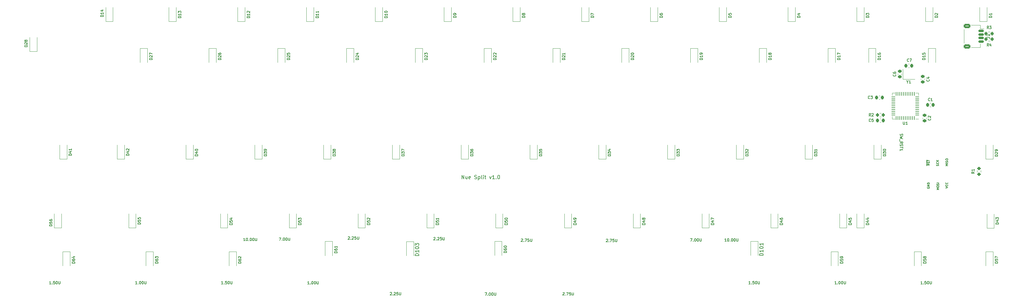
<source format=gbr>
%TF.GenerationSoftware,KiCad,Pcbnew,(6.0.7)*%
%TF.CreationDate,2022-08-19T07:51:27+02:00*%
%TF.ProjectId,nue-pcb,6e75652d-7063-4622-9e6b-696361645f70,0.1*%
%TF.SameCoordinates,Original*%
%TF.FileFunction,Legend,Top*%
%TF.FilePolarity,Positive*%
%FSLAX46Y46*%
G04 Gerber Fmt 4.6, Leading zero omitted, Abs format (unit mm)*
G04 Created by KiCad (PCBNEW (6.0.7)) date 2022-08-19 07:51:27*
%MOMM*%
%LPD*%
G01*
G04 APERTURE LIST*
G04 Aperture macros list*
%AMRoundRect*
0 Rectangle with rounded corners*
0 $1 Rounding radius*
0 $2 $3 $4 $5 $6 $7 $8 $9 X,Y pos of 4 corners*
0 Add a 4 corners polygon primitive as box body*
4,1,4,$2,$3,$4,$5,$6,$7,$8,$9,$2,$3,0*
0 Add four circle primitives for the rounded corners*
1,1,$1+$1,$2,$3*
1,1,$1+$1,$4,$5*
1,1,$1+$1,$6,$7*
1,1,$1+$1,$8,$9*
0 Add four rect primitives between the rounded corners*
20,1,$1+$1,$2,$3,$4,$5,0*
20,1,$1+$1,$4,$5,$6,$7,0*
20,1,$1+$1,$6,$7,$8,$9,0*
20,1,$1+$1,$8,$9,$2,$3,0*%
G04 Aperture macros list end*
%ADD10C,0.187500*%
%ADD11C,0.200000*%
%ADD12C,0.150000*%
%ADD13C,0.120000*%
%ADD14C,0.010000*%
%ADD15RoundRect,0.250000X-0.650000X0.350000X-0.650000X-0.350000X0.650000X-0.350000X0.650000X0.350000X0*%
%ADD16RoundRect,0.150000X-0.625000X0.150000X-0.625000X-0.150000X0.625000X-0.150000X0.625000X0.150000X0*%
%ADD17C,3.987800*%
%ADD18C,3.048000*%
%ADD19C,1.701800*%
%ADD20C,2.250000*%
%ADD21R,1.200000X0.900000*%
%ADD22C,2.540000*%
%ADD23R,1.524000X1.524000*%
%ADD24O,1.524000X1.524000*%
%ADD25RoundRect,0.225000X-0.250000X0.225000X-0.250000X-0.225000X0.250000X-0.225000X0.250000X0.225000X0*%
%ADD26RoundRect,0.225000X0.250000X-0.225000X0.250000X0.225000X-0.250000X0.225000X-0.250000X-0.225000X0*%
%ADD27RoundRect,0.225000X0.225000X0.250000X-0.225000X0.250000X-0.225000X-0.250000X0.225000X-0.250000X0*%
%ADD28RoundRect,0.200000X0.275000X-0.200000X0.275000X0.200000X-0.275000X0.200000X-0.275000X-0.200000X0*%
%ADD29RoundRect,0.200000X-0.200000X-0.275000X0.200000X-0.275000X0.200000X0.275000X-0.200000X0.275000X0*%
%ADD30R,1.500000X0.550000*%
%ADD31RoundRect,0.225000X-0.225000X-0.250000X0.225000X-0.250000X0.225000X0.250000X-0.225000X0.250000X0*%
%ADD32RoundRect,0.062500X0.475000X0.062500X-0.475000X0.062500X-0.475000X-0.062500X0.475000X-0.062500X0*%
%ADD33RoundRect,0.062500X0.062500X0.475000X-0.062500X0.475000X-0.062500X-0.475000X0.062500X-0.475000X0*%
%ADD34R,5.200000X5.200000*%
%ADD35R,1.150000X1.000000*%
%ADD36C,0.508000*%
G04 APERTURE END LIST*
D10*
X318016071Y-141626785D02*
X317587500Y-141626785D01*
X317801785Y-141626785D02*
X317801785Y-140876785D01*
X317730357Y-140983928D01*
X317658928Y-141055357D01*
X317587500Y-141091071D01*
X318337500Y-141555357D02*
X318373214Y-141591071D01*
X318337500Y-141626785D01*
X318301785Y-141591071D01*
X318337500Y-141555357D01*
X318337500Y-141626785D01*
X319051785Y-140876785D02*
X318694642Y-140876785D01*
X318658928Y-141233928D01*
X318694642Y-141198214D01*
X318766071Y-141162500D01*
X318944642Y-141162500D01*
X319016071Y-141198214D01*
X319051785Y-141233928D01*
X319087500Y-141305357D01*
X319087500Y-141483928D01*
X319051785Y-141555357D01*
X319016071Y-141591071D01*
X318944642Y-141626785D01*
X318766071Y-141626785D01*
X318694642Y-141591071D01*
X318658928Y-141555357D01*
X319551785Y-140876785D02*
X319623214Y-140876785D01*
X319694642Y-140912500D01*
X319730357Y-140948214D01*
X319766071Y-141019642D01*
X319801785Y-141162500D01*
X319801785Y-141341071D01*
X319766071Y-141483928D01*
X319730357Y-141555357D01*
X319694642Y-141591071D01*
X319623214Y-141626785D01*
X319551785Y-141626785D01*
X319480357Y-141591071D01*
X319444642Y-141555357D01*
X319408928Y-141483928D01*
X319373214Y-141341071D01*
X319373214Y-141162500D01*
X319408928Y-141019642D01*
X319444642Y-140948214D01*
X319480357Y-140912500D01*
X319551785Y-140876785D01*
X320123214Y-140876785D02*
X320123214Y-141483928D01*
X320158928Y-141555357D01*
X320194642Y-141591071D01*
X320266071Y-141626785D01*
X320408928Y-141626785D01*
X320480357Y-141591071D01*
X320516071Y-141555357D01*
X320551785Y-141483928D01*
X320551785Y-140876785D01*
X76716071Y-141626785D02*
X76287500Y-141626785D01*
X76501785Y-141626785D02*
X76501785Y-140876785D01*
X76430357Y-140983928D01*
X76358928Y-141055357D01*
X76287500Y-141091071D01*
X77037500Y-141555357D02*
X77073214Y-141591071D01*
X77037500Y-141626785D01*
X77001785Y-141591071D01*
X77037500Y-141555357D01*
X77037500Y-141626785D01*
X77751785Y-140876785D02*
X77394642Y-140876785D01*
X77358928Y-141233928D01*
X77394642Y-141198214D01*
X77466071Y-141162500D01*
X77644642Y-141162500D01*
X77716071Y-141198214D01*
X77751785Y-141233928D01*
X77787500Y-141305357D01*
X77787500Y-141483928D01*
X77751785Y-141555357D01*
X77716071Y-141591071D01*
X77644642Y-141626785D01*
X77466071Y-141626785D01*
X77394642Y-141591071D01*
X77358928Y-141555357D01*
X78251785Y-140876785D02*
X78323214Y-140876785D01*
X78394642Y-140912500D01*
X78430357Y-140948214D01*
X78466071Y-141019642D01*
X78501785Y-141162500D01*
X78501785Y-141341071D01*
X78466071Y-141483928D01*
X78430357Y-141555357D01*
X78394642Y-141591071D01*
X78323214Y-141626785D01*
X78251785Y-141626785D01*
X78180357Y-141591071D01*
X78144642Y-141555357D01*
X78108928Y-141483928D01*
X78073214Y-141341071D01*
X78073214Y-141162500D01*
X78108928Y-141019642D01*
X78144642Y-140948214D01*
X78180357Y-140912500D01*
X78251785Y-140876785D01*
X78823214Y-140876785D02*
X78823214Y-141483928D01*
X78858928Y-141555357D01*
X78894642Y-141591071D01*
X78966071Y-141626785D01*
X79108928Y-141626785D01*
X79180357Y-141591071D01*
X79216071Y-141555357D01*
X79251785Y-141483928D01*
X79251785Y-140876785D01*
X294203571Y-141626785D02*
X293775000Y-141626785D01*
X293989285Y-141626785D02*
X293989285Y-140876785D01*
X293917857Y-140983928D01*
X293846428Y-141055357D01*
X293775000Y-141091071D01*
X294525000Y-141555357D02*
X294560714Y-141591071D01*
X294525000Y-141626785D01*
X294489285Y-141591071D01*
X294525000Y-141555357D01*
X294525000Y-141626785D01*
X295025000Y-140876785D02*
X295096428Y-140876785D01*
X295167857Y-140912500D01*
X295203571Y-140948214D01*
X295239285Y-141019642D01*
X295275000Y-141162500D01*
X295275000Y-141341071D01*
X295239285Y-141483928D01*
X295203571Y-141555357D01*
X295167857Y-141591071D01*
X295096428Y-141626785D01*
X295025000Y-141626785D01*
X294953571Y-141591071D01*
X294917857Y-141555357D01*
X294882142Y-141483928D01*
X294846428Y-141341071D01*
X294846428Y-141162500D01*
X294882142Y-141019642D01*
X294917857Y-140948214D01*
X294953571Y-140912500D01*
X295025000Y-140876785D01*
X295739285Y-140876785D02*
X295810714Y-140876785D01*
X295882142Y-140912500D01*
X295917857Y-140948214D01*
X295953571Y-141019642D01*
X295989285Y-141162500D01*
X295989285Y-141341071D01*
X295953571Y-141483928D01*
X295917857Y-141555357D01*
X295882142Y-141591071D01*
X295810714Y-141626785D01*
X295739285Y-141626785D01*
X295667857Y-141591071D01*
X295632142Y-141555357D01*
X295596428Y-141483928D01*
X295560714Y-141341071D01*
X295560714Y-141162500D01*
X295596428Y-141019642D01*
X295632142Y-140948214D01*
X295667857Y-140912500D01*
X295739285Y-140876785D01*
X296310714Y-140876785D02*
X296310714Y-141483928D01*
X296346428Y-141555357D01*
X296382142Y-141591071D01*
X296453571Y-141626785D01*
X296596428Y-141626785D01*
X296667857Y-141591071D01*
X296703571Y-141555357D01*
X296739285Y-141483928D01*
X296739285Y-140876785D01*
X100528571Y-141626785D02*
X100100000Y-141626785D01*
X100314285Y-141626785D02*
X100314285Y-140876785D01*
X100242857Y-140983928D01*
X100171428Y-141055357D01*
X100100000Y-141091071D01*
X100850000Y-141555357D02*
X100885714Y-141591071D01*
X100850000Y-141626785D01*
X100814285Y-141591071D01*
X100850000Y-141555357D01*
X100850000Y-141626785D01*
X101350000Y-140876785D02*
X101421428Y-140876785D01*
X101492857Y-140912500D01*
X101528571Y-140948214D01*
X101564285Y-141019642D01*
X101600000Y-141162500D01*
X101600000Y-141341071D01*
X101564285Y-141483928D01*
X101528571Y-141555357D01*
X101492857Y-141591071D01*
X101421428Y-141626785D01*
X101350000Y-141626785D01*
X101278571Y-141591071D01*
X101242857Y-141555357D01*
X101207142Y-141483928D01*
X101171428Y-141341071D01*
X101171428Y-141162500D01*
X101207142Y-141019642D01*
X101242857Y-140948214D01*
X101278571Y-140912500D01*
X101350000Y-140876785D01*
X102064285Y-140876785D02*
X102135714Y-140876785D01*
X102207142Y-140912500D01*
X102242857Y-140948214D01*
X102278571Y-141019642D01*
X102314285Y-141162500D01*
X102314285Y-141341071D01*
X102278571Y-141483928D01*
X102242857Y-141555357D01*
X102207142Y-141591071D01*
X102135714Y-141626785D01*
X102064285Y-141626785D01*
X101992857Y-141591071D01*
X101957142Y-141555357D01*
X101921428Y-141483928D01*
X101885714Y-141341071D01*
X101885714Y-141162500D01*
X101921428Y-141019642D01*
X101957142Y-140948214D01*
X101992857Y-140912500D01*
X102064285Y-140876785D01*
X102635714Y-140876785D02*
X102635714Y-141483928D01*
X102671428Y-141555357D01*
X102707142Y-141591071D01*
X102778571Y-141626785D01*
X102921428Y-141626785D01*
X102992857Y-141591071D01*
X103028571Y-141555357D01*
X103064285Y-141483928D01*
X103064285Y-140876785D01*
X139874285Y-128819285D02*
X140374285Y-128819285D01*
X140052857Y-129569285D01*
X140660000Y-129497857D02*
X140695714Y-129533571D01*
X140660000Y-129569285D01*
X140624285Y-129533571D01*
X140660000Y-129497857D01*
X140660000Y-129569285D01*
X141160000Y-128819285D02*
X141231428Y-128819285D01*
X141302857Y-128855000D01*
X141338571Y-128890714D01*
X141374285Y-128962142D01*
X141410000Y-129105000D01*
X141410000Y-129283571D01*
X141374285Y-129426428D01*
X141338571Y-129497857D01*
X141302857Y-129533571D01*
X141231428Y-129569285D01*
X141160000Y-129569285D01*
X141088571Y-129533571D01*
X141052857Y-129497857D01*
X141017142Y-129426428D01*
X140981428Y-129283571D01*
X140981428Y-129105000D01*
X141017142Y-128962142D01*
X141052857Y-128890714D01*
X141088571Y-128855000D01*
X141160000Y-128819285D01*
X141874285Y-128819285D02*
X141945714Y-128819285D01*
X142017142Y-128855000D01*
X142052857Y-128890714D01*
X142088571Y-128962142D01*
X142124285Y-129105000D01*
X142124285Y-129283571D01*
X142088571Y-129426428D01*
X142052857Y-129497857D01*
X142017142Y-129533571D01*
X141945714Y-129569285D01*
X141874285Y-129569285D01*
X141802857Y-129533571D01*
X141767142Y-129497857D01*
X141731428Y-129426428D01*
X141695714Y-129283571D01*
X141695714Y-129105000D01*
X141731428Y-128962142D01*
X141767142Y-128890714D01*
X141802857Y-128855000D01*
X141874285Y-128819285D01*
X142445714Y-128819285D02*
X142445714Y-129426428D01*
X142481428Y-129497857D01*
X142517142Y-129533571D01*
X142588571Y-129569285D01*
X142731428Y-129569285D01*
X142802857Y-129533571D01*
X142838571Y-129497857D01*
X142874285Y-129426428D01*
X142874285Y-128819285D01*
X170620000Y-144000714D02*
X170655714Y-143965000D01*
X170727142Y-143929285D01*
X170905714Y-143929285D01*
X170977142Y-143965000D01*
X171012857Y-144000714D01*
X171048571Y-144072142D01*
X171048571Y-144143571D01*
X171012857Y-144250714D01*
X170584285Y-144679285D01*
X171048571Y-144679285D01*
X171370000Y-144607857D02*
X171405714Y-144643571D01*
X171370000Y-144679285D01*
X171334285Y-144643571D01*
X171370000Y-144607857D01*
X171370000Y-144679285D01*
X171691428Y-144000714D02*
X171727142Y-143965000D01*
X171798571Y-143929285D01*
X171977142Y-143929285D01*
X172048571Y-143965000D01*
X172084285Y-144000714D01*
X172120000Y-144072142D01*
X172120000Y-144143571D01*
X172084285Y-144250714D01*
X171655714Y-144679285D01*
X172120000Y-144679285D01*
X172798571Y-143929285D02*
X172441428Y-143929285D01*
X172405714Y-144286428D01*
X172441428Y-144250714D01*
X172512857Y-144215000D01*
X172691428Y-144215000D01*
X172762857Y-144250714D01*
X172798571Y-144286428D01*
X172834285Y-144357857D01*
X172834285Y-144536428D01*
X172798571Y-144607857D01*
X172762857Y-144643571D01*
X172691428Y-144679285D01*
X172512857Y-144679285D01*
X172441428Y-144643571D01*
X172405714Y-144607857D01*
X173155714Y-143929285D02*
X173155714Y-144536428D01*
X173191428Y-144607857D01*
X173227142Y-144643571D01*
X173298571Y-144679285D01*
X173441428Y-144679285D01*
X173512857Y-144643571D01*
X173548571Y-144607857D01*
X173584285Y-144536428D01*
X173584285Y-143929285D01*
X253794285Y-129039285D02*
X254294285Y-129039285D01*
X253972857Y-129789285D01*
X254580000Y-129717857D02*
X254615714Y-129753571D01*
X254580000Y-129789285D01*
X254544285Y-129753571D01*
X254580000Y-129717857D01*
X254580000Y-129789285D01*
X255080000Y-129039285D02*
X255151428Y-129039285D01*
X255222857Y-129075000D01*
X255258571Y-129110714D01*
X255294285Y-129182142D01*
X255330000Y-129325000D01*
X255330000Y-129503571D01*
X255294285Y-129646428D01*
X255258571Y-129717857D01*
X255222857Y-129753571D01*
X255151428Y-129789285D01*
X255080000Y-129789285D01*
X255008571Y-129753571D01*
X254972857Y-129717857D01*
X254937142Y-129646428D01*
X254901428Y-129503571D01*
X254901428Y-129325000D01*
X254937142Y-129182142D01*
X254972857Y-129110714D01*
X255008571Y-129075000D01*
X255080000Y-129039285D01*
X255794285Y-129039285D02*
X255865714Y-129039285D01*
X255937142Y-129075000D01*
X255972857Y-129110714D01*
X256008571Y-129182142D01*
X256044285Y-129325000D01*
X256044285Y-129503571D01*
X256008571Y-129646428D01*
X255972857Y-129717857D01*
X255937142Y-129753571D01*
X255865714Y-129789285D01*
X255794285Y-129789285D01*
X255722857Y-129753571D01*
X255687142Y-129717857D01*
X255651428Y-129646428D01*
X255615714Y-129503571D01*
X255615714Y-129325000D01*
X255651428Y-129182142D01*
X255687142Y-129110714D01*
X255722857Y-129075000D01*
X255794285Y-129039285D01*
X256365714Y-129039285D02*
X256365714Y-129646428D01*
X256401428Y-129717857D01*
X256437142Y-129753571D01*
X256508571Y-129789285D01*
X256651428Y-129789285D01*
X256722857Y-129753571D01*
X256758571Y-129717857D01*
X256794285Y-129646428D01*
X256794285Y-129039285D01*
X206920000Y-129200714D02*
X206955714Y-129165000D01*
X207027142Y-129129285D01*
X207205714Y-129129285D01*
X207277142Y-129165000D01*
X207312857Y-129200714D01*
X207348571Y-129272142D01*
X207348571Y-129343571D01*
X207312857Y-129450714D01*
X206884285Y-129879285D01*
X207348571Y-129879285D01*
X207670000Y-129807857D02*
X207705714Y-129843571D01*
X207670000Y-129879285D01*
X207634285Y-129843571D01*
X207670000Y-129807857D01*
X207670000Y-129879285D01*
X207955714Y-129129285D02*
X208455714Y-129129285D01*
X208134285Y-129879285D01*
X209098571Y-129129285D02*
X208741428Y-129129285D01*
X208705714Y-129486428D01*
X208741428Y-129450714D01*
X208812857Y-129415000D01*
X208991428Y-129415000D01*
X209062857Y-129450714D01*
X209098571Y-129486428D01*
X209134285Y-129557857D01*
X209134285Y-129736428D01*
X209098571Y-129807857D01*
X209062857Y-129843571D01*
X208991428Y-129879285D01*
X208812857Y-129879285D01*
X208741428Y-129843571D01*
X208705714Y-129807857D01*
X209455714Y-129129285D02*
X209455714Y-129736428D01*
X209491428Y-129807857D01*
X209527142Y-129843571D01*
X209598571Y-129879285D01*
X209741428Y-129879285D01*
X209812857Y-129843571D01*
X209848571Y-129807857D01*
X209884285Y-129736428D01*
X209884285Y-129129285D01*
X196901785Y-144051785D02*
X197401785Y-144051785D01*
X197080357Y-144801785D01*
X197687500Y-144730357D02*
X197723214Y-144766071D01*
X197687500Y-144801785D01*
X197651785Y-144766071D01*
X197687500Y-144730357D01*
X197687500Y-144801785D01*
X198187500Y-144051785D02*
X198258928Y-144051785D01*
X198330357Y-144087500D01*
X198366071Y-144123214D01*
X198401785Y-144194642D01*
X198437500Y-144337500D01*
X198437500Y-144516071D01*
X198401785Y-144658928D01*
X198366071Y-144730357D01*
X198330357Y-144766071D01*
X198258928Y-144801785D01*
X198187500Y-144801785D01*
X198116071Y-144766071D01*
X198080357Y-144730357D01*
X198044642Y-144658928D01*
X198008928Y-144516071D01*
X198008928Y-144337500D01*
X198044642Y-144194642D01*
X198080357Y-144123214D01*
X198116071Y-144087500D01*
X198187500Y-144051785D01*
X198901785Y-144051785D02*
X198973214Y-144051785D01*
X199044642Y-144087500D01*
X199080357Y-144123214D01*
X199116071Y-144194642D01*
X199151785Y-144337500D01*
X199151785Y-144516071D01*
X199116071Y-144658928D01*
X199080357Y-144730357D01*
X199044642Y-144766071D01*
X198973214Y-144801785D01*
X198901785Y-144801785D01*
X198830357Y-144766071D01*
X198794642Y-144730357D01*
X198758928Y-144658928D01*
X198723214Y-144516071D01*
X198723214Y-144337500D01*
X198758928Y-144194642D01*
X198794642Y-144123214D01*
X198830357Y-144087500D01*
X198901785Y-144051785D01*
X199473214Y-144051785D02*
X199473214Y-144658928D01*
X199508928Y-144730357D01*
X199544642Y-144766071D01*
X199616071Y-144801785D01*
X199758928Y-144801785D01*
X199830357Y-144766071D01*
X199866071Y-144730357D01*
X199901785Y-144658928D01*
X199901785Y-144051785D01*
X124341071Y-141626785D02*
X123912500Y-141626785D01*
X124126785Y-141626785D02*
X124126785Y-140876785D01*
X124055357Y-140983928D01*
X123983928Y-141055357D01*
X123912500Y-141091071D01*
X124662500Y-141555357D02*
X124698214Y-141591071D01*
X124662500Y-141626785D01*
X124626785Y-141591071D01*
X124662500Y-141555357D01*
X124662500Y-141626785D01*
X125376785Y-140876785D02*
X125019642Y-140876785D01*
X124983928Y-141233928D01*
X125019642Y-141198214D01*
X125091071Y-141162500D01*
X125269642Y-141162500D01*
X125341071Y-141198214D01*
X125376785Y-141233928D01*
X125412500Y-141305357D01*
X125412500Y-141483928D01*
X125376785Y-141555357D01*
X125341071Y-141591071D01*
X125269642Y-141626785D01*
X125091071Y-141626785D01*
X125019642Y-141591071D01*
X124983928Y-141555357D01*
X125876785Y-140876785D02*
X125948214Y-140876785D01*
X126019642Y-140912500D01*
X126055357Y-140948214D01*
X126091071Y-141019642D01*
X126126785Y-141162500D01*
X126126785Y-141341071D01*
X126091071Y-141483928D01*
X126055357Y-141555357D01*
X126019642Y-141591071D01*
X125948214Y-141626785D01*
X125876785Y-141626785D01*
X125805357Y-141591071D01*
X125769642Y-141555357D01*
X125733928Y-141483928D01*
X125698214Y-141341071D01*
X125698214Y-141162500D01*
X125733928Y-141019642D01*
X125769642Y-140948214D01*
X125805357Y-140912500D01*
X125876785Y-140876785D01*
X126448214Y-140876785D02*
X126448214Y-141483928D01*
X126483928Y-141555357D01*
X126519642Y-141591071D01*
X126591071Y-141626785D01*
X126733928Y-141626785D01*
X126805357Y-141591071D01*
X126841071Y-141555357D01*
X126876785Y-141483928D01*
X126876785Y-140876785D01*
X263731428Y-129789285D02*
X263302857Y-129789285D01*
X263517142Y-129789285D02*
X263517142Y-129039285D01*
X263445714Y-129146428D01*
X263374285Y-129217857D01*
X263302857Y-129253571D01*
X264195714Y-129039285D02*
X264267142Y-129039285D01*
X264338571Y-129075000D01*
X264374285Y-129110714D01*
X264410000Y-129182142D01*
X264445714Y-129325000D01*
X264445714Y-129503571D01*
X264410000Y-129646428D01*
X264374285Y-129717857D01*
X264338571Y-129753571D01*
X264267142Y-129789285D01*
X264195714Y-129789285D01*
X264124285Y-129753571D01*
X264088571Y-129717857D01*
X264052857Y-129646428D01*
X264017142Y-129503571D01*
X264017142Y-129325000D01*
X264052857Y-129182142D01*
X264088571Y-129110714D01*
X264124285Y-129075000D01*
X264195714Y-129039285D01*
X264767142Y-129717857D02*
X264802857Y-129753571D01*
X264767142Y-129789285D01*
X264731428Y-129753571D01*
X264767142Y-129717857D01*
X264767142Y-129789285D01*
X265267142Y-129039285D02*
X265338571Y-129039285D01*
X265410000Y-129075000D01*
X265445714Y-129110714D01*
X265481428Y-129182142D01*
X265517142Y-129325000D01*
X265517142Y-129503571D01*
X265481428Y-129646428D01*
X265445714Y-129717857D01*
X265410000Y-129753571D01*
X265338571Y-129789285D01*
X265267142Y-129789285D01*
X265195714Y-129753571D01*
X265160000Y-129717857D01*
X265124285Y-129646428D01*
X265088571Y-129503571D01*
X265088571Y-129325000D01*
X265124285Y-129182142D01*
X265160000Y-129110714D01*
X265195714Y-129075000D01*
X265267142Y-129039285D01*
X265981428Y-129039285D02*
X266052857Y-129039285D01*
X266124285Y-129075000D01*
X266160000Y-129110714D01*
X266195714Y-129182142D01*
X266231428Y-129325000D01*
X266231428Y-129503571D01*
X266195714Y-129646428D01*
X266160000Y-129717857D01*
X266124285Y-129753571D01*
X266052857Y-129789285D01*
X265981428Y-129789285D01*
X265910000Y-129753571D01*
X265874285Y-129717857D01*
X265838571Y-129646428D01*
X265802857Y-129503571D01*
X265802857Y-129325000D01*
X265838571Y-129182142D01*
X265874285Y-129110714D01*
X265910000Y-129075000D01*
X265981428Y-129039285D01*
X266552857Y-129039285D02*
X266552857Y-129646428D01*
X266588571Y-129717857D01*
X266624285Y-129753571D01*
X266695714Y-129789285D01*
X266838571Y-129789285D01*
X266910000Y-129753571D01*
X266945714Y-129717857D01*
X266981428Y-129646428D01*
X266981428Y-129039285D01*
X130451428Y-129659285D02*
X130022857Y-129659285D01*
X130237142Y-129659285D02*
X130237142Y-128909285D01*
X130165714Y-129016428D01*
X130094285Y-129087857D01*
X130022857Y-129123571D01*
X130915714Y-128909285D02*
X130987142Y-128909285D01*
X131058571Y-128945000D01*
X131094285Y-128980714D01*
X131130000Y-129052142D01*
X131165714Y-129195000D01*
X131165714Y-129373571D01*
X131130000Y-129516428D01*
X131094285Y-129587857D01*
X131058571Y-129623571D01*
X130987142Y-129659285D01*
X130915714Y-129659285D01*
X130844285Y-129623571D01*
X130808571Y-129587857D01*
X130772857Y-129516428D01*
X130737142Y-129373571D01*
X130737142Y-129195000D01*
X130772857Y-129052142D01*
X130808571Y-128980714D01*
X130844285Y-128945000D01*
X130915714Y-128909285D01*
X131487142Y-129587857D02*
X131522857Y-129623571D01*
X131487142Y-129659285D01*
X131451428Y-129623571D01*
X131487142Y-129587857D01*
X131487142Y-129659285D01*
X131987142Y-128909285D02*
X132058571Y-128909285D01*
X132130000Y-128945000D01*
X132165714Y-128980714D01*
X132201428Y-129052142D01*
X132237142Y-129195000D01*
X132237142Y-129373571D01*
X132201428Y-129516428D01*
X132165714Y-129587857D01*
X132130000Y-129623571D01*
X132058571Y-129659285D01*
X131987142Y-129659285D01*
X131915714Y-129623571D01*
X131880000Y-129587857D01*
X131844285Y-129516428D01*
X131808571Y-129373571D01*
X131808571Y-129195000D01*
X131844285Y-129052142D01*
X131880000Y-128980714D01*
X131915714Y-128945000D01*
X131987142Y-128909285D01*
X132701428Y-128909285D02*
X132772857Y-128909285D01*
X132844285Y-128945000D01*
X132880000Y-128980714D01*
X132915714Y-129052142D01*
X132951428Y-129195000D01*
X132951428Y-129373571D01*
X132915714Y-129516428D01*
X132880000Y-129587857D01*
X132844285Y-129623571D01*
X132772857Y-129659285D01*
X132701428Y-129659285D01*
X132630000Y-129623571D01*
X132594285Y-129587857D01*
X132558571Y-129516428D01*
X132522857Y-129373571D01*
X132522857Y-129195000D01*
X132558571Y-129052142D01*
X132594285Y-128980714D01*
X132630000Y-128945000D01*
X132701428Y-128909285D01*
X133272857Y-128909285D02*
X133272857Y-129516428D01*
X133308571Y-129587857D01*
X133344285Y-129623571D01*
X133415714Y-129659285D01*
X133558571Y-129659285D01*
X133630000Y-129623571D01*
X133665714Y-129587857D01*
X133701428Y-129516428D01*
X133701428Y-128909285D01*
X230470000Y-129250714D02*
X230505714Y-129215000D01*
X230577142Y-129179285D01*
X230755714Y-129179285D01*
X230827142Y-129215000D01*
X230862857Y-129250714D01*
X230898571Y-129322142D01*
X230898571Y-129393571D01*
X230862857Y-129500714D01*
X230434285Y-129929285D01*
X230898571Y-129929285D01*
X231220000Y-129857857D02*
X231255714Y-129893571D01*
X231220000Y-129929285D01*
X231184285Y-129893571D01*
X231220000Y-129857857D01*
X231220000Y-129929285D01*
X231505714Y-129179285D02*
X232005714Y-129179285D01*
X231684285Y-129929285D01*
X232648571Y-129179285D02*
X232291428Y-129179285D01*
X232255714Y-129536428D01*
X232291428Y-129500714D01*
X232362857Y-129465000D01*
X232541428Y-129465000D01*
X232612857Y-129500714D01*
X232648571Y-129536428D01*
X232684285Y-129607857D01*
X232684285Y-129786428D01*
X232648571Y-129857857D01*
X232612857Y-129893571D01*
X232541428Y-129929285D01*
X232362857Y-129929285D01*
X232291428Y-129893571D01*
X232255714Y-129857857D01*
X233005714Y-129179285D02*
X233005714Y-129786428D01*
X233041428Y-129857857D01*
X233077142Y-129893571D01*
X233148571Y-129929285D01*
X233291428Y-129929285D01*
X233362857Y-129893571D01*
X233398571Y-129857857D01*
X233434285Y-129786428D01*
X233434285Y-129179285D01*
X182680000Y-128770714D02*
X182715714Y-128735000D01*
X182787142Y-128699285D01*
X182965714Y-128699285D01*
X183037142Y-128735000D01*
X183072857Y-128770714D01*
X183108571Y-128842142D01*
X183108571Y-128913571D01*
X183072857Y-129020714D01*
X182644285Y-129449285D01*
X183108571Y-129449285D01*
X183430000Y-129377857D02*
X183465714Y-129413571D01*
X183430000Y-129449285D01*
X183394285Y-129413571D01*
X183430000Y-129377857D01*
X183430000Y-129449285D01*
X183751428Y-128770714D02*
X183787142Y-128735000D01*
X183858571Y-128699285D01*
X184037142Y-128699285D01*
X184108571Y-128735000D01*
X184144285Y-128770714D01*
X184180000Y-128842142D01*
X184180000Y-128913571D01*
X184144285Y-129020714D01*
X183715714Y-129449285D01*
X184180000Y-129449285D01*
X184858571Y-128699285D02*
X184501428Y-128699285D01*
X184465714Y-129056428D01*
X184501428Y-129020714D01*
X184572857Y-128985000D01*
X184751428Y-128985000D01*
X184822857Y-129020714D01*
X184858571Y-129056428D01*
X184894285Y-129127857D01*
X184894285Y-129306428D01*
X184858571Y-129377857D01*
X184822857Y-129413571D01*
X184751428Y-129449285D01*
X184572857Y-129449285D01*
X184501428Y-129413571D01*
X184465714Y-129377857D01*
X185215714Y-128699285D02*
X185215714Y-129306428D01*
X185251428Y-129377857D01*
X185287142Y-129413571D01*
X185358571Y-129449285D01*
X185501428Y-129449285D01*
X185572857Y-129413571D01*
X185608571Y-129377857D01*
X185644285Y-129306428D01*
X185644285Y-128699285D01*
X270391071Y-141626785D02*
X269962500Y-141626785D01*
X270176785Y-141626785D02*
X270176785Y-140876785D01*
X270105357Y-140983928D01*
X270033928Y-141055357D01*
X269962500Y-141091071D01*
X270712500Y-141555357D02*
X270748214Y-141591071D01*
X270712500Y-141626785D01*
X270676785Y-141591071D01*
X270712500Y-141555357D01*
X270712500Y-141626785D01*
X271426785Y-140876785D02*
X271069642Y-140876785D01*
X271033928Y-141233928D01*
X271069642Y-141198214D01*
X271141071Y-141162500D01*
X271319642Y-141162500D01*
X271391071Y-141198214D01*
X271426785Y-141233928D01*
X271462500Y-141305357D01*
X271462500Y-141483928D01*
X271426785Y-141555357D01*
X271391071Y-141591071D01*
X271319642Y-141626785D01*
X271141071Y-141626785D01*
X271069642Y-141591071D01*
X271033928Y-141555357D01*
X271926785Y-140876785D02*
X271998214Y-140876785D01*
X272069642Y-140912500D01*
X272105357Y-140948214D01*
X272141071Y-141019642D01*
X272176785Y-141162500D01*
X272176785Y-141341071D01*
X272141071Y-141483928D01*
X272105357Y-141555357D01*
X272069642Y-141591071D01*
X271998214Y-141626785D01*
X271926785Y-141626785D01*
X271855357Y-141591071D01*
X271819642Y-141555357D01*
X271783928Y-141483928D01*
X271748214Y-141341071D01*
X271748214Y-141162500D01*
X271783928Y-141019642D01*
X271819642Y-140948214D01*
X271855357Y-140912500D01*
X271926785Y-140876785D01*
X272498214Y-140876785D02*
X272498214Y-141483928D01*
X272533928Y-141555357D01*
X272569642Y-141591071D01*
X272641071Y-141626785D01*
X272783928Y-141626785D01*
X272855357Y-141591071D01*
X272891071Y-141555357D01*
X272926785Y-141483928D01*
X272926785Y-140876785D01*
X218440000Y-144050714D02*
X218475714Y-144015000D01*
X218547142Y-143979285D01*
X218725714Y-143979285D01*
X218797142Y-144015000D01*
X218832857Y-144050714D01*
X218868571Y-144122142D01*
X218868571Y-144193571D01*
X218832857Y-144300714D01*
X218404285Y-144729285D01*
X218868571Y-144729285D01*
X219190000Y-144657857D02*
X219225714Y-144693571D01*
X219190000Y-144729285D01*
X219154285Y-144693571D01*
X219190000Y-144657857D01*
X219190000Y-144729285D01*
X219475714Y-143979285D02*
X219975714Y-143979285D01*
X219654285Y-144729285D01*
X220618571Y-143979285D02*
X220261428Y-143979285D01*
X220225714Y-144336428D01*
X220261428Y-144300714D01*
X220332857Y-144265000D01*
X220511428Y-144265000D01*
X220582857Y-144300714D01*
X220618571Y-144336428D01*
X220654285Y-144407857D01*
X220654285Y-144586428D01*
X220618571Y-144657857D01*
X220582857Y-144693571D01*
X220511428Y-144729285D01*
X220332857Y-144729285D01*
X220261428Y-144693571D01*
X220225714Y-144657857D01*
X220975714Y-143979285D02*
X220975714Y-144586428D01*
X221011428Y-144657857D01*
X221047142Y-144693571D01*
X221118571Y-144729285D01*
X221261428Y-144729285D01*
X221332857Y-144693571D01*
X221368571Y-144657857D01*
X221404285Y-144586428D01*
X221404285Y-143979285D01*
X148228571Y-141659285D02*
X147800000Y-141659285D01*
X148014285Y-141659285D02*
X148014285Y-140909285D01*
X147942857Y-141016428D01*
X147871428Y-141087857D01*
X147800000Y-141123571D01*
X148550000Y-141587857D02*
X148585714Y-141623571D01*
X148550000Y-141659285D01*
X148514285Y-141623571D01*
X148550000Y-141587857D01*
X148550000Y-141659285D01*
X149050000Y-140909285D02*
X149121428Y-140909285D01*
X149192857Y-140945000D01*
X149228571Y-140980714D01*
X149264285Y-141052142D01*
X149300000Y-141195000D01*
X149300000Y-141373571D01*
X149264285Y-141516428D01*
X149228571Y-141587857D01*
X149192857Y-141623571D01*
X149121428Y-141659285D01*
X149050000Y-141659285D01*
X148978571Y-141623571D01*
X148942857Y-141587857D01*
X148907142Y-141516428D01*
X148871428Y-141373571D01*
X148871428Y-141195000D01*
X148907142Y-141052142D01*
X148942857Y-140980714D01*
X148978571Y-140945000D01*
X149050000Y-140909285D01*
X149764285Y-140909285D02*
X149835714Y-140909285D01*
X149907142Y-140945000D01*
X149942857Y-140980714D01*
X149978571Y-141052142D01*
X150014285Y-141195000D01*
X150014285Y-141373571D01*
X149978571Y-141516428D01*
X149942857Y-141587857D01*
X149907142Y-141623571D01*
X149835714Y-141659285D01*
X149764285Y-141659285D01*
X149692857Y-141623571D01*
X149657142Y-141587857D01*
X149621428Y-141516428D01*
X149585714Y-141373571D01*
X149585714Y-141195000D01*
X149621428Y-141052142D01*
X149657142Y-140980714D01*
X149692857Y-140945000D01*
X149764285Y-140909285D01*
X150335714Y-140909285D02*
X150335714Y-141516428D01*
X150371428Y-141587857D01*
X150407142Y-141623571D01*
X150478571Y-141659285D01*
X150621428Y-141659285D01*
X150692857Y-141623571D01*
X150728571Y-141587857D01*
X150764285Y-141516428D01*
X150764285Y-140909285D01*
X158990000Y-128590714D02*
X159025714Y-128555000D01*
X159097142Y-128519285D01*
X159275714Y-128519285D01*
X159347142Y-128555000D01*
X159382857Y-128590714D01*
X159418571Y-128662142D01*
X159418571Y-128733571D01*
X159382857Y-128840714D01*
X158954285Y-129269285D01*
X159418571Y-129269285D01*
X159740000Y-129197857D02*
X159775714Y-129233571D01*
X159740000Y-129269285D01*
X159704285Y-129233571D01*
X159740000Y-129197857D01*
X159740000Y-129269285D01*
X160061428Y-128590714D02*
X160097142Y-128555000D01*
X160168571Y-128519285D01*
X160347142Y-128519285D01*
X160418571Y-128555000D01*
X160454285Y-128590714D01*
X160490000Y-128662142D01*
X160490000Y-128733571D01*
X160454285Y-128840714D01*
X160025714Y-129269285D01*
X160490000Y-129269285D01*
X161168571Y-128519285D02*
X160811428Y-128519285D01*
X160775714Y-128876428D01*
X160811428Y-128840714D01*
X160882857Y-128805000D01*
X161061428Y-128805000D01*
X161132857Y-128840714D01*
X161168571Y-128876428D01*
X161204285Y-128947857D01*
X161204285Y-129126428D01*
X161168571Y-129197857D01*
X161132857Y-129233571D01*
X161061428Y-129269285D01*
X160882857Y-129269285D01*
X160811428Y-129233571D01*
X160775714Y-129197857D01*
X161525714Y-128519285D02*
X161525714Y-129126428D01*
X161561428Y-129197857D01*
X161597142Y-129233571D01*
X161668571Y-129269285D01*
X161811428Y-129269285D01*
X161882857Y-129233571D01*
X161918571Y-129197857D01*
X161954285Y-129126428D01*
X161954285Y-128519285D01*
D11*
X190495714Y-112522380D02*
X190495714Y-111522380D01*
X191067142Y-112522380D01*
X191067142Y-111522380D01*
X191971904Y-111855714D02*
X191971904Y-112522380D01*
X191543333Y-111855714D02*
X191543333Y-112379523D01*
X191590952Y-112474761D01*
X191686190Y-112522380D01*
X191829047Y-112522380D01*
X191924285Y-112474761D01*
X191971904Y-112427142D01*
X192829047Y-112474761D02*
X192733809Y-112522380D01*
X192543333Y-112522380D01*
X192448095Y-112474761D01*
X192400476Y-112379523D01*
X192400476Y-111998571D01*
X192448095Y-111903333D01*
X192543333Y-111855714D01*
X192733809Y-111855714D01*
X192829047Y-111903333D01*
X192876666Y-111998571D01*
X192876666Y-112093809D01*
X192400476Y-112189047D01*
X194019523Y-112474761D02*
X194162380Y-112522380D01*
X194400476Y-112522380D01*
X194495714Y-112474761D01*
X194543333Y-112427142D01*
X194590952Y-112331904D01*
X194590952Y-112236666D01*
X194543333Y-112141428D01*
X194495714Y-112093809D01*
X194400476Y-112046190D01*
X194210000Y-111998571D01*
X194114761Y-111950952D01*
X194067142Y-111903333D01*
X194019523Y-111808095D01*
X194019523Y-111712857D01*
X194067142Y-111617619D01*
X194114761Y-111570000D01*
X194210000Y-111522380D01*
X194448095Y-111522380D01*
X194590952Y-111570000D01*
X195019523Y-111855714D02*
X195019523Y-112855714D01*
X195019523Y-111903333D02*
X195114761Y-111855714D01*
X195305238Y-111855714D01*
X195400476Y-111903333D01*
X195448095Y-111950952D01*
X195495714Y-112046190D01*
X195495714Y-112331904D01*
X195448095Y-112427142D01*
X195400476Y-112474761D01*
X195305238Y-112522380D01*
X195114761Y-112522380D01*
X195019523Y-112474761D01*
X196067142Y-112522380D02*
X195971904Y-112474761D01*
X195924285Y-112379523D01*
X195924285Y-111522380D01*
X196448095Y-112522380D02*
X196448095Y-111855714D01*
X196448095Y-111522380D02*
X196400476Y-111570000D01*
X196448095Y-111617619D01*
X196495714Y-111570000D01*
X196448095Y-111522380D01*
X196448095Y-111617619D01*
X196781428Y-111855714D02*
X197162380Y-111855714D01*
X196924285Y-111522380D02*
X196924285Y-112379523D01*
X196971904Y-112474761D01*
X197067142Y-112522380D01*
X197162380Y-112522380D01*
X198162380Y-111855714D02*
X198400476Y-112522380D01*
X198638571Y-111855714D01*
X199543333Y-112522380D02*
X198971904Y-112522380D01*
X199257619Y-112522380D02*
X199257619Y-111522380D01*
X199162380Y-111665238D01*
X199067142Y-111760476D01*
X198971904Y-111808095D01*
X199971904Y-112427142D02*
X200019523Y-112474761D01*
X199971904Y-112522380D01*
X199924285Y-112474761D01*
X199971904Y-112427142D01*
X199971904Y-112522380D01*
X200638571Y-111522380D02*
X200733809Y-111522380D01*
X200829047Y-111570000D01*
X200876666Y-111617619D01*
X200924285Y-111712857D01*
X200971904Y-111903333D01*
X200971904Y-112141428D01*
X200924285Y-112331904D01*
X200876666Y-112427142D01*
X200829047Y-112474761D01*
X200733809Y-112522380D01*
X200638571Y-112522380D01*
X200543333Y-112474761D01*
X200495714Y-112427142D01*
X200448095Y-112331904D01*
X200400476Y-112141428D01*
X200400476Y-111903333D01*
X200448095Y-111712857D01*
X200495714Y-111617619D01*
X200543333Y-111570000D01*
X200638571Y-111522380D01*
D12*
%TO.C,J1*%
X335685380Y-73351333D02*
X336399666Y-73351333D01*
X336542523Y-73398952D01*
X336637761Y-73494190D01*
X336685380Y-73637047D01*
X336685380Y-73732285D01*
X336685380Y-72351333D02*
X336685380Y-72922761D01*
X336685380Y-72637047D02*
X335685380Y-72637047D01*
X335828238Y-72732285D01*
X335923476Y-72827523D01*
X335971095Y-72922761D01*
%TO.C,D1*%
X337270285Y-67800071D02*
X336520285Y-67800071D01*
X336520285Y-67621500D01*
X336556000Y-67514357D01*
X336627428Y-67442928D01*
X336698857Y-67407214D01*
X336841714Y-67371500D01*
X336948857Y-67371500D01*
X337091714Y-67407214D01*
X337163142Y-67442928D01*
X337234571Y-67514357D01*
X337270285Y-67621500D01*
X337270285Y-67800071D01*
X337270285Y-66657214D02*
X337270285Y-67085785D01*
X337270285Y-66871500D02*
X336520285Y-66871500D01*
X336627428Y-66942928D01*
X336698857Y-67014357D01*
X336734571Y-67085785D01*
%TO.C,D2*%
X322252535Y-67800071D02*
X321502535Y-67800071D01*
X321502535Y-67621500D01*
X321538250Y-67514357D01*
X321609678Y-67442928D01*
X321681107Y-67407214D01*
X321823964Y-67371500D01*
X321931107Y-67371500D01*
X322073964Y-67407214D01*
X322145392Y-67442928D01*
X322216821Y-67514357D01*
X322252535Y-67621500D01*
X322252535Y-67800071D01*
X321573964Y-67085785D02*
X321538250Y-67050071D01*
X321502535Y-66978642D01*
X321502535Y-66800071D01*
X321538250Y-66728642D01*
X321573964Y-66692928D01*
X321645392Y-66657214D01*
X321716821Y-66657214D01*
X321823964Y-66692928D01*
X322252535Y-67121500D01*
X322252535Y-66657214D01*
%TO.C,D3*%
X303202535Y-67800071D02*
X302452535Y-67800071D01*
X302452535Y-67621500D01*
X302488250Y-67514357D01*
X302559678Y-67442928D01*
X302631107Y-67407214D01*
X302773964Y-67371500D01*
X302881107Y-67371500D01*
X303023964Y-67407214D01*
X303095392Y-67442928D01*
X303166821Y-67514357D01*
X303202535Y-67621500D01*
X303202535Y-67800071D01*
X302452535Y-67121500D02*
X302452535Y-66657214D01*
X302738250Y-66907214D01*
X302738250Y-66800071D01*
X302773964Y-66728642D01*
X302809678Y-66692928D01*
X302881107Y-66657214D01*
X303059678Y-66657214D01*
X303131107Y-66692928D01*
X303166821Y-66728642D01*
X303202535Y-66800071D01*
X303202535Y-67014357D01*
X303166821Y-67085785D01*
X303131107Y-67121500D01*
%TO.C,D4*%
X284152535Y-67800071D02*
X283402535Y-67800071D01*
X283402535Y-67621500D01*
X283438250Y-67514357D01*
X283509678Y-67442928D01*
X283581107Y-67407214D01*
X283723964Y-67371500D01*
X283831107Y-67371500D01*
X283973964Y-67407214D01*
X284045392Y-67442928D01*
X284116821Y-67514357D01*
X284152535Y-67621500D01*
X284152535Y-67800071D01*
X283652535Y-66728642D02*
X284152535Y-66728642D01*
X283366821Y-66907214D02*
X283902535Y-67085785D01*
X283902535Y-66621500D01*
%TO.C,D5*%
X265102535Y-67800071D02*
X264352535Y-67800071D01*
X264352535Y-67621500D01*
X264388250Y-67514357D01*
X264459678Y-67442928D01*
X264531107Y-67407214D01*
X264673964Y-67371500D01*
X264781107Y-67371500D01*
X264923964Y-67407214D01*
X264995392Y-67442928D01*
X265066821Y-67514357D01*
X265102535Y-67621500D01*
X265102535Y-67800071D01*
X264352535Y-66692928D02*
X264352535Y-67050071D01*
X264709678Y-67085785D01*
X264673964Y-67050071D01*
X264638250Y-66978642D01*
X264638250Y-66800071D01*
X264673964Y-66728642D01*
X264709678Y-66692928D01*
X264781107Y-66657214D01*
X264959678Y-66657214D01*
X265031107Y-66692928D01*
X265066821Y-66728642D01*
X265102535Y-66800071D01*
X265102535Y-66978642D01*
X265066821Y-67050071D01*
X265031107Y-67085785D01*
%TO.C,D6*%
X246052535Y-67800071D02*
X245302535Y-67800071D01*
X245302535Y-67621500D01*
X245338250Y-67514357D01*
X245409678Y-67442928D01*
X245481107Y-67407214D01*
X245623964Y-67371500D01*
X245731107Y-67371500D01*
X245873964Y-67407214D01*
X245945392Y-67442928D01*
X246016821Y-67514357D01*
X246052535Y-67621500D01*
X246052535Y-67800071D01*
X245302535Y-66728642D02*
X245302535Y-66871500D01*
X245338250Y-66942928D01*
X245373964Y-66978642D01*
X245481107Y-67050071D01*
X245623964Y-67085785D01*
X245909678Y-67085785D01*
X245981107Y-67050071D01*
X246016821Y-67014357D01*
X246052535Y-66942928D01*
X246052535Y-66800071D01*
X246016821Y-66728642D01*
X245981107Y-66692928D01*
X245909678Y-66657214D01*
X245731107Y-66657214D01*
X245659678Y-66692928D01*
X245623964Y-66728642D01*
X245588250Y-66800071D01*
X245588250Y-66942928D01*
X245623964Y-67014357D01*
X245659678Y-67050071D01*
X245731107Y-67085785D01*
%TO.C,D7*%
X227002535Y-67800071D02*
X226252535Y-67800071D01*
X226252535Y-67621500D01*
X226288250Y-67514357D01*
X226359678Y-67442928D01*
X226431107Y-67407214D01*
X226573964Y-67371500D01*
X226681107Y-67371500D01*
X226823964Y-67407214D01*
X226895392Y-67442928D01*
X226966821Y-67514357D01*
X227002535Y-67621500D01*
X227002535Y-67800071D01*
X226252535Y-67121500D02*
X226252535Y-66621500D01*
X227002535Y-66942928D01*
%TO.C,D8*%
X207952535Y-67800071D02*
X207202535Y-67800071D01*
X207202535Y-67621500D01*
X207238250Y-67514357D01*
X207309678Y-67442928D01*
X207381107Y-67407214D01*
X207523964Y-67371500D01*
X207631107Y-67371500D01*
X207773964Y-67407214D01*
X207845392Y-67442928D01*
X207916821Y-67514357D01*
X207952535Y-67621500D01*
X207952535Y-67800071D01*
X207523964Y-66942928D02*
X207488250Y-67014357D01*
X207452535Y-67050071D01*
X207381107Y-67085785D01*
X207345392Y-67085785D01*
X207273964Y-67050071D01*
X207238250Y-67014357D01*
X207202535Y-66942928D01*
X207202535Y-66800071D01*
X207238250Y-66728642D01*
X207273964Y-66692928D01*
X207345392Y-66657214D01*
X207381107Y-66657214D01*
X207452535Y-66692928D01*
X207488250Y-66728642D01*
X207523964Y-66800071D01*
X207523964Y-66942928D01*
X207559678Y-67014357D01*
X207595392Y-67050071D01*
X207666821Y-67085785D01*
X207809678Y-67085785D01*
X207881107Y-67050071D01*
X207916821Y-67014357D01*
X207952535Y-66942928D01*
X207952535Y-66800071D01*
X207916821Y-66728642D01*
X207881107Y-66692928D01*
X207809678Y-66657214D01*
X207666821Y-66657214D01*
X207595392Y-66692928D01*
X207559678Y-66728642D01*
X207523964Y-66800071D01*
%TO.C,D9*%
X188902535Y-67800071D02*
X188152535Y-67800071D01*
X188152535Y-67621500D01*
X188188250Y-67514357D01*
X188259678Y-67442928D01*
X188331107Y-67407214D01*
X188473964Y-67371500D01*
X188581107Y-67371500D01*
X188723964Y-67407214D01*
X188795392Y-67442928D01*
X188866821Y-67514357D01*
X188902535Y-67621500D01*
X188902535Y-67800071D01*
X188902535Y-67014357D02*
X188902535Y-66871500D01*
X188866821Y-66800071D01*
X188831107Y-66764357D01*
X188723964Y-66692928D01*
X188581107Y-66657214D01*
X188295392Y-66657214D01*
X188223964Y-66692928D01*
X188188250Y-66728642D01*
X188152535Y-66800071D01*
X188152535Y-66942928D01*
X188188250Y-67014357D01*
X188223964Y-67050071D01*
X188295392Y-67085785D01*
X188473964Y-67085785D01*
X188545392Y-67050071D01*
X188581107Y-67014357D01*
X188616821Y-66942928D01*
X188616821Y-66800071D01*
X188581107Y-66728642D01*
X188545392Y-66692928D01*
X188473964Y-66657214D01*
%TO.C,D10*%
X169852535Y-67903214D02*
X169102535Y-67903214D01*
X169102535Y-67724642D01*
X169138250Y-67617500D01*
X169209678Y-67546071D01*
X169281107Y-67510357D01*
X169423964Y-67474642D01*
X169531107Y-67474642D01*
X169673964Y-67510357D01*
X169745392Y-67546071D01*
X169816821Y-67617500D01*
X169852535Y-67724642D01*
X169852535Y-67903214D01*
X169852535Y-66760357D02*
X169852535Y-67188928D01*
X169852535Y-66974642D02*
X169102535Y-66974642D01*
X169209678Y-67046071D01*
X169281107Y-67117500D01*
X169316821Y-67188928D01*
X169102535Y-66296071D02*
X169102535Y-66224642D01*
X169138250Y-66153214D01*
X169173964Y-66117500D01*
X169245392Y-66081785D01*
X169388250Y-66046071D01*
X169566821Y-66046071D01*
X169709678Y-66081785D01*
X169781107Y-66117500D01*
X169816821Y-66153214D01*
X169852535Y-66224642D01*
X169852535Y-66296071D01*
X169816821Y-66367500D01*
X169781107Y-66403214D01*
X169709678Y-66438928D01*
X169566821Y-66474642D01*
X169388250Y-66474642D01*
X169245392Y-66438928D01*
X169173964Y-66403214D01*
X169138250Y-66367500D01*
X169102535Y-66296071D01*
%TO.C,D11*%
X150802535Y-67903214D02*
X150052535Y-67903214D01*
X150052535Y-67724642D01*
X150088250Y-67617500D01*
X150159678Y-67546071D01*
X150231107Y-67510357D01*
X150373964Y-67474642D01*
X150481107Y-67474642D01*
X150623964Y-67510357D01*
X150695392Y-67546071D01*
X150766821Y-67617500D01*
X150802535Y-67724642D01*
X150802535Y-67903214D01*
X150802535Y-66760357D02*
X150802535Y-67188928D01*
X150802535Y-66974642D02*
X150052535Y-66974642D01*
X150159678Y-67046071D01*
X150231107Y-67117500D01*
X150266821Y-67188928D01*
X150802535Y-66046071D02*
X150802535Y-66474642D01*
X150802535Y-66260357D02*
X150052535Y-66260357D01*
X150159678Y-66331785D01*
X150231107Y-66403214D01*
X150266821Y-66474642D01*
%TO.C,D12*%
X131752535Y-67903214D02*
X131002535Y-67903214D01*
X131002535Y-67724642D01*
X131038250Y-67617500D01*
X131109678Y-67546071D01*
X131181107Y-67510357D01*
X131323964Y-67474642D01*
X131431107Y-67474642D01*
X131573964Y-67510357D01*
X131645392Y-67546071D01*
X131716821Y-67617500D01*
X131752535Y-67724642D01*
X131752535Y-67903214D01*
X131752535Y-66760357D02*
X131752535Y-67188928D01*
X131752535Y-66974642D02*
X131002535Y-66974642D01*
X131109678Y-67046071D01*
X131181107Y-67117500D01*
X131216821Y-67188928D01*
X131073964Y-66474642D02*
X131038250Y-66438928D01*
X131002535Y-66367500D01*
X131002535Y-66188928D01*
X131038250Y-66117500D01*
X131073964Y-66081785D01*
X131145392Y-66046071D01*
X131216821Y-66046071D01*
X131323964Y-66081785D01*
X131752535Y-66510357D01*
X131752535Y-66046071D01*
%TO.C,D13*%
X112702535Y-67903214D02*
X111952535Y-67903214D01*
X111952535Y-67724642D01*
X111988250Y-67617500D01*
X112059678Y-67546071D01*
X112131107Y-67510357D01*
X112273964Y-67474642D01*
X112381107Y-67474642D01*
X112523964Y-67510357D01*
X112595392Y-67546071D01*
X112666821Y-67617500D01*
X112702535Y-67724642D01*
X112702535Y-67903214D01*
X112702535Y-66760357D02*
X112702535Y-67188928D01*
X112702535Y-66974642D02*
X111952535Y-66974642D01*
X112059678Y-67046071D01*
X112131107Y-67117500D01*
X112166821Y-67188928D01*
X111952535Y-66510357D02*
X111952535Y-66046071D01*
X112238250Y-66296071D01*
X112238250Y-66188928D01*
X112273964Y-66117500D01*
X112309678Y-66081785D01*
X112381107Y-66046071D01*
X112559678Y-66046071D01*
X112631107Y-66081785D01*
X112666821Y-66117500D01*
X112702535Y-66188928D01*
X112702535Y-66403214D01*
X112666821Y-66474642D01*
X112631107Y-66510357D01*
%TO.C,D14*%
X91208035Y-67585714D02*
X90458035Y-67585714D01*
X90458035Y-67407142D01*
X90493750Y-67300000D01*
X90565178Y-67228571D01*
X90636607Y-67192857D01*
X90779464Y-67157142D01*
X90886607Y-67157142D01*
X91029464Y-67192857D01*
X91100892Y-67228571D01*
X91172321Y-67300000D01*
X91208035Y-67407142D01*
X91208035Y-67585714D01*
X91208035Y-66442857D02*
X91208035Y-66871428D01*
X91208035Y-66657142D02*
X90458035Y-66657142D01*
X90565178Y-66728571D01*
X90636607Y-66800000D01*
X90672321Y-66871428D01*
X90708035Y-65800000D02*
X91208035Y-65800000D01*
X90422321Y-65978571D02*
X90958035Y-66157142D01*
X90958035Y-65692857D01*
%TO.C,D15*%
X318791785Y-79491964D02*
X318041785Y-79491964D01*
X318041785Y-79313392D01*
X318077500Y-79206250D01*
X318148928Y-79134821D01*
X318220357Y-79099107D01*
X318363214Y-79063392D01*
X318470357Y-79063392D01*
X318613214Y-79099107D01*
X318684642Y-79134821D01*
X318756071Y-79206250D01*
X318791785Y-79313392D01*
X318791785Y-79491964D01*
X318791785Y-78349107D02*
X318791785Y-78777678D01*
X318791785Y-78563392D02*
X318041785Y-78563392D01*
X318148928Y-78634821D01*
X318220357Y-78706250D01*
X318256071Y-78777678D01*
X318041785Y-77670535D02*
X318041785Y-78027678D01*
X318398928Y-78063392D01*
X318363214Y-78027678D01*
X318327500Y-77956250D01*
X318327500Y-77777678D01*
X318363214Y-77706250D01*
X318398928Y-77670535D01*
X318470357Y-77634821D01*
X318648928Y-77634821D01*
X318720357Y-77670535D01*
X318756071Y-77706250D01*
X318791785Y-77777678D01*
X318791785Y-77956250D01*
X318756071Y-78027678D01*
X318720357Y-78063392D01*
%TO.C,D16*%
X306440785Y-79491964D02*
X305690785Y-79491964D01*
X305690785Y-79313392D01*
X305726500Y-79206250D01*
X305797928Y-79134821D01*
X305869357Y-79099107D01*
X306012214Y-79063392D01*
X306119357Y-79063392D01*
X306262214Y-79099107D01*
X306333642Y-79134821D01*
X306405071Y-79206250D01*
X306440785Y-79313392D01*
X306440785Y-79491964D01*
X306440785Y-78349107D02*
X306440785Y-78777678D01*
X306440785Y-78563392D02*
X305690785Y-78563392D01*
X305797928Y-78634821D01*
X305869357Y-78706250D01*
X305905071Y-78777678D01*
X305690785Y-77706250D02*
X305690785Y-77849107D01*
X305726500Y-77920535D01*
X305762214Y-77956250D01*
X305869357Y-78027678D01*
X306012214Y-78063392D01*
X306297928Y-78063392D01*
X306369357Y-78027678D01*
X306405071Y-77991964D01*
X306440785Y-77920535D01*
X306440785Y-77777678D01*
X306405071Y-77706250D01*
X306369357Y-77670535D01*
X306297928Y-77634821D01*
X306119357Y-77634821D01*
X306047928Y-77670535D01*
X306012214Y-77706250D01*
X305976500Y-77777678D01*
X305976500Y-77920535D01*
X306012214Y-77991964D01*
X306047928Y-78027678D01*
X306119357Y-78063392D01*
%TO.C,D17*%
X295233035Y-79491964D02*
X294483035Y-79491964D01*
X294483035Y-79313392D01*
X294518750Y-79206250D01*
X294590178Y-79134821D01*
X294661607Y-79099107D01*
X294804464Y-79063392D01*
X294911607Y-79063392D01*
X295054464Y-79099107D01*
X295125892Y-79134821D01*
X295197321Y-79206250D01*
X295233035Y-79313392D01*
X295233035Y-79491964D01*
X295233035Y-78349107D02*
X295233035Y-78777678D01*
X295233035Y-78563392D02*
X294483035Y-78563392D01*
X294590178Y-78634821D01*
X294661607Y-78706250D01*
X294697321Y-78777678D01*
X294483035Y-78099107D02*
X294483035Y-77599107D01*
X295233035Y-77920535D01*
%TO.C,D18*%
X276183035Y-79491964D02*
X275433035Y-79491964D01*
X275433035Y-79313392D01*
X275468750Y-79206250D01*
X275540178Y-79134821D01*
X275611607Y-79099107D01*
X275754464Y-79063392D01*
X275861607Y-79063392D01*
X276004464Y-79099107D01*
X276075892Y-79134821D01*
X276147321Y-79206250D01*
X276183035Y-79313392D01*
X276183035Y-79491964D01*
X276183035Y-78349107D02*
X276183035Y-78777678D01*
X276183035Y-78563392D02*
X275433035Y-78563392D01*
X275540178Y-78634821D01*
X275611607Y-78706250D01*
X275647321Y-78777678D01*
X275754464Y-77920535D02*
X275718750Y-77991964D01*
X275683035Y-78027678D01*
X275611607Y-78063392D01*
X275575892Y-78063392D01*
X275504464Y-78027678D01*
X275468750Y-77991964D01*
X275433035Y-77920535D01*
X275433035Y-77777678D01*
X275468750Y-77706250D01*
X275504464Y-77670535D01*
X275575892Y-77634821D01*
X275611607Y-77634821D01*
X275683035Y-77670535D01*
X275718750Y-77706250D01*
X275754464Y-77777678D01*
X275754464Y-77920535D01*
X275790178Y-77991964D01*
X275825892Y-78027678D01*
X275897321Y-78063392D01*
X276040178Y-78063392D01*
X276111607Y-78027678D01*
X276147321Y-77991964D01*
X276183035Y-77920535D01*
X276183035Y-77777678D01*
X276147321Y-77706250D01*
X276111607Y-77670535D01*
X276040178Y-77634821D01*
X275897321Y-77634821D01*
X275825892Y-77670535D01*
X275790178Y-77706250D01*
X275754464Y-77777678D01*
%TO.C,D19*%
X257133035Y-79491964D02*
X256383035Y-79491964D01*
X256383035Y-79313392D01*
X256418750Y-79206250D01*
X256490178Y-79134821D01*
X256561607Y-79099107D01*
X256704464Y-79063392D01*
X256811607Y-79063392D01*
X256954464Y-79099107D01*
X257025892Y-79134821D01*
X257097321Y-79206250D01*
X257133035Y-79313392D01*
X257133035Y-79491964D01*
X257133035Y-78349107D02*
X257133035Y-78777678D01*
X257133035Y-78563392D02*
X256383035Y-78563392D01*
X256490178Y-78634821D01*
X256561607Y-78706250D01*
X256597321Y-78777678D01*
X257133035Y-77991964D02*
X257133035Y-77849107D01*
X257097321Y-77777678D01*
X257061607Y-77741964D01*
X256954464Y-77670535D01*
X256811607Y-77634821D01*
X256525892Y-77634821D01*
X256454464Y-77670535D01*
X256418750Y-77706250D01*
X256383035Y-77777678D01*
X256383035Y-77920535D01*
X256418750Y-77991964D01*
X256454464Y-78027678D01*
X256525892Y-78063392D01*
X256704464Y-78063392D01*
X256775892Y-78027678D01*
X256811607Y-77991964D01*
X256847321Y-77920535D01*
X256847321Y-77777678D01*
X256811607Y-77706250D01*
X256775892Y-77670535D01*
X256704464Y-77634821D01*
%TO.C,D20*%
X238083035Y-79491964D02*
X237333035Y-79491964D01*
X237333035Y-79313392D01*
X237368750Y-79206250D01*
X237440178Y-79134821D01*
X237511607Y-79099107D01*
X237654464Y-79063392D01*
X237761607Y-79063392D01*
X237904464Y-79099107D01*
X237975892Y-79134821D01*
X238047321Y-79206250D01*
X238083035Y-79313392D01*
X238083035Y-79491964D01*
X237404464Y-78777678D02*
X237368750Y-78741964D01*
X237333035Y-78670535D01*
X237333035Y-78491964D01*
X237368750Y-78420535D01*
X237404464Y-78384821D01*
X237475892Y-78349107D01*
X237547321Y-78349107D01*
X237654464Y-78384821D01*
X238083035Y-78813392D01*
X238083035Y-78349107D01*
X237333035Y-77884821D02*
X237333035Y-77813392D01*
X237368750Y-77741964D01*
X237404464Y-77706250D01*
X237475892Y-77670535D01*
X237618750Y-77634821D01*
X237797321Y-77634821D01*
X237940178Y-77670535D01*
X238011607Y-77706250D01*
X238047321Y-77741964D01*
X238083035Y-77813392D01*
X238083035Y-77884821D01*
X238047321Y-77956250D01*
X238011607Y-77991964D01*
X237940178Y-78027678D01*
X237797321Y-78063392D01*
X237618750Y-78063392D01*
X237475892Y-78027678D01*
X237404464Y-77991964D01*
X237368750Y-77956250D01*
X237333035Y-77884821D01*
%TO.C,D21*%
X219033035Y-79491964D02*
X218283035Y-79491964D01*
X218283035Y-79313392D01*
X218318750Y-79206250D01*
X218390178Y-79134821D01*
X218461607Y-79099107D01*
X218604464Y-79063392D01*
X218711607Y-79063392D01*
X218854464Y-79099107D01*
X218925892Y-79134821D01*
X218997321Y-79206250D01*
X219033035Y-79313392D01*
X219033035Y-79491964D01*
X218354464Y-78777678D02*
X218318750Y-78741964D01*
X218283035Y-78670535D01*
X218283035Y-78491964D01*
X218318750Y-78420535D01*
X218354464Y-78384821D01*
X218425892Y-78349107D01*
X218497321Y-78349107D01*
X218604464Y-78384821D01*
X219033035Y-78813392D01*
X219033035Y-78349107D01*
X219033035Y-77634821D02*
X219033035Y-78063392D01*
X219033035Y-77849107D02*
X218283035Y-77849107D01*
X218390178Y-77920535D01*
X218461607Y-77991964D01*
X218497321Y-78063392D01*
%TO.C,D22*%
X199983035Y-79491964D02*
X199233035Y-79491964D01*
X199233035Y-79313392D01*
X199268750Y-79206250D01*
X199340178Y-79134821D01*
X199411607Y-79099107D01*
X199554464Y-79063392D01*
X199661607Y-79063392D01*
X199804464Y-79099107D01*
X199875892Y-79134821D01*
X199947321Y-79206250D01*
X199983035Y-79313392D01*
X199983035Y-79491964D01*
X199304464Y-78777678D02*
X199268750Y-78741964D01*
X199233035Y-78670535D01*
X199233035Y-78491964D01*
X199268750Y-78420535D01*
X199304464Y-78384821D01*
X199375892Y-78349107D01*
X199447321Y-78349107D01*
X199554464Y-78384821D01*
X199983035Y-78813392D01*
X199983035Y-78349107D01*
X199304464Y-78063392D02*
X199268750Y-78027678D01*
X199233035Y-77956250D01*
X199233035Y-77777678D01*
X199268750Y-77706250D01*
X199304464Y-77670535D01*
X199375892Y-77634821D01*
X199447321Y-77634821D01*
X199554464Y-77670535D01*
X199983035Y-78099107D01*
X199983035Y-77634821D01*
%TO.C,D23*%
X180933035Y-79491964D02*
X180183035Y-79491964D01*
X180183035Y-79313392D01*
X180218750Y-79206250D01*
X180290178Y-79134821D01*
X180361607Y-79099107D01*
X180504464Y-79063392D01*
X180611607Y-79063392D01*
X180754464Y-79099107D01*
X180825892Y-79134821D01*
X180897321Y-79206250D01*
X180933035Y-79313392D01*
X180933035Y-79491964D01*
X180254464Y-78777678D02*
X180218750Y-78741964D01*
X180183035Y-78670535D01*
X180183035Y-78491964D01*
X180218750Y-78420535D01*
X180254464Y-78384821D01*
X180325892Y-78349107D01*
X180397321Y-78349107D01*
X180504464Y-78384821D01*
X180933035Y-78813392D01*
X180933035Y-78349107D01*
X180183035Y-78099107D02*
X180183035Y-77634821D01*
X180468750Y-77884821D01*
X180468750Y-77777678D01*
X180504464Y-77706250D01*
X180540178Y-77670535D01*
X180611607Y-77634821D01*
X180790178Y-77634821D01*
X180861607Y-77670535D01*
X180897321Y-77706250D01*
X180933035Y-77777678D01*
X180933035Y-77991964D01*
X180897321Y-78063392D01*
X180861607Y-78099107D01*
%TO.C,D24*%
X161883035Y-79491964D02*
X161133035Y-79491964D01*
X161133035Y-79313392D01*
X161168750Y-79206250D01*
X161240178Y-79134821D01*
X161311607Y-79099107D01*
X161454464Y-79063392D01*
X161561607Y-79063392D01*
X161704464Y-79099107D01*
X161775892Y-79134821D01*
X161847321Y-79206250D01*
X161883035Y-79313392D01*
X161883035Y-79491964D01*
X161204464Y-78777678D02*
X161168750Y-78741964D01*
X161133035Y-78670535D01*
X161133035Y-78491964D01*
X161168750Y-78420535D01*
X161204464Y-78384821D01*
X161275892Y-78349107D01*
X161347321Y-78349107D01*
X161454464Y-78384821D01*
X161883035Y-78813392D01*
X161883035Y-78349107D01*
X161383035Y-77706250D02*
X161883035Y-77706250D01*
X161097321Y-77884821D02*
X161633035Y-78063392D01*
X161633035Y-77599107D01*
%TO.C,D25*%
X142833035Y-79491964D02*
X142083035Y-79491964D01*
X142083035Y-79313392D01*
X142118750Y-79206250D01*
X142190178Y-79134821D01*
X142261607Y-79099107D01*
X142404464Y-79063392D01*
X142511607Y-79063392D01*
X142654464Y-79099107D01*
X142725892Y-79134821D01*
X142797321Y-79206250D01*
X142833035Y-79313392D01*
X142833035Y-79491964D01*
X142154464Y-78777678D02*
X142118750Y-78741964D01*
X142083035Y-78670535D01*
X142083035Y-78491964D01*
X142118750Y-78420535D01*
X142154464Y-78384821D01*
X142225892Y-78349107D01*
X142297321Y-78349107D01*
X142404464Y-78384821D01*
X142833035Y-78813392D01*
X142833035Y-78349107D01*
X142083035Y-77670535D02*
X142083035Y-78027678D01*
X142440178Y-78063392D01*
X142404464Y-78027678D01*
X142368750Y-77956250D01*
X142368750Y-77777678D01*
X142404464Y-77706250D01*
X142440178Y-77670535D01*
X142511607Y-77634821D01*
X142690178Y-77634821D01*
X142761607Y-77670535D01*
X142797321Y-77706250D01*
X142833035Y-77777678D01*
X142833035Y-77956250D01*
X142797321Y-78027678D01*
X142761607Y-78063392D01*
%TO.C,D26*%
X123783035Y-79491964D02*
X123033035Y-79491964D01*
X123033035Y-79313392D01*
X123068750Y-79206250D01*
X123140178Y-79134821D01*
X123211607Y-79099107D01*
X123354464Y-79063392D01*
X123461607Y-79063392D01*
X123604464Y-79099107D01*
X123675892Y-79134821D01*
X123747321Y-79206250D01*
X123783035Y-79313392D01*
X123783035Y-79491964D01*
X123104464Y-78777678D02*
X123068750Y-78741964D01*
X123033035Y-78670535D01*
X123033035Y-78491964D01*
X123068750Y-78420535D01*
X123104464Y-78384821D01*
X123175892Y-78349107D01*
X123247321Y-78349107D01*
X123354464Y-78384821D01*
X123783035Y-78813392D01*
X123783035Y-78349107D01*
X123033035Y-77706250D02*
X123033035Y-77849107D01*
X123068750Y-77920535D01*
X123104464Y-77956250D01*
X123211607Y-78027678D01*
X123354464Y-78063392D01*
X123640178Y-78063392D01*
X123711607Y-78027678D01*
X123747321Y-77991964D01*
X123783035Y-77920535D01*
X123783035Y-77777678D01*
X123747321Y-77706250D01*
X123711607Y-77670535D01*
X123640178Y-77634821D01*
X123461607Y-77634821D01*
X123390178Y-77670535D01*
X123354464Y-77706250D01*
X123318750Y-77777678D01*
X123318750Y-77920535D01*
X123354464Y-77991964D01*
X123390178Y-78027678D01*
X123461607Y-78063392D01*
%TO.C,D27*%
X104733035Y-79491964D02*
X103983035Y-79491964D01*
X103983035Y-79313392D01*
X104018750Y-79206250D01*
X104090178Y-79134821D01*
X104161607Y-79099107D01*
X104304464Y-79063392D01*
X104411607Y-79063392D01*
X104554464Y-79099107D01*
X104625892Y-79134821D01*
X104697321Y-79206250D01*
X104733035Y-79313392D01*
X104733035Y-79491964D01*
X104054464Y-78777678D02*
X104018750Y-78741964D01*
X103983035Y-78670535D01*
X103983035Y-78491964D01*
X104018750Y-78420535D01*
X104054464Y-78384821D01*
X104125892Y-78349107D01*
X104197321Y-78349107D01*
X104304464Y-78384821D01*
X104733035Y-78813392D01*
X104733035Y-78349107D01*
X103983035Y-78099107D02*
X103983035Y-77599107D01*
X104733035Y-77920535D01*
%TO.C,D29*%
X338889535Y-106257214D02*
X338139535Y-106257214D01*
X338139535Y-106078642D01*
X338175250Y-105971500D01*
X338246678Y-105900071D01*
X338318107Y-105864357D01*
X338460964Y-105828642D01*
X338568107Y-105828642D01*
X338710964Y-105864357D01*
X338782392Y-105900071D01*
X338853821Y-105971500D01*
X338889535Y-106078642D01*
X338889535Y-106257214D01*
X338210964Y-105542928D02*
X338175250Y-105507214D01*
X338139535Y-105435785D01*
X338139535Y-105257214D01*
X338175250Y-105185785D01*
X338210964Y-105150071D01*
X338282392Y-105114357D01*
X338353821Y-105114357D01*
X338460964Y-105150071D01*
X338889535Y-105578642D01*
X338889535Y-105114357D01*
X338889535Y-104757214D02*
X338889535Y-104614357D01*
X338853821Y-104542928D01*
X338818107Y-104507214D01*
X338710964Y-104435785D01*
X338568107Y-104400071D01*
X338282392Y-104400071D01*
X338210964Y-104435785D01*
X338175250Y-104471500D01*
X338139535Y-104542928D01*
X338139535Y-104685785D01*
X338175250Y-104757214D01*
X338210964Y-104792928D01*
X338282392Y-104828642D01*
X338460964Y-104828642D01*
X338532392Y-104792928D01*
X338568107Y-104757214D01*
X338603821Y-104685785D01*
X338603821Y-104542928D01*
X338568107Y-104471500D01*
X338532392Y-104435785D01*
X338460964Y-104400071D01*
%TO.C,D30*%
X307901535Y-106130214D02*
X307151535Y-106130214D01*
X307151535Y-105951642D01*
X307187250Y-105844500D01*
X307258678Y-105773071D01*
X307330107Y-105737357D01*
X307472964Y-105701642D01*
X307580107Y-105701642D01*
X307722964Y-105737357D01*
X307794392Y-105773071D01*
X307865821Y-105844500D01*
X307901535Y-105951642D01*
X307901535Y-106130214D01*
X307151535Y-105451642D02*
X307151535Y-104987357D01*
X307437250Y-105237357D01*
X307437250Y-105130214D01*
X307472964Y-105058785D01*
X307508678Y-105023071D01*
X307580107Y-104987357D01*
X307758678Y-104987357D01*
X307830107Y-105023071D01*
X307865821Y-105058785D01*
X307901535Y-105130214D01*
X307901535Y-105344500D01*
X307865821Y-105415928D01*
X307830107Y-105451642D01*
X307151535Y-104523071D02*
X307151535Y-104451642D01*
X307187250Y-104380214D01*
X307222964Y-104344500D01*
X307294392Y-104308785D01*
X307437250Y-104273071D01*
X307615821Y-104273071D01*
X307758678Y-104308785D01*
X307830107Y-104344500D01*
X307865821Y-104380214D01*
X307901535Y-104451642D01*
X307901535Y-104523071D01*
X307865821Y-104594500D01*
X307830107Y-104630214D01*
X307758678Y-104665928D01*
X307615821Y-104701642D01*
X307437250Y-104701642D01*
X307294392Y-104665928D01*
X307222964Y-104630214D01*
X307187250Y-104594500D01*
X307151535Y-104523071D01*
%TO.C,D31*%
X288851535Y-106130214D02*
X288101535Y-106130214D01*
X288101535Y-105951642D01*
X288137250Y-105844500D01*
X288208678Y-105773071D01*
X288280107Y-105737357D01*
X288422964Y-105701642D01*
X288530107Y-105701642D01*
X288672964Y-105737357D01*
X288744392Y-105773071D01*
X288815821Y-105844500D01*
X288851535Y-105951642D01*
X288851535Y-106130214D01*
X288101535Y-105451642D02*
X288101535Y-104987357D01*
X288387250Y-105237357D01*
X288387250Y-105130214D01*
X288422964Y-105058785D01*
X288458678Y-105023071D01*
X288530107Y-104987357D01*
X288708678Y-104987357D01*
X288780107Y-105023071D01*
X288815821Y-105058785D01*
X288851535Y-105130214D01*
X288851535Y-105344500D01*
X288815821Y-105415928D01*
X288780107Y-105451642D01*
X288851535Y-104273071D02*
X288851535Y-104701642D01*
X288851535Y-104487357D02*
X288101535Y-104487357D01*
X288208678Y-104558785D01*
X288280107Y-104630214D01*
X288315821Y-104701642D01*
%TO.C,D32*%
X269801535Y-106130214D02*
X269051535Y-106130214D01*
X269051535Y-105951642D01*
X269087250Y-105844500D01*
X269158678Y-105773071D01*
X269230107Y-105737357D01*
X269372964Y-105701642D01*
X269480107Y-105701642D01*
X269622964Y-105737357D01*
X269694392Y-105773071D01*
X269765821Y-105844500D01*
X269801535Y-105951642D01*
X269801535Y-106130214D01*
X269051535Y-105451642D02*
X269051535Y-104987357D01*
X269337250Y-105237357D01*
X269337250Y-105130214D01*
X269372964Y-105058785D01*
X269408678Y-105023071D01*
X269480107Y-104987357D01*
X269658678Y-104987357D01*
X269730107Y-105023071D01*
X269765821Y-105058785D01*
X269801535Y-105130214D01*
X269801535Y-105344500D01*
X269765821Y-105415928D01*
X269730107Y-105451642D01*
X269122964Y-104701642D02*
X269087250Y-104665928D01*
X269051535Y-104594500D01*
X269051535Y-104415928D01*
X269087250Y-104344500D01*
X269122964Y-104308785D01*
X269194392Y-104273071D01*
X269265821Y-104273071D01*
X269372964Y-104308785D01*
X269801535Y-104737357D01*
X269801535Y-104273071D01*
%TO.C,D33*%
X250751535Y-106130214D02*
X250001535Y-106130214D01*
X250001535Y-105951642D01*
X250037250Y-105844500D01*
X250108678Y-105773071D01*
X250180107Y-105737357D01*
X250322964Y-105701642D01*
X250430107Y-105701642D01*
X250572964Y-105737357D01*
X250644392Y-105773071D01*
X250715821Y-105844500D01*
X250751535Y-105951642D01*
X250751535Y-106130214D01*
X250001535Y-105451642D02*
X250001535Y-104987357D01*
X250287250Y-105237357D01*
X250287250Y-105130214D01*
X250322964Y-105058785D01*
X250358678Y-105023071D01*
X250430107Y-104987357D01*
X250608678Y-104987357D01*
X250680107Y-105023071D01*
X250715821Y-105058785D01*
X250751535Y-105130214D01*
X250751535Y-105344500D01*
X250715821Y-105415928D01*
X250680107Y-105451642D01*
X250001535Y-104737357D02*
X250001535Y-104273071D01*
X250287250Y-104523071D01*
X250287250Y-104415928D01*
X250322964Y-104344500D01*
X250358678Y-104308785D01*
X250430107Y-104273071D01*
X250608678Y-104273071D01*
X250680107Y-104308785D01*
X250715821Y-104344500D01*
X250751535Y-104415928D01*
X250751535Y-104630214D01*
X250715821Y-104701642D01*
X250680107Y-104737357D01*
%TO.C,D34*%
X231701535Y-106130214D02*
X230951535Y-106130214D01*
X230951535Y-105951642D01*
X230987250Y-105844500D01*
X231058678Y-105773071D01*
X231130107Y-105737357D01*
X231272964Y-105701642D01*
X231380107Y-105701642D01*
X231522964Y-105737357D01*
X231594392Y-105773071D01*
X231665821Y-105844500D01*
X231701535Y-105951642D01*
X231701535Y-106130214D01*
X230951535Y-105451642D02*
X230951535Y-104987357D01*
X231237250Y-105237357D01*
X231237250Y-105130214D01*
X231272964Y-105058785D01*
X231308678Y-105023071D01*
X231380107Y-104987357D01*
X231558678Y-104987357D01*
X231630107Y-105023071D01*
X231665821Y-105058785D01*
X231701535Y-105130214D01*
X231701535Y-105344500D01*
X231665821Y-105415928D01*
X231630107Y-105451642D01*
X231201535Y-104344500D02*
X231701535Y-104344500D01*
X230915821Y-104523071D02*
X231451535Y-104701642D01*
X231451535Y-104237357D01*
%TO.C,D35*%
X212651535Y-106130214D02*
X211901535Y-106130214D01*
X211901535Y-105951642D01*
X211937250Y-105844500D01*
X212008678Y-105773071D01*
X212080107Y-105737357D01*
X212222964Y-105701642D01*
X212330107Y-105701642D01*
X212472964Y-105737357D01*
X212544392Y-105773071D01*
X212615821Y-105844500D01*
X212651535Y-105951642D01*
X212651535Y-106130214D01*
X211901535Y-105451642D02*
X211901535Y-104987357D01*
X212187250Y-105237357D01*
X212187250Y-105130214D01*
X212222964Y-105058785D01*
X212258678Y-105023071D01*
X212330107Y-104987357D01*
X212508678Y-104987357D01*
X212580107Y-105023071D01*
X212615821Y-105058785D01*
X212651535Y-105130214D01*
X212651535Y-105344500D01*
X212615821Y-105415928D01*
X212580107Y-105451642D01*
X211901535Y-104308785D02*
X211901535Y-104665928D01*
X212258678Y-104701642D01*
X212222964Y-104665928D01*
X212187250Y-104594500D01*
X212187250Y-104415928D01*
X212222964Y-104344500D01*
X212258678Y-104308785D01*
X212330107Y-104273071D01*
X212508678Y-104273071D01*
X212580107Y-104308785D01*
X212615821Y-104344500D01*
X212651535Y-104415928D01*
X212651535Y-104594500D01*
X212615821Y-104665928D01*
X212580107Y-104701642D01*
%TO.C,D36*%
X193601535Y-106130214D02*
X192851535Y-106130214D01*
X192851535Y-105951642D01*
X192887250Y-105844500D01*
X192958678Y-105773071D01*
X193030107Y-105737357D01*
X193172964Y-105701642D01*
X193280107Y-105701642D01*
X193422964Y-105737357D01*
X193494392Y-105773071D01*
X193565821Y-105844500D01*
X193601535Y-105951642D01*
X193601535Y-106130214D01*
X192851535Y-105451642D02*
X192851535Y-104987357D01*
X193137250Y-105237357D01*
X193137250Y-105130214D01*
X193172964Y-105058785D01*
X193208678Y-105023071D01*
X193280107Y-104987357D01*
X193458678Y-104987357D01*
X193530107Y-105023071D01*
X193565821Y-105058785D01*
X193601535Y-105130214D01*
X193601535Y-105344500D01*
X193565821Y-105415928D01*
X193530107Y-105451642D01*
X192851535Y-104344500D02*
X192851535Y-104487357D01*
X192887250Y-104558785D01*
X192922964Y-104594500D01*
X193030107Y-104665928D01*
X193172964Y-104701642D01*
X193458678Y-104701642D01*
X193530107Y-104665928D01*
X193565821Y-104630214D01*
X193601535Y-104558785D01*
X193601535Y-104415928D01*
X193565821Y-104344500D01*
X193530107Y-104308785D01*
X193458678Y-104273071D01*
X193280107Y-104273071D01*
X193208678Y-104308785D01*
X193172964Y-104344500D01*
X193137250Y-104415928D01*
X193137250Y-104558785D01*
X193172964Y-104630214D01*
X193208678Y-104665928D01*
X193280107Y-104701642D01*
%TO.C,D37*%
X174551535Y-106130214D02*
X173801535Y-106130214D01*
X173801535Y-105951642D01*
X173837250Y-105844500D01*
X173908678Y-105773071D01*
X173980107Y-105737357D01*
X174122964Y-105701642D01*
X174230107Y-105701642D01*
X174372964Y-105737357D01*
X174444392Y-105773071D01*
X174515821Y-105844500D01*
X174551535Y-105951642D01*
X174551535Y-106130214D01*
X173801535Y-105451642D02*
X173801535Y-104987357D01*
X174087250Y-105237357D01*
X174087250Y-105130214D01*
X174122964Y-105058785D01*
X174158678Y-105023071D01*
X174230107Y-104987357D01*
X174408678Y-104987357D01*
X174480107Y-105023071D01*
X174515821Y-105058785D01*
X174551535Y-105130214D01*
X174551535Y-105344500D01*
X174515821Y-105415928D01*
X174480107Y-105451642D01*
X173801535Y-104737357D02*
X173801535Y-104237357D01*
X174551535Y-104558785D01*
%TO.C,D38*%
X155501535Y-106130214D02*
X154751535Y-106130214D01*
X154751535Y-105951642D01*
X154787250Y-105844500D01*
X154858678Y-105773071D01*
X154930107Y-105737357D01*
X155072964Y-105701642D01*
X155180107Y-105701642D01*
X155322964Y-105737357D01*
X155394392Y-105773071D01*
X155465821Y-105844500D01*
X155501535Y-105951642D01*
X155501535Y-106130214D01*
X154751535Y-105451642D02*
X154751535Y-104987357D01*
X155037250Y-105237357D01*
X155037250Y-105130214D01*
X155072964Y-105058785D01*
X155108678Y-105023071D01*
X155180107Y-104987357D01*
X155358678Y-104987357D01*
X155430107Y-105023071D01*
X155465821Y-105058785D01*
X155501535Y-105130214D01*
X155501535Y-105344500D01*
X155465821Y-105415928D01*
X155430107Y-105451642D01*
X155072964Y-104558785D02*
X155037250Y-104630214D01*
X155001535Y-104665928D01*
X154930107Y-104701642D01*
X154894392Y-104701642D01*
X154822964Y-104665928D01*
X154787250Y-104630214D01*
X154751535Y-104558785D01*
X154751535Y-104415928D01*
X154787250Y-104344500D01*
X154822964Y-104308785D01*
X154894392Y-104273071D01*
X154930107Y-104273071D01*
X155001535Y-104308785D01*
X155037250Y-104344500D01*
X155072964Y-104415928D01*
X155072964Y-104558785D01*
X155108678Y-104630214D01*
X155144392Y-104665928D01*
X155215821Y-104701642D01*
X155358678Y-104701642D01*
X155430107Y-104665928D01*
X155465821Y-104630214D01*
X155501535Y-104558785D01*
X155501535Y-104415928D01*
X155465821Y-104344500D01*
X155430107Y-104308785D01*
X155358678Y-104273071D01*
X155215821Y-104273071D01*
X155144392Y-104308785D01*
X155108678Y-104344500D01*
X155072964Y-104415928D01*
%TO.C,D39*%
X136451535Y-106130214D02*
X135701535Y-106130214D01*
X135701535Y-105951642D01*
X135737250Y-105844500D01*
X135808678Y-105773071D01*
X135880107Y-105737357D01*
X136022964Y-105701642D01*
X136130107Y-105701642D01*
X136272964Y-105737357D01*
X136344392Y-105773071D01*
X136415821Y-105844500D01*
X136451535Y-105951642D01*
X136451535Y-106130214D01*
X135701535Y-105451642D02*
X135701535Y-104987357D01*
X135987250Y-105237357D01*
X135987250Y-105130214D01*
X136022964Y-105058785D01*
X136058678Y-105023071D01*
X136130107Y-104987357D01*
X136308678Y-104987357D01*
X136380107Y-105023071D01*
X136415821Y-105058785D01*
X136451535Y-105130214D01*
X136451535Y-105344500D01*
X136415821Y-105415928D01*
X136380107Y-105451642D01*
X136451535Y-104630214D02*
X136451535Y-104487357D01*
X136415821Y-104415928D01*
X136380107Y-104380214D01*
X136272964Y-104308785D01*
X136130107Y-104273071D01*
X135844392Y-104273071D01*
X135772964Y-104308785D01*
X135737250Y-104344500D01*
X135701535Y-104415928D01*
X135701535Y-104558785D01*
X135737250Y-104630214D01*
X135772964Y-104665928D01*
X135844392Y-104701642D01*
X136022964Y-104701642D01*
X136094392Y-104665928D01*
X136130107Y-104630214D01*
X136165821Y-104558785D01*
X136165821Y-104415928D01*
X136130107Y-104344500D01*
X136094392Y-104308785D01*
X136022964Y-104273071D01*
%TO.C,D42*%
X98319785Y-106003214D02*
X97569785Y-106003214D01*
X97569785Y-105824642D01*
X97605500Y-105717500D01*
X97676928Y-105646071D01*
X97748357Y-105610357D01*
X97891214Y-105574642D01*
X97998357Y-105574642D01*
X98141214Y-105610357D01*
X98212642Y-105646071D01*
X98284071Y-105717500D01*
X98319785Y-105824642D01*
X98319785Y-106003214D01*
X97819785Y-104931785D02*
X98319785Y-104931785D01*
X97534071Y-105110357D02*
X98069785Y-105288928D01*
X98069785Y-104824642D01*
X97641214Y-104574642D02*
X97605500Y-104538928D01*
X97569785Y-104467500D01*
X97569785Y-104288928D01*
X97605500Y-104217500D01*
X97641214Y-104181785D01*
X97712642Y-104146071D01*
X97784071Y-104146071D01*
X97891214Y-104181785D01*
X98319785Y-104610357D01*
X98319785Y-104146071D01*
%TO.C,D43*%
X339111785Y-125053214D02*
X338361785Y-125053214D01*
X338361785Y-124874642D01*
X338397500Y-124767500D01*
X338468928Y-124696071D01*
X338540357Y-124660357D01*
X338683214Y-124624642D01*
X338790357Y-124624642D01*
X338933214Y-124660357D01*
X339004642Y-124696071D01*
X339076071Y-124767500D01*
X339111785Y-124874642D01*
X339111785Y-125053214D01*
X338611785Y-123981785D02*
X339111785Y-123981785D01*
X338326071Y-124160357D02*
X338861785Y-124338928D01*
X338861785Y-123874642D01*
X338361785Y-123660357D02*
X338361785Y-123196071D01*
X338647500Y-123446071D01*
X338647500Y-123338928D01*
X338683214Y-123267500D01*
X338718928Y-123231785D01*
X338790357Y-123196071D01*
X338968928Y-123196071D01*
X339040357Y-123231785D01*
X339076071Y-123267500D01*
X339111785Y-123338928D01*
X339111785Y-123553214D01*
X339076071Y-123624642D01*
X339040357Y-123660357D01*
%TO.C,D44*%
X303170785Y-125180214D02*
X302420785Y-125180214D01*
X302420785Y-125001642D01*
X302456500Y-124894500D01*
X302527928Y-124823071D01*
X302599357Y-124787357D01*
X302742214Y-124751642D01*
X302849357Y-124751642D01*
X302992214Y-124787357D01*
X303063642Y-124823071D01*
X303135071Y-124894500D01*
X303170785Y-125001642D01*
X303170785Y-125180214D01*
X302670785Y-124108785D02*
X303170785Y-124108785D01*
X302385071Y-124287357D02*
X302920785Y-124465928D01*
X302920785Y-124001642D01*
X302670785Y-123394500D02*
X303170785Y-123394500D01*
X302385071Y-123573071D02*
X302920785Y-123751642D01*
X302920785Y-123287357D01*
%TO.C,D45*%
X298376535Y-125180214D02*
X297626535Y-125180214D01*
X297626535Y-125001642D01*
X297662250Y-124894500D01*
X297733678Y-124823071D01*
X297805107Y-124787357D01*
X297947964Y-124751642D01*
X298055107Y-124751642D01*
X298197964Y-124787357D01*
X298269392Y-124823071D01*
X298340821Y-124894500D01*
X298376535Y-125001642D01*
X298376535Y-125180214D01*
X297876535Y-124108785D02*
X298376535Y-124108785D01*
X297590821Y-124287357D02*
X298126535Y-124465928D01*
X298126535Y-124001642D01*
X297626535Y-123358785D02*
X297626535Y-123715928D01*
X297983678Y-123751642D01*
X297947964Y-123715928D01*
X297912250Y-123644500D01*
X297912250Y-123465928D01*
X297947964Y-123394500D01*
X297983678Y-123358785D01*
X298055107Y-123323071D01*
X298233678Y-123323071D01*
X298305107Y-123358785D01*
X298340821Y-123394500D01*
X298376535Y-123465928D01*
X298376535Y-123644500D01*
X298340821Y-123715928D01*
X298305107Y-123751642D01*
%TO.C,D46*%
X279326535Y-125180214D02*
X278576535Y-125180214D01*
X278576535Y-125001642D01*
X278612250Y-124894500D01*
X278683678Y-124823071D01*
X278755107Y-124787357D01*
X278897964Y-124751642D01*
X279005107Y-124751642D01*
X279147964Y-124787357D01*
X279219392Y-124823071D01*
X279290821Y-124894500D01*
X279326535Y-125001642D01*
X279326535Y-125180214D01*
X278826535Y-124108785D02*
X279326535Y-124108785D01*
X278540821Y-124287357D02*
X279076535Y-124465928D01*
X279076535Y-124001642D01*
X278576535Y-123394500D02*
X278576535Y-123537357D01*
X278612250Y-123608785D01*
X278647964Y-123644500D01*
X278755107Y-123715928D01*
X278897964Y-123751642D01*
X279183678Y-123751642D01*
X279255107Y-123715928D01*
X279290821Y-123680214D01*
X279326535Y-123608785D01*
X279326535Y-123465928D01*
X279290821Y-123394500D01*
X279255107Y-123358785D01*
X279183678Y-123323071D01*
X279005107Y-123323071D01*
X278933678Y-123358785D01*
X278897964Y-123394500D01*
X278862250Y-123465928D01*
X278862250Y-123608785D01*
X278897964Y-123680214D01*
X278933678Y-123715928D01*
X279005107Y-123751642D01*
%TO.C,D47*%
X260276535Y-125180214D02*
X259526535Y-125180214D01*
X259526535Y-125001642D01*
X259562250Y-124894500D01*
X259633678Y-124823071D01*
X259705107Y-124787357D01*
X259847964Y-124751642D01*
X259955107Y-124751642D01*
X260097964Y-124787357D01*
X260169392Y-124823071D01*
X260240821Y-124894500D01*
X260276535Y-125001642D01*
X260276535Y-125180214D01*
X259776535Y-124108785D02*
X260276535Y-124108785D01*
X259490821Y-124287357D02*
X260026535Y-124465928D01*
X260026535Y-124001642D01*
X259526535Y-123787357D02*
X259526535Y-123287357D01*
X260276535Y-123608785D01*
%TO.C,D48*%
X241226535Y-125180214D02*
X240476535Y-125180214D01*
X240476535Y-125001642D01*
X240512250Y-124894500D01*
X240583678Y-124823071D01*
X240655107Y-124787357D01*
X240797964Y-124751642D01*
X240905107Y-124751642D01*
X241047964Y-124787357D01*
X241119392Y-124823071D01*
X241190821Y-124894500D01*
X241226535Y-125001642D01*
X241226535Y-125180214D01*
X240726535Y-124108785D02*
X241226535Y-124108785D01*
X240440821Y-124287357D02*
X240976535Y-124465928D01*
X240976535Y-124001642D01*
X240797964Y-123608785D02*
X240762250Y-123680214D01*
X240726535Y-123715928D01*
X240655107Y-123751642D01*
X240619392Y-123751642D01*
X240547964Y-123715928D01*
X240512250Y-123680214D01*
X240476535Y-123608785D01*
X240476535Y-123465928D01*
X240512250Y-123394500D01*
X240547964Y-123358785D01*
X240619392Y-123323071D01*
X240655107Y-123323071D01*
X240726535Y-123358785D01*
X240762250Y-123394500D01*
X240797964Y-123465928D01*
X240797964Y-123608785D01*
X240833678Y-123680214D01*
X240869392Y-123715928D01*
X240940821Y-123751642D01*
X241083678Y-123751642D01*
X241155107Y-123715928D01*
X241190821Y-123680214D01*
X241226535Y-123608785D01*
X241226535Y-123465928D01*
X241190821Y-123394500D01*
X241155107Y-123358785D01*
X241083678Y-123323071D01*
X240940821Y-123323071D01*
X240869392Y-123358785D01*
X240833678Y-123394500D01*
X240797964Y-123465928D01*
%TO.C,D49*%
X222176535Y-125180214D02*
X221426535Y-125180214D01*
X221426535Y-125001642D01*
X221462250Y-124894500D01*
X221533678Y-124823071D01*
X221605107Y-124787357D01*
X221747964Y-124751642D01*
X221855107Y-124751642D01*
X221997964Y-124787357D01*
X222069392Y-124823071D01*
X222140821Y-124894500D01*
X222176535Y-125001642D01*
X222176535Y-125180214D01*
X221676535Y-124108785D02*
X222176535Y-124108785D01*
X221390821Y-124287357D02*
X221926535Y-124465928D01*
X221926535Y-124001642D01*
X222176535Y-123680214D02*
X222176535Y-123537357D01*
X222140821Y-123465928D01*
X222105107Y-123430214D01*
X221997964Y-123358785D01*
X221855107Y-123323071D01*
X221569392Y-123323071D01*
X221497964Y-123358785D01*
X221462250Y-123394500D01*
X221426535Y-123465928D01*
X221426535Y-123608785D01*
X221462250Y-123680214D01*
X221497964Y-123715928D01*
X221569392Y-123751642D01*
X221747964Y-123751642D01*
X221819392Y-123715928D01*
X221855107Y-123680214D01*
X221890821Y-123608785D01*
X221890821Y-123465928D01*
X221855107Y-123394500D01*
X221819392Y-123358785D01*
X221747964Y-123323071D01*
%TO.C,D50*%
X203126535Y-125180214D02*
X202376535Y-125180214D01*
X202376535Y-125001642D01*
X202412250Y-124894500D01*
X202483678Y-124823071D01*
X202555107Y-124787357D01*
X202697964Y-124751642D01*
X202805107Y-124751642D01*
X202947964Y-124787357D01*
X203019392Y-124823071D01*
X203090821Y-124894500D01*
X203126535Y-125001642D01*
X203126535Y-125180214D01*
X202376535Y-124073071D02*
X202376535Y-124430214D01*
X202733678Y-124465928D01*
X202697964Y-124430214D01*
X202662250Y-124358785D01*
X202662250Y-124180214D01*
X202697964Y-124108785D01*
X202733678Y-124073071D01*
X202805107Y-124037357D01*
X202983678Y-124037357D01*
X203055107Y-124073071D01*
X203090821Y-124108785D01*
X203126535Y-124180214D01*
X203126535Y-124358785D01*
X203090821Y-124430214D01*
X203055107Y-124465928D01*
X202376535Y-123573071D02*
X202376535Y-123501642D01*
X202412250Y-123430214D01*
X202447964Y-123394500D01*
X202519392Y-123358785D01*
X202662250Y-123323071D01*
X202840821Y-123323071D01*
X202983678Y-123358785D01*
X203055107Y-123394500D01*
X203090821Y-123430214D01*
X203126535Y-123501642D01*
X203126535Y-123573071D01*
X203090821Y-123644500D01*
X203055107Y-123680214D01*
X202983678Y-123715928D01*
X202840821Y-123751642D01*
X202662250Y-123751642D01*
X202519392Y-123715928D01*
X202447964Y-123680214D01*
X202412250Y-123644500D01*
X202376535Y-123573071D01*
%TO.C,D51*%
X184076535Y-125180214D02*
X183326535Y-125180214D01*
X183326535Y-125001642D01*
X183362250Y-124894500D01*
X183433678Y-124823071D01*
X183505107Y-124787357D01*
X183647964Y-124751642D01*
X183755107Y-124751642D01*
X183897964Y-124787357D01*
X183969392Y-124823071D01*
X184040821Y-124894500D01*
X184076535Y-125001642D01*
X184076535Y-125180214D01*
X183326535Y-124073071D02*
X183326535Y-124430214D01*
X183683678Y-124465928D01*
X183647964Y-124430214D01*
X183612250Y-124358785D01*
X183612250Y-124180214D01*
X183647964Y-124108785D01*
X183683678Y-124073071D01*
X183755107Y-124037357D01*
X183933678Y-124037357D01*
X184005107Y-124073071D01*
X184040821Y-124108785D01*
X184076535Y-124180214D01*
X184076535Y-124358785D01*
X184040821Y-124430214D01*
X184005107Y-124465928D01*
X184076535Y-123323071D02*
X184076535Y-123751642D01*
X184076535Y-123537357D02*
X183326535Y-123537357D01*
X183433678Y-123608785D01*
X183505107Y-123680214D01*
X183540821Y-123751642D01*
%TO.C,D52*%
X165026535Y-125180214D02*
X164276535Y-125180214D01*
X164276535Y-125001642D01*
X164312250Y-124894500D01*
X164383678Y-124823071D01*
X164455107Y-124787357D01*
X164597964Y-124751642D01*
X164705107Y-124751642D01*
X164847964Y-124787357D01*
X164919392Y-124823071D01*
X164990821Y-124894500D01*
X165026535Y-125001642D01*
X165026535Y-125180214D01*
X164276535Y-124073071D02*
X164276535Y-124430214D01*
X164633678Y-124465928D01*
X164597964Y-124430214D01*
X164562250Y-124358785D01*
X164562250Y-124180214D01*
X164597964Y-124108785D01*
X164633678Y-124073071D01*
X164705107Y-124037357D01*
X164883678Y-124037357D01*
X164955107Y-124073071D01*
X164990821Y-124108785D01*
X165026535Y-124180214D01*
X165026535Y-124358785D01*
X164990821Y-124430214D01*
X164955107Y-124465928D01*
X164347964Y-123751642D02*
X164312250Y-123715928D01*
X164276535Y-123644500D01*
X164276535Y-123465928D01*
X164312250Y-123394500D01*
X164347964Y-123358785D01*
X164419392Y-123323071D01*
X164490821Y-123323071D01*
X164597964Y-123358785D01*
X165026535Y-123787357D01*
X165026535Y-123323071D01*
%TO.C,D53*%
X145976535Y-125180214D02*
X145226535Y-125180214D01*
X145226535Y-125001642D01*
X145262250Y-124894500D01*
X145333678Y-124823071D01*
X145405107Y-124787357D01*
X145547964Y-124751642D01*
X145655107Y-124751642D01*
X145797964Y-124787357D01*
X145869392Y-124823071D01*
X145940821Y-124894500D01*
X145976535Y-125001642D01*
X145976535Y-125180214D01*
X145226535Y-124073071D02*
X145226535Y-124430214D01*
X145583678Y-124465928D01*
X145547964Y-124430214D01*
X145512250Y-124358785D01*
X145512250Y-124180214D01*
X145547964Y-124108785D01*
X145583678Y-124073071D01*
X145655107Y-124037357D01*
X145833678Y-124037357D01*
X145905107Y-124073071D01*
X145940821Y-124108785D01*
X145976535Y-124180214D01*
X145976535Y-124358785D01*
X145940821Y-124430214D01*
X145905107Y-124465928D01*
X145226535Y-123787357D02*
X145226535Y-123323071D01*
X145512250Y-123573071D01*
X145512250Y-123465928D01*
X145547964Y-123394500D01*
X145583678Y-123358785D01*
X145655107Y-123323071D01*
X145833678Y-123323071D01*
X145905107Y-123358785D01*
X145940821Y-123394500D01*
X145976535Y-123465928D01*
X145976535Y-123680214D01*
X145940821Y-123751642D01*
X145905107Y-123787357D01*
%TO.C,D54*%
X126926535Y-125180214D02*
X126176535Y-125180214D01*
X126176535Y-125001642D01*
X126212250Y-124894500D01*
X126283678Y-124823071D01*
X126355107Y-124787357D01*
X126497964Y-124751642D01*
X126605107Y-124751642D01*
X126747964Y-124787357D01*
X126819392Y-124823071D01*
X126890821Y-124894500D01*
X126926535Y-125001642D01*
X126926535Y-125180214D01*
X126176535Y-124073071D02*
X126176535Y-124430214D01*
X126533678Y-124465928D01*
X126497964Y-124430214D01*
X126462250Y-124358785D01*
X126462250Y-124180214D01*
X126497964Y-124108785D01*
X126533678Y-124073071D01*
X126605107Y-124037357D01*
X126783678Y-124037357D01*
X126855107Y-124073071D01*
X126890821Y-124108785D01*
X126926535Y-124180214D01*
X126926535Y-124358785D01*
X126890821Y-124430214D01*
X126855107Y-124465928D01*
X126426535Y-123394500D02*
X126926535Y-123394500D01*
X126140821Y-123573071D02*
X126676535Y-123751642D01*
X126676535Y-123287357D01*
%TO.C,D55*%
X101494785Y-125053214D02*
X100744785Y-125053214D01*
X100744785Y-124874642D01*
X100780500Y-124767500D01*
X100851928Y-124696071D01*
X100923357Y-124660357D01*
X101066214Y-124624642D01*
X101173357Y-124624642D01*
X101316214Y-124660357D01*
X101387642Y-124696071D01*
X101459071Y-124767500D01*
X101494785Y-124874642D01*
X101494785Y-125053214D01*
X100744785Y-123946071D02*
X100744785Y-124303214D01*
X101101928Y-124338928D01*
X101066214Y-124303214D01*
X101030500Y-124231785D01*
X101030500Y-124053214D01*
X101066214Y-123981785D01*
X101101928Y-123946071D01*
X101173357Y-123910357D01*
X101351928Y-123910357D01*
X101423357Y-123946071D01*
X101459071Y-123981785D01*
X101494785Y-124053214D01*
X101494785Y-124231785D01*
X101459071Y-124303214D01*
X101423357Y-124338928D01*
X100744785Y-123231785D02*
X100744785Y-123588928D01*
X101101928Y-123624642D01*
X101066214Y-123588928D01*
X101030500Y-123517500D01*
X101030500Y-123338928D01*
X101066214Y-123267500D01*
X101101928Y-123231785D01*
X101173357Y-123196071D01*
X101351928Y-123196071D01*
X101423357Y-123231785D01*
X101459071Y-123267500D01*
X101494785Y-123338928D01*
X101494785Y-123517500D01*
X101459071Y-123588928D01*
X101423357Y-123624642D01*
%TO.C,D56*%
X77015535Y-125561214D02*
X76265535Y-125561214D01*
X76265535Y-125382642D01*
X76301250Y-125275500D01*
X76372678Y-125204071D01*
X76444107Y-125168357D01*
X76586964Y-125132642D01*
X76694107Y-125132642D01*
X76836964Y-125168357D01*
X76908392Y-125204071D01*
X76979821Y-125275500D01*
X77015535Y-125382642D01*
X77015535Y-125561214D01*
X76265535Y-124454071D02*
X76265535Y-124811214D01*
X76622678Y-124846928D01*
X76586964Y-124811214D01*
X76551250Y-124739785D01*
X76551250Y-124561214D01*
X76586964Y-124489785D01*
X76622678Y-124454071D01*
X76694107Y-124418357D01*
X76872678Y-124418357D01*
X76944107Y-124454071D01*
X76979821Y-124489785D01*
X77015535Y-124561214D01*
X77015535Y-124739785D01*
X76979821Y-124811214D01*
X76944107Y-124846928D01*
X76265535Y-123775500D02*
X76265535Y-123918357D01*
X76301250Y-123989785D01*
X76336964Y-124025500D01*
X76444107Y-124096928D01*
X76586964Y-124132642D01*
X76872678Y-124132642D01*
X76944107Y-124096928D01*
X76979821Y-124061214D01*
X77015535Y-123989785D01*
X77015535Y-123846928D01*
X76979821Y-123775500D01*
X76944107Y-123739785D01*
X76872678Y-123704071D01*
X76694107Y-123704071D01*
X76622678Y-123739785D01*
X76586964Y-123775500D01*
X76551250Y-123846928D01*
X76551250Y-123989785D01*
X76586964Y-124061214D01*
X76622678Y-124096928D01*
X76694107Y-124132642D01*
%TO.C,D57*%
X338889285Y-135848214D02*
X338139285Y-135848214D01*
X338139285Y-135669642D01*
X338175000Y-135562500D01*
X338246428Y-135491071D01*
X338317857Y-135455357D01*
X338460714Y-135419642D01*
X338567857Y-135419642D01*
X338710714Y-135455357D01*
X338782142Y-135491071D01*
X338853571Y-135562500D01*
X338889285Y-135669642D01*
X338889285Y-135848214D01*
X338139285Y-134741071D02*
X338139285Y-135098214D01*
X338496428Y-135133928D01*
X338460714Y-135098214D01*
X338425000Y-135026785D01*
X338425000Y-134848214D01*
X338460714Y-134776785D01*
X338496428Y-134741071D01*
X338567857Y-134705357D01*
X338746428Y-134705357D01*
X338817857Y-134741071D01*
X338853571Y-134776785D01*
X338889285Y-134848214D01*
X338889285Y-135026785D01*
X338853571Y-135098214D01*
X338817857Y-135133928D01*
X338139285Y-134455357D02*
X338139285Y-133955357D01*
X338889285Y-134276785D01*
%TO.C,D58*%
X319045535Y-135848214D02*
X318295535Y-135848214D01*
X318295535Y-135669642D01*
X318331250Y-135562500D01*
X318402678Y-135491071D01*
X318474107Y-135455357D01*
X318616964Y-135419642D01*
X318724107Y-135419642D01*
X318866964Y-135455357D01*
X318938392Y-135491071D01*
X319009821Y-135562500D01*
X319045535Y-135669642D01*
X319045535Y-135848214D01*
X318295535Y-134741071D02*
X318295535Y-135098214D01*
X318652678Y-135133928D01*
X318616964Y-135098214D01*
X318581250Y-135026785D01*
X318581250Y-134848214D01*
X318616964Y-134776785D01*
X318652678Y-134741071D01*
X318724107Y-134705357D01*
X318902678Y-134705357D01*
X318974107Y-134741071D01*
X319009821Y-134776785D01*
X319045535Y-134848214D01*
X319045535Y-135026785D01*
X319009821Y-135098214D01*
X318974107Y-135133928D01*
X318616964Y-134276785D02*
X318581250Y-134348214D01*
X318545535Y-134383928D01*
X318474107Y-134419642D01*
X318438392Y-134419642D01*
X318366964Y-134383928D01*
X318331250Y-134348214D01*
X318295535Y-134276785D01*
X318295535Y-134133928D01*
X318331250Y-134062500D01*
X318366964Y-134026785D01*
X318438392Y-133991071D01*
X318474107Y-133991071D01*
X318545535Y-134026785D01*
X318581250Y-134062500D01*
X318616964Y-134133928D01*
X318616964Y-134276785D01*
X318652678Y-134348214D01*
X318688392Y-134383928D01*
X318759821Y-134419642D01*
X318902678Y-134419642D01*
X318974107Y-134383928D01*
X319009821Y-134348214D01*
X319045535Y-134276785D01*
X319045535Y-134133928D01*
X319009821Y-134062500D01*
X318974107Y-134026785D01*
X318902678Y-133991071D01*
X318759821Y-133991071D01*
X318688392Y-134026785D01*
X318652678Y-134062500D01*
X318616964Y-134133928D01*
%TO.C,D59*%
X296026785Y-135848214D02*
X295276785Y-135848214D01*
X295276785Y-135669642D01*
X295312500Y-135562500D01*
X295383928Y-135491071D01*
X295455357Y-135455357D01*
X295598214Y-135419642D01*
X295705357Y-135419642D01*
X295848214Y-135455357D01*
X295919642Y-135491071D01*
X295991071Y-135562500D01*
X296026785Y-135669642D01*
X296026785Y-135848214D01*
X295276785Y-134741071D02*
X295276785Y-135098214D01*
X295633928Y-135133928D01*
X295598214Y-135098214D01*
X295562500Y-135026785D01*
X295562500Y-134848214D01*
X295598214Y-134776785D01*
X295633928Y-134741071D01*
X295705357Y-134705357D01*
X295883928Y-134705357D01*
X295955357Y-134741071D01*
X295991071Y-134776785D01*
X296026785Y-134848214D01*
X296026785Y-135026785D01*
X295991071Y-135098214D01*
X295955357Y-135133928D01*
X296026785Y-134348214D02*
X296026785Y-134205357D01*
X295991071Y-134133928D01*
X295955357Y-134098214D01*
X295848214Y-134026785D01*
X295705357Y-133991071D01*
X295419642Y-133991071D01*
X295348214Y-134026785D01*
X295312500Y-134062500D01*
X295276785Y-134133928D01*
X295276785Y-134276785D01*
X295312500Y-134348214D01*
X295348214Y-134383928D01*
X295419642Y-134419642D01*
X295598214Y-134419642D01*
X295669642Y-134383928D01*
X295705357Y-134348214D01*
X295741071Y-134276785D01*
X295741071Y-134133928D01*
X295705357Y-134062500D01*
X295669642Y-134026785D01*
X295598214Y-133991071D01*
%TO.C,D60*%
X202889285Y-132910714D02*
X202139285Y-132910714D01*
X202139285Y-132732142D01*
X202175000Y-132625000D01*
X202246428Y-132553571D01*
X202317857Y-132517857D01*
X202460714Y-132482142D01*
X202567857Y-132482142D01*
X202710714Y-132517857D01*
X202782142Y-132553571D01*
X202853571Y-132625000D01*
X202889285Y-132732142D01*
X202889285Y-132910714D01*
X202139285Y-131839285D02*
X202139285Y-131982142D01*
X202175000Y-132053571D01*
X202210714Y-132089285D01*
X202317857Y-132160714D01*
X202460714Y-132196428D01*
X202746428Y-132196428D01*
X202817857Y-132160714D01*
X202853571Y-132125000D01*
X202889285Y-132053571D01*
X202889285Y-131910714D01*
X202853571Y-131839285D01*
X202817857Y-131803571D01*
X202746428Y-131767857D01*
X202567857Y-131767857D01*
X202496428Y-131803571D01*
X202460714Y-131839285D01*
X202425000Y-131910714D01*
X202425000Y-132053571D01*
X202460714Y-132125000D01*
X202496428Y-132160714D01*
X202567857Y-132196428D01*
X202139285Y-131303571D02*
X202139285Y-131232142D01*
X202175000Y-131160714D01*
X202210714Y-131125000D01*
X202282142Y-131089285D01*
X202425000Y-131053571D01*
X202603571Y-131053571D01*
X202746428Y-131089285D01*
X202817857Y-131125000D01*
X202853571Y-131160714D01*
X202889285Y-131232142D01*
X202889285Y-131303571D01*
X202853571Y-131375000D01*
X202817857Y-131410714D01*
X202746428Y-131446428D01*
X202603571Y-131482142D01*
X202425000Y-131482142D01*
X202282142Y-131446428D01*
X202210714Y-131410714D01*
X202175000Y-131375000D01*
X202139285Y-131303571D01*
%TO.C,D61*%
X155959285Y-132990714D02*
X155209285Y-132990714D01*
X155209285Y-132812142D01*
X155245000Y-132705000D01*
X155316428Y-132633571D01*
X155387857Y-132597857D01*
X155530714Y-132562142D01*
X155637857Y-132562142D01*
X155780714Y-132597857D01*
X155852142Y-132633571D01*
X155923571Y-132705000D01*
X155959285Y-132812142D01*
X155959285Y-132990714D01*
X155209285Y-131919285D02*
X155209285Y-132062142D01*
X155245000Y-132133571D01*
X155280714Y-132169285D01*
X155387857Y-132240714D01*
X155530714Y-132276428D01*
X155816428Y-132276428D01*
X155887857Y-132240714D01*
X155923571Y-132205000D01*
X155959285Y-132133571D01*
X155959285Y-131990714D01*
X155923571Y-131919285D01*
X155887857Y-131883571D01*
X155816428Y-131847857D01*
X155637857Y-131847857D01*
X155566428Y-131883571D01*
X155530714Y-131919285D01*
X155495000Y-131990714D01*
X155495000Y-132133571D01*
X155530714Y-132205000D01*
X155566428Y-132240714D01*
X155637857Y-132276428D01*
X155959285Y-131133571D02*
X155959285Y-131562142D01*
X155959285Y-131347857D02*
X155209285Y-131347857D01*
X155316428Y-131419285D01*
X155387857Y-131490714D01*
X155423571Y-131562142D01*
%TO.C,D63*%
X106320535Y-135848214D02*
X105570535Y-135848214D01*
X105570535Y-135669642D01*
X105606250Y-135562500D01*
X105677678Y-135491071D01*
X105749107Y-135455357D01*
X105891964Y-135419642D01*
X105999107Y-135419642D01*
X106141964Y-135455357D01*
X106213392Y-135491071D01*
X106284821Y-135562500D01*
X106320535Y-135669642D01*
X106320535Y-135848214D01*
X105570535Y-134776785D02*
X105570535Y-134919642D01*
X105606250Y-134991071D01*
X105641964Y-135026785D01*
X105749107Y-135098214D01*
X105891964Y-135133928D01*
X106177678Y-135133928D01*
X106249107Y-135098214D01*
X106284821Y-135062500D01*
X106320535Y-134991071D01*
X106320535Y-134848214D01*
X106284821Y-134776785D01*
X106249107Y-134741071D01*
X106177678Y-134705357D01*
X105999107Y-134705357D01*
X105927678Y-134741071D01*
X105891964Y-134776785D01*
X105856250Y-134848214D01*
X105856250Y-134991071D01*
X105891964Y-135062500D01*
X105927678Y-135098214D01*
X105999107Y-135133928D01*
X105570535Y-134455357D02*
X105570535Y-133991071D01*
X105856250Y-134241071D01*
X105856250Y-134133928D01*
X105891964Y-134062500D01*
X105927678Y-134026785D01*
X105999107Y-133991071D01*
X106177678Y-133991071D01*
X106249107Y-134026785D01*
X106284821Y-134062500D01*
X106320535Y-134133928D01*
X106320535Y-134348214D01*
X106284821Y-134419642D01*
X106249107Y-134455357D01*
%TO.C,D64*%
X83301785Y-135848214D02*
X82551785Y-135848214D01*
X82551785Y-135669642D01*
X82587500Y-135562500D01*
X82658928Y-135491071D01*
X82730357Y-135455357D01*
X82873214Y-135419642D01*
X82980357Y-135419642D01*
X83123214Y-135455357D01*
X83194642Y-135491071D01*
X83266071Y-135562500D01*
X83301785Y-135669642D01*
X83301785Y-135848214D01*
X82551785Y-134776785D02*
X82551785Y-134919642D01*
X82587500Y-134991071D01*
X82623214Y-135026785D01*
X82730357Y-135098214D01*
X82873214Y-135133928D01*
X83158928Y-135133928D01*
X83230357Y-135098214D01*
X83266071Y-135062500D01*
X83301785Y-134991071D01*
X83301785Y-134848214D01*
X83266071Y-134776785D01*
X83230357Y-134741071D01*
X83158928Y-134705357D01*
X82980357Y-134705357D01*
X82908928Y-134741071D01*
X82873214Y-134776785D01*
X82837500Y-134848214D01*
X82837500Y-134991071D01*
X82873214Y-135062500D01*
X82908928Y-135098214D01*
X82980357Y-135133928D01*
X82801785Y-134062500D02*
X83301785Y-134062500D01*
X82516071Y-134241071D02*
X83051785Y-134419642D01*
X83051785Y-133955357D01*
%TO.C,D28*%
X70157785Y-75904214D02*
X69407785Y-75904214D01*
X69407785Y-75725642D01*
X69443500Y-75618500D01*
X69514928Y-75547071D01*
X69586357Y-75511357D01*
X69729214Y-75475642D01*
X69836357Y-75475642D01*
X69979214Y-75511357D01*
X70050642Y-75547071D01*
X70122071Y-75618500D01*
X70157785Y-75725642D01*
X70157785Y-75904214D01*
X69479214Y-75189928D02*
X69443500Y-75154214D01*
X69407785Y-75082785D01*
X69407785Y-74904214D01*
X69443500Y-74832785D01*
X69479214Y-74797071D01*
X69550642Y-74761357D01*
X69622071Y-74761357D01*
X69729214Y-74797071D01*
X70157785Y-75225642D01*
X70157785Y-74761357D01*
X69729214Y-74332785D02*
X69693500Y-74404214D01*
X69657785Y-74439928D01*
X69586357Y-74475642D01*
X69550642Y-74475642D01*
X69479214Y-74439928D01*
X69443500Y-74404214D01*
X69407785Y-74332785D01*
X69407785Y-74189928D01*
X69443500Y-74118500D01*
X69479214Y-74082785D01*
X69550642Y-74047071D01*
X69586357Y-74047071D01*
X69657785Y-74082785D01*
X69693500Y-74118500D01*
X69729214Y-74189928D01*
X69729214Y-74332785D01*
X69764928Y-74404214D01*
X69800642Y-74439928D01*
X69872071Y-74475642D01*
X70014928Y-74475642D01*
X70086357Y-74439928D01*
X70122071Y-74404214D01*
X70157785Y-74332785D01*
X70157785Y-74189928D01*
X70122071Y-74118500D01*
X70086357Y-74082785D01*
X70014928Y-74047071D01*
X69872071Y-74047071D01*
X69800642Y-74082785D01*
X69764928Y-74118500D01*
X69729214Y-74189928D01*
%TO.C,D62*%
X129339285Y-135848214D02*
X128589285Y-135848214D01*
X128589285Y-135669642D01*
X128625000Y-135562500D01*
X128696428Y-135491071D01*
X128767857Y-135455357D01*
X128910714Y-135419642D01*
X129017857Y-135419642D01*
X129160714Y-135455357D01*
X129232142Y-135491071D01*
X129303571Y-135562500D01*
X129339285Y-135669642D01*
X129339285Y-135848214D01*
X128589285Y-134776785D02*
X128589285Y-134919642D01*
X128625000Y-134991071D01*
X128660714Y-135026785D01*
X128767857Y-135098214D01*
X128910714Y-135133928D01*
X129196428Y-135133928D01*
X129267857Y-135098214D01*
X129303571Y-135062500D01*
X129339285Y-134991071D01*
X129339285Y-134848214D01*
X129303571Y-134776785D01*
X129267857Y-134741071D01*
X129196428Y-134705357D01*
X129017857Y-134705357D01*
X128946428Y-134741071D01*
X128910714Y-134776785D01*
X128875000Y-134848214D01*
X128875000Y-134991071D01*
X128910714Y-135062500D01*
X128946428Y-135098214D01*
X129017857Y-135133928D01*
X128660714Y-134419642D02*
X128625000Y-134383928D01*
X128589285Y-134312500D01*
X128589285Y-134133928D01*
X128625000Y-134062500D01*
X128660714Y-134026785D01*
X128732142Y-133991071D01*
X128803571Y-133991071D01*
X128910714Y-134026785D01*
X129339285Y-134455357D01*
X129339285Y-133991071D01*
%TO.C,J2*%
X324473928Y-115102142D02*
X325073928Y-114902142D01*
X324473928Y-114702142D01*
X325016785Y-114159285D02*
X325045357Y-114187857D01*
X325073928Y-114273571D01*
X325073928Y-114330714D01*
X325045357Y-114416428D01*
X324988214Y-114473571D01*
X324931071Y-114502142D01*
X324816785Y-114530714D01*
X324731071Y-114530714D01*
X324616785Y-114502142D01*
X324559642Y-114473571D01*
X324502500Y-114416428D01*
X324473928Y-114330714D01*
X324473928Y-114273571D01*
X324502500Y-114187857D01*
X324531071Y-114159285D01*
X325016785Y-113559285D02*
X325045357Y-113587857D01*
X325073928Y-113673571D01*
X325073928Y-113730714D01*
X325045357Y-113816428D01*
X324988214Y-113873571D01*
X324931071Y-113902142D01*
X324816785Y-113930714D01*
X324731071Y-113930714D01*
X324616785Y-113902142D01*
X324559642Y-113873571D01*
X324502500Y-113816428D01*
X324473928Y-113730714D01*
X324473928Y-113673571D01*
X324502500Y-113587857D01*
X324531071Y-113559285D01*
X325073928Y-108852642D02*
X324473928Y-108852642D01*
X324902500Y-108652642D01*
X324473928Y-108452642D01*
X325073928Y-108452642D01*
X325073928Y-108166928D02*
X324473928Y-108166928D01*
X325045357Y-107909785D02*
X325073928Y-107824071D01*
X325073928Y-107681214D01*
X325045357Y-107624071D01*
X325016785Y-107595500D01*
X324959642Y-107566928D01*
X324902500Y-107566928D01*
X324845357Y-107595500D01*
X324816785Y-107624071D01*
X324788214Y-107681214D01*
X324759642Y-107795500D01*
X324731071Y-107852642D01*
X324702500Y-107881214D01*
X324645357Y-107909785D01*
X324588214Y-107909785D01*
X324531071Y-107881214D01*
X324502500Y-107852642D01*
X324473928Y-107795500D01*
X324473928Y-107652642D01*
X324502500Y-107566928D01*
X324473928Y-107195500D02*
X324473928Y-107081214D01*
X324502500Y-107024071D01*
X324559642Y-106966928D01*
X324673928Y-106938357D01*
X324873928Y-106938357D01*
X324988214Y-106966928D01*
X325045357Y-107024071D01*
X325073928Y-107081214D01*
X325073928Y-107195500D01*
X325045357Y-107252642D01*
X324988214Y-107309785D01*
X324873928Y-107338357D01*
X324673928Y-107338357D01*
X324559642Y-107309785D01*
X324502500Y-107252642D01*
X324473928Y-107195500D01*
X319422500Y-114816428D02*
X319393928Y-114873571D01*
X319393928Y-114959285D01*
X319422500Y-115045000D01*
X319479642Y-115102142D01*
X319536785Y-115130714D01*
X319651071Y-115159285D01*
X319736785Y-115159285D01*
X319851071Y-115130714D01*
X319908214Y-115102142D01*
X319965357Y-115045000D01*
X319993928Y-114959285D01*
X319993928Y-114902142D01*
X319965357Y-114816428D01*
X319936785Y-114787857D01*
X319736785Y-114787857D01*
X319736785Y-114902142D01*
X319993928Y-114530714D02*
X319393928Y-114530714D01*
X319993928Y-114187857D01*
X319393928Y-114187857D01*
X319993928Y-113902142D02*
X319393928Y-113902142D01*
X319393928Y-113759285D01*
X319422500Y-113673571D01*
X319479642Y-113616428D01*
X319536785Y-113587857D01*
X319651071Y-113559285D01*
X319736785Y-113559285D01*
X319851071Y-113587857D01*
X319908214Y-113616428D01*
X319965357Y-113673571D01*
X319993928Y-113759285D01*
X319993928Y-113902142D01*
X322505357Y-108881214D02*
X322533928Y-108795500D01*
X322533928Y-108652642D01*
X322505357Y-108595500D01*
X322476785Y-108566928D01*
X322419642Y-108538357D01*
X322362500Y-108538357D01*
X322305357Y-108566928D01*
X322276785Y-108595500D01*
X322248214Y-108652642D01*
X322219642Y-108766928D01*
X322191071Y-108824071D01*
X322162500Y-108852642D01*
X322105357Y-108881214D01*
X322048214Y-108881214D01*
X321991071Y-108852642D01*
X321962500Y-108824071D01*
X321933928Y-108766928D01*
X321933928Y-108624071D01*
X321962500Y-108538357D01*
X322476785Y-107938357D02*
X322505357Y-107966928D01*
X322533928Y-108052642D01*
X322533928Y-108109785D01*
X322505357Y-108195500D01*
X322448214Y-108252642D01*
X322391071Y-108281214D01*
X322276785Y-108309785D01*
X322191071Y-108309785D01*
X322076785Y-108281214D01*
X322019642Y-108252642D01*
X321962500Y-108195500D01*
X321933928Y-108109785D01*
X321933928Y-108052642D01*
X321962500Y-107966928D01*
X321991071Y-107938357D01*
X322533928Y-107681214D02*
X321933928Y-107681214D01*
X322533928Y-107338357D02*
X322191071Y-107595500D01*
X321933928Y-107338357D02*
X322276785Y-107681214D01*
X322597428Y-115473571D02*
X321997428Y-115473571D01*
X322426000Y-115273571D01*
X321997428Y-115073571D01*
X322597428Y-115073571D01*
X321997428Y-114673571D02*
X321997428Y-114559285D01*
X322026000Y-114502142D01*
X322083142Y-114445000D01*
X322197428Y-114416428D01*
X322397428Y-114416428D01*
X322511714Y-114445000D01*
X322568857Y-114502142D01*
X322597428Y-114559285D01*
X322597428Y-114673571D01*
X322568857Y-114730714D01*
X322511714Y-114787857D01*
X322397428Y-114816428D01*
X322197428Y-114816428D01*
X322083142Y-114787857D01*
X322026000Y-114730714D01*
X321997428Y-114673571D01*
X322568857Y-114187857D02*
X322597428Y-114102142D01*
X322597428Y-113959285D01*
X322568857Y-113902142D01*
X322540285Y-113873571D01*
X322483142Y-113845000D01*
X322426000Y-113845000D01*
X322368857Y-113873571D01*
X322340285Y-113902142D01*
X322311714Y-113959285D01*
X322283142Y-114073571D01*
X322254571Y-114130714D01*
X322226000Y-114159285D01*
X322168857Y-114187857D01*
X322111714Y-114187857D01*
X322054571Y-114159285D01*
X322026000Y-114130714D01*
X321997428Y-114073571D01*
X321997428Y-113930714D01*
X322026000Y-113845000D01*
X322597428Y-113587857D02*
X321997428Y-113587857D01*
X319224500Y-108868500D02*
X319224500Y-108268500D01*
X319993928Y-108382785D02*
X319708214Y-108582785D01*
X319993928Y-108725642D02*
X319393928Y-108725642D01*
X319393928Y-108497071D01*
X319422500Y-108439928D01*
X319451071Y-108411357D01*
X319508214Y-108382785D01*
X319593928Y-108382785D01*
X319651071Y-108411357D01*
X319679642Y-108439928D01*
X319708214Y-108497071D01*
X319708214Y-108725642D01*
X319224500Y-108268500D02*
X319224500Y-107697071D01*
X319965357Y-108154214D02*
X319993928Y-108068500D01*
X319993928Y-107925642D01*
X319965357Y-107868500D01*
X319936785Y-107839928D01*
X319879642Y-107811357D01*
X319822500Y-107811357D01*
X319765357Y-107839928D01*
X319736785Y-107868500D01*
X319708214Y-107925642D01*
X319679642Y-108039928D01*
X319651071Y-108097071D01*
X319622500Y-108125642D01*
X319565357Y-108154214D01*
X319508214Y-108154214D01*
X319451071Y-108125642D01*
X319422500Y-108097071D01*
X319393928Y-108039928D01*
X319393928Y-107897071D01*
X319422500Y-107811357D01*
X319224500Y-107697071D02*
X319224500Y-107239928D01*
X319393928Y-107639928D02*
X319393928Y-107297071D01*
X319993928Y-107468500D02*
X319393928Y-107468500D01*
%TO.C,C2*%
X320277357Y-95819500D02*
X320313071Y-95855214D01*
X320348785Y-95962357D01*
X320348785Y-96033785D01*
X320313071Y-96140928D01*
X320241642Y-96212357D01*
X320170214Y-96248071D01*
X320027357Y-96283785D01*
X319920214Y-96283785D01*
X319777357Y-96248071D01*
X319705928Y-96212357D01*
X319634500Y-96140928D01*
X319598785Y-96033785D01*
X319598785Y-95962357D01*
X319634500Y-95855214D01*
X319670214Y-95819500D01*
X319670214Y-95533785D02*
X319634500Y-95498071D01*
X319598785Y-95426642D01*
X319598785Y-95248071D01*
X319634500Y-95176642D01*
X319670214Y-95140928D01*
X319741642Y-95105214D01*
X319813071Y-95105214D01*
X319920214Y-95140928D01*
X320348785Y-95569500D01*
X320348785Y-95105214D01*
%TO.C,C4*%
X319863357Y-85024500D02*
X319899071Y-85060214D01*
X319934785Y-85167357D01*
X319934785Y-85238785D01*
X319899071Y-85345928D01*
X319827642Y-85417357D01*
X319756214Y-85453071D01*
X319613357Y-85488785D01*
X319506214Y-85488785D01*
X319363357Y-85453071D01*
X319291928Y-85417357D01*
X319220500Y-85345928D01*
X319184785Y-85238785D01*
X319184785Y-85167357D01*
X319220500Y-85060214D01*
X319256214Y-85024500D01*
X319434785Y-84381642D02*
X319934785Y-84381642D01*
X319149071Y-84560214D02*
X319684785Y-84738785D01*
X319684785Y-84274500D01*
%TO.C,C5*%
X303722500Y-96597357D02*
X303686785Y-96633071D01*
X303579642Y-96668785D01*
X303508214Y-96668785D01*
X303401071Y-96633071D01*
X303329642Y-96561642D01*
X303293928Y-96490214D01*
X303258214Y-96347357D01*
X303258214Y-96240214D01*
X303293928Y-96097357D01*
X303329642Y-96025928D01*
X303401071Y-95954500D01*
X303508214Y-95918785D01*
X303579642Y-95918785D01*
X303686785Y-95954500D01*
X303722500Y-95990214D01*
X304401071Y-95918785D02*
X304043928Y-95918785D01*
X304008214Y-96275928D01*
X304043928Y-96240214D01*
X304115357Y-96204500D01*
X304293928Y-96204500D01*
X304365357Y-96240214D01*
X304401071Y-96275928D01*
X304436785Y-96347357D01*
X304436785Y-96525928D01*
X304401071Y-96597357D01*
X304365357Y-96633071D01*
X304293928Y-96668785D01*
X304115357Y-96668785D01*
X304043928Y-96633071D01*
X304008214Y-96597357D01*
%TO.C,R1*%
X332380785Y-110551500D02*
X332023642Y-110801500D01*
X332380785Y-110980071D02*
X331630785Y-110980071D01*
X331630785Y-110694357D01*
X331666500Y-110622928D01*
X331702214Y-110587214D01*
X331773642Y-110551500D01*
X331880785Y-110551500D01*
X331952214Y-110587214D01*
X331987928Y-110622928D01*
X332023642Y-110694357D01*
X332023642Y-110980071D01*
X332380785Y-109837214D02*
X332380785Y-110265785D01*
X332380785Y-110051500D02*
X331630785Y-110051500D01*
X331737928Y-110122928D01*
X331809357Y-110194357D01*
X331845071Y-110265785D01*
%TO.C,R2*%
X303722500Y-95144785D02*
X303472500Y-94787642D01*
X303293928Y-95144785D02*
X303293928Y-94394785D01*
X303579642Y-94394785D01*
X303651071Y-94430500D01*
X303686785Y-94466214D01*
X303722500Y-94537642D01*
X303722500Y-94644785D01*
X303686785Y-94716214D01*
X303651071Y-94751928D01*
X303579642Y-94787642D01*
X303293928Y-94787642D01*
X304008214Y-94466214D02*
X304043928Y-94430500D01*
X304115357Y-94394785D01*
X304293928Y-94394785D01*
X304365357Y-94430500D01*
X304401071Y-94466214D01*
X304436785Y-94537642D01*
X304436785Y-94609071D01*
X304401071Y-94716214D01*
X303972500Y-95144785D01*
X304436785Y-95144785D01*
D10*
%TO.C,R3*%
X336361500Y-70951285D02*
X336111500Y-70594142D01*
X335932928Y-70951285D02*
X335932928Y-70201285D01*
X336218642Y-70201285D01*
X336290071Y-70237000D01*
X336325785Y-70272714D01*
X336361500Y-70344142D01*
X336361500Y-70451285D01*
X336325785Y-70522714D01*
X336290071Y-70558428D01*
X336218642Y-70594142D01*
X335932928Y-70594142D01*
X336611500Y-70201285D02*
X337075785Y-70201285D01*
X336825785Y-70487000D01*
X336932928Y-70487000D01*
X337004357Y-70522714D01*
X337040071Y-70558428D01*
X337075785Y-70629857D01*
X337075785Y-70808428D01*
X337040071Y-70879857D01*
X337004357Y-70915571D01*
X336932928Y-70951285D01*
X336718642Y-70951285D01*
X336647214Y-70915571D01*
X336611500Y-70879857D01*
%TO.C,R4*%
X336361500Y-75777285D02*
X336111500Y-75420142D01*
X335932928Y-75777285D02*
X335932928Y-75027285D01*
X336218642Y-75027285D01*
X336290071Y-75063000D01*
X336325785Y-75098714D01*
X336361500Y-75170142D01*
X336361500Y-75277285D01*
X336325785Y-75348714D01*
X336290071Y-75384428D01*
X336218642Y-75420142D01*
X335932928Y-75420142D01*
X337004357Y-75277285D02*
X337004357Y-75777285D01*
X336825785Y-74991571D02*
X336647214Y-75527285D01*
X337111500Y-75527285D01*
D12*
%TO.C,SW_RST1*%
X311852678Y-100090178D02*
X311816964Y-100197321D01*
X311816964Y-100375892D01*
X311852678Y-100447321D01*
X311888392Y-100483035D01*
X311959821Y-100518750D01*
X312031250Y-100518750D01*
X312102678Y-100483035D01*
X312138392Y-100447321D01*
X312174107Y-100375892D01*
X312209821Y-100233035D01*
X312245535Y-100161607D01*
X312281250Y-100125892D01*
X312352678Y-100090178D01*
X312424107Y-100090178D01*
X312495535Y-100125892D01*
X312531250Y-100161607D01*
X312566964Y-100233035D01*
X312566964Y-100411607D01*
X312531250Y-100518750D01*
X312566964Y-100768750D02*
X311816964Y-100947321D01*
X312352678Y-101090178D01*
X311816964Y-101233035D01*
X312566964Y-101411607D01*
X311745535Y-101518750D02*
X311745535Y-102090178D01*
X311816964Y-102697321D02*
X312174107Y-102447321D01*
X311816964Y-102268750D02*
X312566964Y-102268750D01*
X312566964Y-102554464D01*
X312531250Y-102625892D01*
X312495535Y-102661607D01*
X312424107Y-102697321D01*
X312316964Y-102697321D01*
X312245535Y-102661607D01*
X312209821Y-102625892D01*
X312174107Y-102554464D01*
X312174107Y-102268750D01*
X311852678Y-102983035D02*
X311816964Y-103090178D01*
X311816964Y-103268750D01*
X311852678Y-103340178D01*
X311888392Y-103375892D01*
X311959821Y-103411607D01*
X312031250Y-103411607D01*
X312102678Y-103375892D01*
X312138392Y-103340178D01*
X312174107Y-103268750D01*
X312209821Y-103125892D01*
X312245535Y-103054464D01*
X312281250Y-103018750D01*
X312352678Y-102983035D01*
X312424107Y-102983035D01*
X312495535Y-103018750D01*
X312531250Y-103054464D01*
X312566964Y-103125892D01*
X312566964Y-103304464D01*
X312531250Y-103411607D01*
X312566964Y-103625892D02*
X312566964Y-104054464D01*
X311816964Y-103840178D02*
X312566964Y-103840178D01*
X311816964Y-104697321D02*
X311816964Y-104268750D01*
X311816964Y-104483035D02*
X312566964Y-104483035D01*
X312459821Y-104411607D01*
X312388392Y-104340178D01*
X312352678Y-104268750D01*
%TO.C,C1*%
X320105500Y-90849357D02*
X320069785Y-90885071D01*
X319962642Y-90920785D01*
X319891214Y-90920785D01*
X319784071Y-90885071D01*
X319712642Y-90813642D01*
X319676928Y-90742214D01*
X319641214Y-90599357D01*
X319641214Y-90492214D01*
X319676928Y-90349357D01*
X319712642Y-90277928D01*
X319784071Y-90206500D01*
X319891214Y-90170785D01*
X319962642Y-90170785D01*
X320069785Y-90206500D01*
X320105500Y-90242214D01*
X320819785Y-90920785D02*
X320391214Y-90920785D01*
X320605500Y-90920785D02*
X320605500Y-90170785D01*
X320534071Y-90277928D01*
X320462642Y-90349357D01*
X320391214Y-90385071D01*
%TO.C,C3*%
X303468500Y-90247357D02*
X303432785Y-90283071D01*
X303325642Y-90318785D01*
X303254214Y-90318785D01*
X303147071Y-90283071D01*
X303075642Y-90211642D01*
X303039928Y-90140214D01*
X303004214Y-89997357D01*
X303004214Y-89890214D01*
X303039928Y-89747357D01*
X303075642Y-89675928D01*
X303147071Y-89604500D01*
X303254214Y-89568785D01*
X303325642Y-89568785D01*
X303432785Y-89604500D01*
X303468500Y-89640214D01*
X303718500Y-89568785D02*
X304182785Y-89568785D01*
X303932785Y-89854500D01*
X304039928Y-89854500D01*
X304111357Y-89890214D01*
X304147071Y-89925928D01*
X304182785Y-89997357D01*
X304182785Y-90175928D01*
X304147071Y-90247357D01*
X304111357Y-90283071D01*
X304039928Y-90318785D01*
X303825642Y-90318785D01*
X303754214Y-90283071D01*
X303718500Y-90247357D01*
%TO.C,U1*%
X312714071Y-96710285D02*
X312714071Y-97317428D01*
X312749785Y-97388857D01*
X312785500Y-97424571D01*
X312856928Y-97460285D01*
X312999785Y-97460285D01*
X313071214Y-97424571D01*
X313106928Y-97388857D01*
X313142642Y-97317428D01*
X313142642Y-96710285D01*
X313892642Y-97460285D02*
X313464071Y-97460285D01*
X313678357Y-97460285D02*
X313678357Y-96710285D01*
X313606928Y-96817428D01*
X313535500Y-96888857D01*
X313464071Y-96924571D01*
%TO.C,C7*%
X314263500Y-79960357D02*
X314227785Y-79996071D01*
X314120642Y-80031785D01*
X314049214Y-80031785D01*
X313942071Y-79996071D01*
X313870642Y-79924642D01*
X313834928Y-79853214D01*
X313799214Y-79710357D01*
X313799214Y-79603214D01*
X313834928Y-79460357D01*
X313870642Y-79388928D01*
X313942071Y-79317500D01*
X314049214Y-79281785D01*
X314120642Y-79281785D01*
X314227785Y-79317500D01*
X314263500Y-79353214D01*
X314513500Y-79281785D02*
X315013500Y-79281785D01*
X314692071Y-80031785D01*
%TO.C,C6*%
X310592357Y-83627500D02*
X310628071Y-83663214D01*
X310663785Y-83770357D01*
X310663785Y-83841785D01*
X310628071Y-83948928D01*
X310556642Y-84020357D01*
X310485214Y-84056071D01*
X310342357Y-84091785D01*
X310235214Y-84091785D01*
X310092357Y-84056071D01*
X310020928Y-84020357D01*
X309949500Y-83948928D01*
X309913785Y-83841785D01*
X309913785Y-83770357D01*
X309949500Y-83663214D01*
X309985214Y-83627500D01*
X309913785Y-82984642D02*
X309913785Y-83127500D01*
X309949500Y-83198928D01*
X309985214Y-83234642D01*
X310092357Y-83306071D01*
X310235214Y-83341785D01*
X310520928Y-83341785D01*
X310592357Y-83306071D01*
X310628071Y-83270357D01*
X310663785Y-83198928D01*
X310663785Y-83056071D01*
X310628071Y-82984642D01*
X310592357Y-82948928D01*
X310520928Y-82913214D01*
X310342357Y-82913214D01*
X310270928Y-82948928D01*
X310235214Y-82984642D01*
X310199500Y-83056071D01*
X310199500Y-83198928D01*
X310235214Y-83270357D01*
X310270928Y-83306071D01*
X310342357Y-83341785D01*
%TO.C,Y1*%
X313904357Y-85643642D02*
X313904357Y-86000785D01*
X313654357Y-85250785D02*
X313904357Y-85643642D01*
X314154357Y-85250785D01*
X314797214Y-86000785D02*
X314368642Y-86000785D01*
X314582928Y-86000785D02*
X314582928Y-85250785D01*
X314511500Y-85357928D01*
X314440071Y-85429357D01*
X314368642Y-85465071D01*
%TO.C,D41*%
X82413035Y-106003214D02*
X81663035Y-106003214D01*
X81663035Y-105824642D01*
X81698750Y-105717500D01*
X81770178Y-105646071D01*
X81841607Y-105610357D01*
X81984464Y-105574642D01*
X82091607Y-105574642D01*
X82234464Y-105610357D01*
X82305892Y-105646071D01*
X82377321Y-105717500D01*
X82413035Y-105824642D01*
X82413035Y-106003214D01*
X81913035Y-104931785D02*
X82413035Y-104931785D01*
X81627321Y-105110357D02*
X82163035Y-105288928D01*
X82163035Y-104824642D01*
X82413035Y-104146071D02*
X82413035Y-104574642D01*
X82413035Y-104360357D02*
X81663035Y-104360357D01*
X81770178Y-104431785D01*
X81841607Y-104503214D01*
X81877321Y-104574642D01*
%TO.C,D40*%
X117369785Y-106130214D02*
X116619785Y-106130214D01*
X116619785Y-105951642D01*
X116655500Y-105844500D01*
X116726928Y-105773071D01*
X116798357Y-105737357D01*
X116941214Y-105701642D01*
X117048357Y-105701642D01*
X117191214Y-105737357D01*
X117262642Y-105773071D01*
X117334071Y-105844500D01*
X117369785Y-105951642D01*
X117369785Y-106130214D01*
X116869785Y-105058785D02*
X117369785Y-105058785D01*
X116584071Y-105237357D02*
X117119785Y-105415928D01*
X117119785Y-104951642D01*
X116619785Y-104523071D02*
X116619785Y-104451642D01*
X116655500Y-104380214D01*
X116691214Y-104344500D01*
X116762642Y-104308785D01*
X116905500Y-104273071D01*
X117084071Y-104273071D01*
X117226928Y-104308785D01*
X117298357Y-104344500D01*
X117334071Y-104380214D01*
X117369785Y-104451642D01*
X117369785Y-104523071D01*
X117334071Y-104594500D01*
X117298357Y-104630214D01*
X117226928Y-104665928D01*
X117084071Y-104701642D01*
X116905500Y-104701642D01*
X116762642Y-104665928D01*
X116691214Y-104630214D01*
X116655500Y-104594500D01*
X116619785Y-104523071D01*
%TO.C,D101*%
X273932380Y-133710476D02*
X272932380Y-133710476D01*
X272932380Y-133472380D01*
X272980000Y-133329523D01*
X273075238Y-133234285D01*
X273170476Y-133186666D01*
X273360952Y-133139047D01*
X273503809Y-133139047D01*
X273694285Y-133186666D01*
X273789523Y-133234285D01*
X273884761Y-133329523D01*
X273932380Y-133472380D01*
X273932380Y-133710476D01*
X273932380Y-132186666D02*
X273932380Y-132758095D01*
X273932380Y-132472380D02*
X272932380Y-132472380D01*
X273075238Y-132567619D01*
X273170476Y-132662857D01*
X273218095Y-132758095D01*
X272932380Y-131567619D02*
X272932380Y-131472380D01*
X272980000Y-131377142D01*
X273027619Y-131329523D01*
X273122857Y-131281904D01*
X273313333Y-131234285D01*
X273551428Y-131234285D01*
X273741904Y-131281904D01*
X273837142Y-131329523D01*
X273884761Y-131377142D01*
X273932380Y-131472380D01*
X273932380Y-131567619D01*
X273884761Y-131662857D01*
X273837142Y-131710476D01*
X273741904Y-131758095D01*
X273551428Y-131805714D01*
X273313333Y-131805714D01*
X273122857Y-131758095D01*
X273027619Y-131710476D01*
X272980000Y-131662857D01*
X272932380Y-131567619D01*
X273932380Y-130281904D02*
X273932380Y-130853333D01*
X273932380Y-130567619D02*
X272932380Y-130567619D01*
X273075238Y-130662857D01*
X273170476Y-130758095D01*
X273218095Y-130853333D01*
%TO.C,D103*%
X178572380Y-133780476D02*
X177572380Y-133780476D01*
X177572380Y-133542380D01*
X177620000Y-133399523D01*
X177715238Y-133304285D01*
X177810476Y-133256666D01*
X178000952Y-133209047D01*
X178143809Y-133209047D01*
X178334285Y-133256666D01*
X178429523Y-133304285D01*
X178524761Y-133399523D01*
X178572380Y-133542380D01*
X178572380Y-133780476D01*
X178572380Y-132256666D02*
X178572380Y-132828095D01*
X178572380Y-132542380D02*
X177572380Y-132542380D01*
X177715238Y-132637619D01*
X177810476Y-132732857D01*
X177858095Y-132828095D01*
X177572380Y-131637619D02*
X177572380Y-131542380D01*
X177620000Y-131447142D01*
X177667619Y-131399523D01*
X177762857Y-131351904D01*
X177953333Y-131304285D01*
X178191428Y-131304285D01*
X178381904Y-131351904D01*
X178477142Y-131399523D01*
X178524761Y-131447142D01*
X178572380Y-131542380D01*
X178572380Y-131637619D01*
X178524761Y-131732857D01*
X178477142Y-131780476D01*
X178381904Y-131828095D01*
X178191428Y-131875714D01*
X177953333Y-131875714D01*
X177762857Y-131828095D01*
X177667619Y-131780476D01*
X177620000Y-131732857D01*
X177572380Y-131637619D01*
X177572380Y-130970952D02*
X177572380Y-130351904D01*
X177953333Y-130685238D01*
X177953333Y-130542380D01*
X178000952Y-130447142D01*
X178048571Y-130399523D01*
X178143809Y-130351904D01*
X178381904Y-130351904D01*
X178477142Y-130399523D01*
X178524761Y-130447142D01*
X178572380Y-130542380D01*
X178572380Y-130828095D01*
X178524761Y-130923333D01*
X178477142Y-130970952D01*
D13*
%TO.C,J1*%
X334038000Y-70958000D02*
X335028000Y-70958000D01*
X334038000Y-76128000D02*
X334038000Y-75078000D01*
X334038000Y-69908000D02*
X334038000Y-70958000D01*
X331538000Y-76128000D02*
X334038000Y-76128000D01*
X331538000Y-69908000D02*
X334038000Y-69908000D01*
X329568000Y-71078000D02*
X329568000Y-74958000D01*
%TO.C,D1*%
X333899000Y-68925000D02*
X335899000Y-68925000D01*
X333899000Y-68925000D02*
X333899000Y-65025000D01*
X335899000Y-68925000D02*
X335899000Y-65025000D01*
%TO.C,D2*%
X318881250Y-68925000D02*
X318881250Y-65025000D01*
X318881250Y-68925000D02*
X320881250Y-68925000D01*
X320881250Y-68925000D02*
X320881250Y-65025000D01*
%TO.C,D3*%
X299831250Y-68925000D02*
X299831250Y-65025000D01*
X299831250Y-68925000D02*
X301831250Y-68925000D01*
X301831250Y-68925000D02*
X301831250Y-65025000D01*
%TO.C,D4*%
X282781250Y-68925000D02*
X282781250Y-65025000D01*
X280781250Y-68925000D02*
X282781250Y-68925000D01*
X280781250Y-68925000D02*
X280781250Y-65025000D01*
%TO.C,D5*%
X261731250Y-68925000D02*
X261731250Y-65025000D01*
X263731250Y-68925000D02*
X263731250Y-65025000D01*
X261731250Y-68925000D02*
X263731250Y-68925000D01*
%TO.C,D6*%
X242681250Y-68925000D02*
X244681250Y-68925000D01*
X242681250Y-68925000D02*
X242681250Y-65025000D01*
X244681250Y-68925000D02*
X244681250Y-65025000D01*
%TO.C,D7*%
X223631250Y-68925000D02*
X225631250Y-68925000D01*
X225631250Y-68925000D02*
X225631250Y-65025000D01*
X223631250Y-68925000D02*
X223631250Y-65025000D01*
%TO.C,D8*%
X204581250Y-68925000D02*
X204581250Y-65025000D01*
X206581250Y-68925000D02*
X206581250Y-65025000D01*
X204581250Y-68925000D02*
X206581250Y-68925000D01*
%TO.C,D9*%
X185531250Y-68925000D02*
X185531250Y-65025000D01*
X187531250Y-68925000D02*
X187531250Y-65025000D01*
X185531250Y-68925000D02*
X187531250Y-68925000D01*
%TO.C,D10*%
X168481250Y-68925000D02*
X168481250Y-65025000D01*
X166481250Y-68925000D02*
X166481250Y-65025000D01*
X166481250Y-68925000D02*
X168481250Y-68925000D01*
%TO.C,D11*%
X147431250Y-68925000D02*
X147431250Y-65025000D01*
X149431250Y-68925000D02*
X149431250Y-65025000D01*
X147431250Y-68925000D02*
X149431250Y-68925000D01*
%TO.C,D12*%
X130381250Y-68925000D02*
X130381250Y-65025000D01*
X128381250Y-68925000D02*
X130381250Y-68925000D01*
X128381250Y-68925000D02*
X128381250Y-65025000D01*
%TO.C,D13*%
X109331250Y-68925000D02*
X109331250Y-65025000D01*
X111331250Y-68925000D02*
X111331250Y-65025000D01*
X109331250Y-68925000D02*
X111331250Y-68925000D01*
%TO.C,D14*%
X93868750Y-68925000D02*
X93868750Y-65025000D01*
X91868750Y-68925000D02*
X93868750Y-68925000D01*
X91868750Y-68925000D02*
X91868750Y-65025000D01*
%TO.C,D15*%
X321675000Y-76331250D02*
X321675000Y-80231250D01*
X321675000Y-76331250D02*
X319675000Y-76331250D01*
X319675000Y-76331250D02*
X319675000Y-80231250D01*
%TO.C,D16*%
X303101500Y-76331250D02*
X303101500Y-80231250D01*
X305101500Y-76331250D02*
X305101500Y-80231250D01*
X305101500Y-76331250D02*
X303101500Y-76331250D01*
%TO.C,D17*%
X291893750Y-76331250D02*
X291893750Y-80231250D01*
X293893750Y-76331250D02*
X293893750Y-80231250D01*
X293893750Y-76331250D02*
X291893750Y-76331250D01*
%TO.C,D18*%
X274843750Y-76331250D02*
X272843750Y-76331250D01*
X274843750Y-76331250D02*
X274843750Y-80231250D01*
X272843750Y-76331250D02*
X272843750Y-80231250D01*
%TO.C,D19*%
X253793750Y-76331250D02*
X253793750Y-80231250D01*
X255793750Y-76331250D02*
X253793750Y-76331250D01*
X255793750Y-76331250D02*
X255793750Y-80231250D01*
%TO.C,D20*%
X234743750Y-76331250D02*
X234743750Y-80231250D01*
X236743750Y-76331250D02*
X236743750Y-80231250D01*
X236743750Y-76331250D02*
X234743750Y-76331250D01*
%TO.C,D21*%
X217693750Y-76331250D02*
X215693750Y-76331250D01*
X217693750Y-76331250D02*
X217693750Y-80231250D01*
X215693750Y-76331250D02*
X215693750Y-80231250D01*
%TO.C,D22*%
X198643750Y-76331250D02*
X198643750Y-80231250D01*
X196643750Y-76331250D02*
X196643750Y-80231250D01*
X198643750Y-76331250D02*
X196643750Y-76331250D01*
%TO.C,D23*%
X179593750Y-76331250D02*
X177593750Y-76331250D01*
X177593750Y-76331250D02*
X177593750Y-80231250D01*
X179593750Y-76331250D02*
X179593750Y-80231250D01*
%TO.C,D24*%
X160543750Y-76331250D02*
X158543750Y-76331250D01*
X158543750Y-76331250D02*
X158543750Y-80231250D01*
X160543750Y-76331250D02*
X160543750Y-80231250D01*
%TO.C,D25*%
X141493750Y-76331250D02*
X141493750Y-80231250D01*
X139493750Y-76331250D02*
X139493750Y-80231250D01*
X141493750Y-76331250D02*
X139493750Y-76331250D01*
%TO.C,D26*%
X120443750Y-76331250D02*
X120443750Y-80231250D01*
X122443750Y-76331250D02*
X122443750Y-80231250D01*
X122443750Y-76331250D02*
X120443750Y-76331250D01*
%TO.C,D27*%
X103393750Y-76331250D02*
X103393750Y-80231250D01*
X101393750Y-76331250D02*
X101393750Y-80231250D01*
X103393750Y-76331250D02*
X101393750Y-76331250D01*
%TO.C,D29*%
X337550000Y-107025000D02*
X337550000Y-103125000D01*
X335550000Y-107025000D02*
X335550000Y-103125000D01*
X335550000Y-107025000D02*
X337550000Y-107025000D01*
%TO.C,D30*%
X306593750Y-107025000D02*
X306593750Y-103125000D01*
X304593750Y-107025000D02*
X304593750Y-103125000D01*
X304593750Y-107025000D02*
X306593750Y-107025000D01*
%TO.C,D31*%
X285543750Y-107025000D02*
X285543750Y-103125000D01*
X287543750Y-107025000D02*
X287543750Y-103125000D01*
X285543750Y-107025000D02*
X287543750Y-107025000D01*
%TO.C,D32*%
X268493750Y-107025000D02*
X268493750Y-103125000D01*
X266493750Y-107025000D02*
X266493750Y-103125000D01*
X266493750Y-107025000D02*
X268493750Y-107025000D01*
%TO.C,D33*%
X247443750Y-107025000D02*
X247443750Y-103125000D01*
X249443750Y-107025000D02*
X249443750Y-103125000D01*
X247443750Y-107025000D02*
X249443750Y-107025000D01*
%TO.C,D34*%
X228393750Y-107025000D02*
X230393750Y-107025000D01*
X230393750Y-107025000D02*
X230393750Y-103125000D01*
X228393750Y-107025000D02*
X228393750Y-103125000D01*
%TO.C,D35*%
X209343750Y-107025000D02*
X209343750Y-103125000D01*
X211343750Y-107025000D02*
X211343750Y-103125000D01*
X209343750Y-107025000D02*
X211343750Y-107025000D01*
%TO.C,D36*%
X190293750Y-107025000D02*
X190293750Y-103125000D01*
X192293750Y-107025000D02*
X192293750Y-103125000D01*
X190293750Y-107025000D02*
X192293750Y-107025000D01*
%TO.C,D37*%
X171243750Y-107025000D02*
X173243750Y-107025000D01*
X171243750Y-107025000D02*
X171243750Y-103125000D01*
X173243750Y-107025000D02*
X173243750Y-103125000D01*
%TO.C,D38*%
X154193750Y-107025000D02*
X154193750Y-103125000D01*
X152193750Y-107025000D02*
X154193750Y-107025000D01*
X152193750Y-107025000D02*
X152193750Y-103125000D01*
%TO.C,D39*%
X135143750Y-107025000D02*
X135143750Y-103125000D01*
X133143750Y-107025000D02*
X133143750Y-103125000D01*
X133143750Y-107025000D02*
X135143750Y-107025000D01*
%TO.C,D42*%
X95043750Y-107025000D02*
X97043750Y-107025000D01*
X95043750Y-107025000D02*
X95043750Y-103125000D01*
X97043750Y-107025000D02*
X97043750Y-103125000D01*
%TO.C,D43*%
X335867500Y-126138500D02*
X337867500Y-126138500D01*
X335867500Y-126138500D02*
X335867500Y-122238500D01*
X337867500Y-126138500D02*
X337867500Y-122238500D01*
%TO.C,D44*%
X301831250Y-126075000D02*
X301831250Y-122175000D01*
X299831250Y-126075000D02*
X299831250Y-122175000D01*
X299831250Y-126075000D02*
X301831250Y-126075000D01*
%TO.C,D45*%
X295068750Y-126075000D02*
X295068750Y-122175000D01*
X297068750Y-126075000D02*
X297068750Y-122175000D01*
X295068750Y-126075000D02*
X297068750Y-126075000D01*
%TO.C,D46*%
X278018750Y-126075000D02*
X278018750Y-122175000D01*
X276018750Y-126075000D02*
X276018750Y-122175000D01*
X276018750Y-126075000D02*
X278018750Y-126075000D01*
%TO.C,D47*%
X256968750Y-126075000D02*
X256968750Y-122175000D01*
X256968750Y-126075000D02*
X258968750Y-126075000D01*
X258968750Y-126075000D02*
X258968750Y-122175000D01*
%TO.C,D48*%
X237918750Y-126075000D02*
X239918750Y-126075000D01*
X237918750Y-126075000D02*
X237918750Y-122175000D01*
X239918750Y-126075000D02*
X239918750Y-122175000D01*
%TO.C,D49*%
X218868750Y-126075000D02*
X218868750Y-122175000D01*
X218868750Y-126075000D02*
X220868750Y-126075000D01*
X220868750Y-126075000D02*
X220868750Y-122175000D01*
%TO.C,D50*%
X199818750Y-126075000D02*
X201818750Y-126075000D01*
X199818750Y-126075000D02*
X199818750Y-122175000D01*
X201818750Y-126075000D02*
X201818750Y-122175000D01*
%TO.C,D51*%
X180768750Y-126075000D02*
X182768750Y-126075000D01*
X182768750Y-126075000D02*
X182768750Y-122175000D01*
X180768750Y-126075000D02*
X180768750Y-122175000D01*
%TO.C,D52*%
X161718750Y-126075000D02*
X161718750Y-122175000D01*
X163718750Y-126075000D02*
X163718750Y-122175000D01*
X161718750Y-126075000D02*
X163718750Y-126075000D01*
%TO.C,D53*%
X142668750Y-126075000D02*
X142668750Y-122175000D01*
X144668750Y-126075000D02*
X144668750Y-122175000D01*
X142668750Y-126075000D02*
X144668750Y-126075000D01*
%TO.C,D54*%
X125618750Y-126075000D02*
X125618750Y-122175000D01*
X123618750Y-126075000D02*
X123618750Y-122175000D01*
X123618750Y-126075000D02*
X125618750Y-126075000D01*
%TO.C,D55*%
X98218750Y-126075000D02*
X98218750Y-122175000D01*
X98218750Y-126075000D02*
X100218750Y-126075000D01*
X100218750Y-126075000D02*
X100218750Y-122175000D01*
%TO.C,D56*%
X77613000Y-126075000D02*
X77613000Y-122175000D01*
X77613000Y-126075000D02*
X79613000Y-126075000D01*
X79613000Y-126075000D02*
X79613000Y-122175000D01*
%TO.C,D57*%
X337550000Y-132687500D02*
X337550000Y-136587500D01*
X337550000Y-132687500D02*
X335550000Y-132687500D01*
X335550000Y-132687500D02*
X335550000Y-136587500D01*
%TO.C,D58*%
X317706250Y-132687500D02*
X317706250Y-136587500D01*
X317706250Y-132687500D02*
X315706250Y-132687500D01*
X315706250Y-132687500D02*
X315706250Y-136587500D01*
%TO.C,D59*%
X294687500Y-132687500D02*
X292687500Y-132687500D01*
X292687500Y-132687500D02*
X292687500Y-136587500D01*
X294687500Y-132687500D02*
X294687500Y-136587500D01*
%TO.C,D60*%
X201550000Y-129750000D02*
X201550000Y-133650000D01*
X199550000Y-129750000D02*
X199550000Y-133650000D01*
X201550000Y-129750000D02*
X199550000Y-129750000D01*
%TO.C,D61*%
X154620000Y-129830000D02*
X152620000Y-129830000D01*
X154620000Y-129830000D02*
X154620000Y-133730000D01*
X152620000Y-129830000D02*
X152620000Y-133730000D01*
%TO.C,D63*%
X104981250Y-132687500D02*
X102981250Y-132687500D01*
X104981250Y-132687500D02*
X104981250Y-136587500D01*
X102981250Y-132687500D02*
X102981250Y-136587500D01*
%TO.C,D64*%
X79962500Y-132687500D02*
X79962500Y-136587500D01*
X81962500Y-132687500D02*
X79962500Y-132687500D01*
X81962500Y-132687500D02*
X81962500Y-136587500D01*
%TO.C,D28*%
X70818500Y-77243500D02*
X72818500Y-77243500D01*
X72818500Y-77243500D02*
X72818500Y-73343500D01*
X70818500Y-77243500D02*
X70818500Y-73343500D01*
%TO.C,D62*%
X128000000Y-132687500D02*
X126000000Y-132687500D01*
X128000000Y-132687500D02*
X128000000Y-136587500D01*
X126000000Y-132687500D02*
X126000000Y-136587500D01*
%TO.C,C2*%
X319089500Y-95553920D02*
X319089500Y-95835080D01*
X318069500Y-95553920D02*
X318069500Y-95835080D01*
%TO.C,C4*%
X317561500Y-85040080D02*
X317561500Y-84758920D01*
X318581500Y-85040080D02*
X318581500Y-84758920D01*
%TO.C,C5*%
X306528080Y-95819500D02*
X306246920Y-95819500D01*
X306528080Y-96839500D02*
X306246920Y-96839500D01*
%TO.C,R1*%
X334215000Y-110663758D02*
X334215000Y-110189242D01*
X333170000Y-110663758D02*
X333170000Y-110189242D01*
%TO.C,R2*%
X306150242Y-94283000D02*
X306624758Y-94283000D01*
X306150242Y-95328000D02*
X306624758Y-95328000D01*
%TO.C,R3*%
X336249242Y-71804000D02*
X336723758Y-71804000D01*
X336249242Y-72849000D02*
X336723758Y-72849000D01*
%TO.C,R4*%
X336249242Y-74373000D02*
X336723758Y-74373000D01*
X336249242Y-73328000D02*
X336723758Y-73328000D01*
%TO.C,C1*%
X320089920Y-92521500D02*
X320371080Y-92521500D01*
X320089920Y-91501500D02*
X320371080Y-91501500D01*
%TO.C,C3*%
X306261080Y-90489500D02*
X305979920Y-90489500D01*
X306261080Y-89469500D02*
X305979920Y-89469500D01*
%TO.C,U1*%
X310400500Y-95911000D02*
X309675500Y-95911000D01*
X316170500Y-88691000D02*
X316895500Y-88691000D01*
X310400500Y-88691000D02*
X309675500Y-88691000D01*
X316170500Y-95911000D02*
X316895500Y-95911000D01*
X309675500Y-95911000D02*
X309675500Y-95186000D01*
X316895500Y-88691000D02*
X316895500Y-89416000D01*
X309675500Y-88691000D02*
X309675500Y-89416000D01*
%TO.C,C7*%
X314402080Y-81726500D02*
X314120920Y-81726500D01*
X314402080Y-80706500D02*
X314120920Y-80706500D01*
%TO.C,C6*%
X312231500Y-83643080D02*
X312231500Y-83361920D01*
X311211500Y-83643080D02*
X311211500Y-83361920D01*
%TO.C,Y1*%
X312611500Y-82102500D02*
X312611500Y-84902500D01*
X312611500Y-84902500D02*
X315911500Y-84902500D01*
%TO.C,D41*%
X81137000Y-107025000D02*
X81137000Y-103125000D01*
X79137000Y-107025000D02*
X79137000Y-103125000D01*
X79137000Y-107025000D02*
X81137000Y-107025000D01*
%TO.C,D40*%
X114093750Y-107025000D02*
X114093750Y-103125000D01*
X114093750Y-107025000D02*
X116093750Y-107025000D01*
X116093750Y-107025000D02*
X116093750Y-103125000D01*
%TO.C,D101*%
X270480000Y-129770000D02*
X270480000Y-133670000D01*
X272480000Y-129770000D02*
X270480000Y-129770000D01*
X272480000Y-129770000D02*
X272480000Y-133670000D01*
%TO.C,D103*%
X177120000Y-129840000D02*
X175120000Y-129840000D01*
X177120000Y-129840000D02*
X177120000Y-133740000D01*
X175120000Y-129840000D02*
X175120000Y-133740000D01*
%TD*%
%LPC*%
%TO.C,SW1*%
X336105500Y-62547500D02*
G75*
G03*
X336105500Y-62547500I-508000J0D01*
G01*
%TO.C,SW2*%
X317055500Y-62547500D02*
G75*
G03*
X317055500Y-62547500I-508000J0D01*
G01*
%TO.C,SW3*%
X298005500Y-62547500D02*
G75*
G03*
X298005500Y-62547500I-508000J0D01*
G01*
%TO.C,SW4*%
X278955500Y-62547500D02*
G75*
G03*
X278955500Y-62547500I-508000J0D01*
G01*
%TO.C,SW5*%
X259905500Y-62547500D02*
G75*
G03*
X259905500Y-62547500I-508000J0D01*
G01*
%TO.C,SW6*%
X240855500Y-62547500D02*
G75*
G03*
X240855500Y-62547500I-508000J0D01*
G01*
%TO.C,SW7*%
X221805500Y-62547500D02*
G75*
G03*
X221805500Y-62547500I-508000J0D01*
G01*
%TO.C,SW8*%
X202755500Y-62547500D02*
G75*
G03*
X202755500Y-62547500I-508000J0D01*
G01*
%TO.C,SW9*%
X183705500Y-62547500D02*
G75*
G03*
X183705500Y-62547500I-508000J0D01*
G01*
%TO.C,SW10*%
X164655500Y-62547500D02*
G75*
G03*
X164655500Y-62547500I-508000J0D01*
G01*
%TO.C,SW11*%
X145605500Y-62547500D02*
G75*
G03*
X145605500Y-62547500I-508000J0D01*
G01*
%TO.C,SW12*%
X126555500Y-62547500D02*
G75*
G03*
X126555500Y-62547500I-508000J0D01*
G01*
%TO.C,SW13*%
X107505500Y-62547500D02*
G75*
G03*
X107505500Y-62547500I-508000J0D01*
G01*
%TO.C,SW16*%
X307530500Y-81597500D02*
G75*
G03*
X307530500Y-81597500I-508000J0D01*
G01*
%TO.C,SW17*%
X288480500Y-81597500D02*
G75*
G03*
X288480500Y-81597500I-508000J0D01*
G01*
%TO.C,SW18*%
X269430500Y-81597500D02*
G75*
G03*
X269430500Y-81597500I-508000J0D01*
G01*
%TO.C,SW19*%
X250380500Y-81597500D02*
G75*
G03*
X250380500Y-81597500I-508000J0D01*
G01*
%TO.C,SW20*%
X231330500Y-81597500D02*
G75*
G03*
X231330500Y-81597500I-508000J0D01*
G01*
%TO.C,SW21*%
X212280500Y-81597500D02*
G75*
G03*
X212280500Y-81597500I-508000J0D01*
G01*
%TO.C,SW22*%
X193230500Y-81597500D02*
G75*
G03*
X193230500Y-81597500I-508000J0D01*
G01*
%TO.C,SW23*%
X174180500Y-81597500D02*
G75*
G03*
X174180500Y-81597500I-508000J0D01*
G01*
%TO.C,SW24*%
X155130500Y-81597500D02*
G75*
G03*
X155130500Y-81597500I-508000J0D01*
G01*
%TO.C,SW25*%
X136080500Y-81597500D02*
G75*
G03*
X136080500Y-81597500I-508000J0D01*
G01*
%TO.C,SW26*%
X117030500Y-81597500D02*
G75*
G03*
X117030500Y-81597500I-508000J0D01*
G01*
%TO.C,SW27*%
X97980500Y-81597500D02*
G75*
G03*
X97980500Y-81597500I-508000J0D01*
G01*
%TO.C,SW28*%
X69405500Y-62547500D02*
G75*
G03*
X69405500Y-62547500I-508000J0D01*
G01*
%TO.C,SW31*%
X283718000Y-100647500D02*
G75*
G03*
X283718000Y-100647500I-508000J0D01*
G01*
%TO.C,SW32*%
X264668000Y-100647500D02*
G75*
G03*
X264668000Y-100647500I-508000J0D01*
G01*
%TO.C,SW33*%
X245618000Y-100647500D02*
G75*
G03*
X245618000Y-100647500I-508000J0D01*
G01*
%TO.C,SW34*%
X226568000Y-100647500D02*
G75*
G03*
X226568000Y-100647500I-508000J0D01*
G01*
%TO.C,SW36*%
X188468000Y-100647500D02*
G75*
G03*
X188468000Y-100647500I-508000J0D01*
G01*
%TO.C,SW37*%
X169418000Y-100647500D02*
G75*
G03*
X169418000Y-100647500I-508000J0D01*
G01*
%TO.C,SW38*%
X150368000Y-100647500D02*
G75*
G03*
X150368000Y-100647500I-508000J0D01*
G01*
%TO.C,SW39*%
X131318000Y-100647500D02*
G75*
G03*
X131318000Y-100647500I-508000J0D01*
G01*
%TO.C,SW40*%
X112268000Y-100647500D02*
G75*
G03*
X112268000Y-100647500I-508000J0D01*
G01*
%TO.C,SW45*%
X293243000Y-119697500D02*
G75*
G03*
X293243000Y-119697500I-508000J0D01*
G01*
%TO.C,SW46*%
X274193000Y-119697500D02*
G75*
G03*
X274193000Y-119697500I-508000J0D01*
G01*
%TO.C,SW49*%
X217043000Y-119697500D02*
G75*
G03*
X217043000Y-119697500I-508000J0D01*
G01*
%TO.C,SW50*%
X197993000Y-119697500D02*
G75*
G03*
X197993000Y-119697500I-508000J0D01*
G01*
%TO.C,SW51*%
X178943000Y-119697500D02*
G75*
G03*
X178943000Y-119697500I-508000J0D01*
G01*
%TO.C,SW52*%
X159893000Y-119697500D02*
G75*
G03*
X159893000Y-119697500I-508000J0D01*
G01*
%TO.C,SW53*%
X140843000Y-119697500D02*
G75*
G03*
X140843000Y-119697500I-508000J0D01*
G01*
%TO.C,SW54*%
X121793000Y-119697500D02*
G75*
G03*
X121793000Y-119697500I-508000J0D01*
G01*
%TO.C,SW56*%
X69405500Y-119697500D02*
G75*
G03*
X69405500Y-119697500I-508000J0D01*
G01*
%TO.C,SW61*%
X145605500Y-138747500D02*
G75*
G03*
X145605500Y-138747500I-508000J0D01*
G01*
%TO.C,SW65*%
X88455500Y-62547500D02*
G75*
G03*
X88455500Y-62547500I-508000J0D01*
G01*
%TO.C,SW69*%
X89249250Y-117157500D02*
G75*
G03*
X89249250Y-117157500I-508000J0D01*
G01*
%TO.C,SW71*%
X307530500Y-138747500D02*
G75*
G03*
X307530500Y-138747500I-508000J0D01*
G01*
%TO.C,SW75*%
X97980500Y-138747500D02*
G75*
G03*
X97980500Y-138747500I-508000J0D01*
G01*
%TO.C,SW44*%
X312293000Y-119697500D02*
G75*
G03*
X312293000Y-119697500I-508000J0D01*
G01*
%TO.C,SW48*%
X236093000Y-119697500D02*
G75*
G03*
X236093000Y-119697500I-508000J0D01*
G01*
%TO.C,SW47*%
X255143000Y-119697500D02*
G75*
G03*
X255143000Y-119697500I-508000J0D01*
G01*
%TO.C,SW29*%
X322611750Y-98107500D02*
G75*
G03*
X322611750Y-98107500I-508000J0D01*
G01*
%TO.C,SW35*%
X207518000Y-100647500D02*
G75*
G03*
X207518000Y-100647500I-508000J0D01*
G01*
%TO.C,H1*%
G36*
X211127073Y-112308985D02*
G01*
X211127095Y-112180441D01*
X211127125Y-112051136D01*
X211127164Y-111921279D01*
X211127210Y-111791075D01*
X211127264Y-111660733D01*
X211127326Y-111530459D01*
X211127395Y-111400460D01*
X211127472Y-111270942D01*
X211127557Y-111142114D01*
X211127649Y-111014181D01*
X211127748Y-110887350D01*
X211127854Y-110761830D01*
X211127968Y-110637826D01*
X211128088Y-110515545D01*
X211128215Y-110395195D01*
X211128349Y-110276983D01*
X211128490Y-110161115D01*
X211128637Y-110047798D01*
X211128790Y-109937240D01*
X211128950Y-109829646D01*
X211129116Y-109725225D01*
X211129288Y-109624183D01*
X211129466Y-109526727D01*
X211129651Y-109433065D01*
X211129840Y-109343402D01*
X211130036Y-109257946D01*
X211130237Y-109176903D01*
X211130444Y-109100482D01*
X211130656Y-109028889D01*
X211130874Y-108962330D01*
X211131096Y-108901012D01*
X211131324Y-108845144D01*
X211131557Y-108794931D01*
X211131794Y-108750580D01*
X211132037Y-108712299D01*
X211132284Y-108680294D01*
X211132536Y-108654773D01*
X211132792Y-108635942D01*
X211132991Y-108626181D01*
X211134836Y-108562698D01*
X211136918Y-108505895D01*
X211139268Y-108455397D01*
X211141920Y-108410831D01*
X211144904Y-108371823D01*
X211148252Y-108337999D01*
X211151997Y-108308986D01*
X211156171Y-108284410D01*
X211160806Y-108263898D01*
X211165329Y-108248801D01*
X211172064Y-108232334D01*
X211182111Y-108211768D01*
X211194573Y-108188669D01*
X211208555Y-108164603D01*
X211223161Y-108141136D01*
X211237496Y-108119832D01*
X211245054Y-108109452D01*
X211270641Y-108077744D01*
X211300429Y-108044522D01*
X211332918Y-108011251D01*
X211366607Y-107979398D01*
X211399996Y-107950428D01*
X211431585Y-107925807D01*
X211437051Y-107921888D01*
X211453848Y-107910734D01*
X211473862Y-107898541D01*
X211495430Y-107886219D01*
X211516888Y-107874678D01*
X211536571Y-107864829D01*
X211552816Y-107857582D01*
X211558632Y-107855387D01*
X211573647Y-107850814D01*
X211591034Y-107846688D01*
X211611232Y-107842975D01*
X211634683Y-107839638D01*
X211661826Y-107836644D01*
X211693100Y-107833958D01*
X211728948Y-107831544D01*
X211769807Y-107829367D01*
X211816120Y-107827394D01*
X211868325Y-107825588D01*
X211926863Y-107823914D01*
X211967931Y-107822895D01*
X211983939Y-107822604D01*
X212006795Y-107822322D01*
X212036292Y-107822049D01*
X212072222Y-107821784D01*
X212114377Y-107821528D01*
X212162551Y-107821281D01*
X212216534Y-107821042D01*
X212276121Y-107820813D01*
X212341103Y-107820592D01*
X212411273Y-107820379D01*
X212486423Y-107820175D01*
X212566346Y-107819980D01*
X212650834Y-107819794D01*
X212739680Y-107819617D01*
X212832676Y-107819448D01*
X212929615Y-107819288D01*
X213030289Y-107819136D01*
X213134490Y-107818993D01*
X213242012Y-107818859D01*
X213352646Y-107818734D01*
X213466186Y-107818617D01*
X213582423Y-107818510D01*
X213701150Y-107818410D01*
X213822160Y-107818320D01*
X213945244Y-107818238D01*
X214070196Y-107818165D01*
X214196808Y-107818100D01*
X214324873Y-107818045D01*
X214454182Y-107817998D01*
X214584529Y-107817959D01*
X214715705Y-107817930D01*
X214847504Y-107817909D01*
X214979718Y-107817897D01*
X215112139Y-107817893D01*
X215244560Y-107817898D01*
X215376773Y-107817912D01*
X215508570Y-107817935D01*
X215639745Y-107817966D01*
X215770090Y-107818006D01*
X215899396Y-107818054D01*
X216027458Y-107818112D01*
X216154066Y-107818178D01*
X216279014Y-107818253D01*
X216402094Y-107818336D01*
X216523099Y-107818428D01*
X216641820Y-107818529D01*
X216758051Y-107818638D01*
X216871584Y-107818757D01*
X216982212Y-107818884D01*
X217089726Y-107819019D01*
X217193920Y-107819163D01*
X217294585Y-107819316D01*
X217391515Y-107819478D01*
X217484502Y-107819648D01*
X217573338Y-107819827D01*
X217657816Y-107820015D01*
X217737728Y-107820211D01*
X217812866Y-107820417D01*
X217883024Y-107820630D01*
X217947994Y-107820853D01*
X218007568Y-107821084D01*
X218061538Y-107821324D01*
X218109698Y-107821572D01*
X218151839Y-107821830D01*
X218187754Y-107822095D01*
X218217236Y-107822370D01*
X218240077Y-107822653D01*
X218254431Y-107822908D01*
X218319074Y-107824462D01*
X218377078Y-107826140D01*
X218428854Y-107827970D01*
X218474819Y-107829980D01*
X218515386Y-107832196D01*
X218550969Y-107834648D01*
X218581983Y-107837361D01*
X218608841Y-107840365D01*
X218631959Y-107843686D01*
X218651750Y-107847353D01*
X218664333Y-107850263D01*
X218685290Y-107857218D01*
X218710167Y-107868174D01*
X218737644Y-107882408D01*
X218766401Y-107899197D01*
X218795115Y-107917820D01*
X218818873Y-107934827D01*
X218844291Y-107955353D01*
X218872042Y-107980216D01*
X218900869Y-108008101D01*
X218929518Y-108037695D01*
X218956732Y-108067682D01*
X218981256Y-108096747D01*
X219001834Y-108123575D01*
X219009071Y-108133969D01*
X219021641Y-108153917D01*
X219034678Y-108176717D01*
X219047389Y-108200776D01*
X219058977Y-108224500D01*
X219068648Y-108246293D01*
X219075605Y-108264564D01*
X219077755Y-108271639D01*
X219081117Y-108285164D01*
X219084210Y-108299702D01*
X219087048Y-108315601D01*
X219089648Y-108333205D01*
X219092026Y-108352863D01*
X219094196Y-108374920D01*
X219096175Y-108399722D01*
X219097979Y-108427616D01*
X219099622Y-108458948D01*
X219101120Y-108494065D01*
X219102490Y-108533313D01*
X219103747Y-108577038D01*
X219104906Y-108625587D01*
X219105983Y-108679306D01*
X219106994Y-108738541D01*
X219107955Y-108803639D01*
X219108880Y-108874947D01*
X219109786Y-108952809D01*
X219110186Y-108989542D01*
X219110413Y-109014648D01*
X219110630Y-109046252D01*
X219110835Y-109084146D01*
X219111030Y-109128121D01*
X219111214Y-109177969D01*
X219111387Y-109233481D01*
X219111550Y-109294448D01*
X219111703Y-109360662D01*
X219111845Y-109431915D01*
X219111977Y-109507998D01*
X219112100Y-109588702D01*
X219112212Y-109673819D01*
X219112315Y-109763140D01*
X219112408Y-109856458D01*
X219112492Y-109953562D01*
X219112566Y-110054246D01*
X219112631Y-110158299D01*
X219112687Y-110265515D01*
X219112734Y-110375683D01*
X219112771Y-110488596D01*
X219112800Y-110604045D01*
X219112821Y-110721822D01*
X219112832Y-110841718D01*
X219112835Y-110963525D01*
X219112830Y-111087033D01*
X219112817Y-111212035D01*
X219112795Y-111338322D01*
X219112766Y-111465686D01*
X219112728Y-111593917D01*
X219112683Y-111722807D01*
X219112630Y-111852149D01*
X219112569Y-111981733D01*
X219112501Y-112111350D01*
X219112426Y-112240793D01*
X219112344Y-112369853D01*
X219112254Y-112498320D01*
X219112158Y-112625988D01*
X219112054Y-112752646D01*
X219111944Y-112878088D01*
X219111827Y-113002103D01*
X219111704Y-113124484D01*
X219111574Y-113245021D01*
X219111438Y-113363508D01*
X219111296Y-113479734D01*
X219111148Y-113593492D01*
X219110993Y-113704572D01*
X219110833Y-113812767D01*
X219110668Y-113917868D01*
X219110496Y-114019666D01*
X219110320Y-114117953D01*
X219110137Y-114212520D01*
X219109950Y-114303159D01*
X219109757Y-114389661D01*
X219109560Y-114471818D01*
X219109357Y-114549421D01*
X219109150Y-114622261D01*
X219108938Y-114690131D01*
X219108722Y-114752821D01*
X219108501Y-114810123D01*
X219108275Y-114861829D01*
X219108046Y-114907730D01*
X219107812Y-114947617D01*
X219107575Y-114981282D01*
X219107333Y-115008516D01*
X219107088Y-115029111D01*
X219106840Y-115042827D01*
X219105686Y-115088724D01*
X219104584Y-115128246D01*
X219103471Y-115162074D01*
X219102284Y-115190887D01*
X219100957Y-115215365D01*
X219099426Y-115236189D01*
X219097629Y-115254038D01*
X219095499Y-115269593D01*
X219092974Y-115283533D01*
X219089989Y-115296539D01*
X219086480Y-115309290D01*
X219082383Y-115322467D01*
X219079711Y-115330574D01*
X219054068Y-115396608D01*
X219022680Y-115458742D01*
X218985811Y-115516716D01*
X218943725Y-115570264D01*
X218896685Y-115619124D01*
X218844955Y-115663033D01*
X218788799Y-115701726D01*
X218728480Y-115734942D01*
X218664263Y-115762416D01*
X218637991Y-115771593D01*
X218623539Y-115776180D01*
X218609955Y-115780060D01*
X218596444Y-115783316D01*
X218582210Y-115786032D01*
X218566457Y-115788291D01*
X218548391Y-115790176D01*
X218527216Y-115791773D01*
X218502137Y-115793163D01*
X218472357Y-115794431D01*
X218437082Y-115795660D01*
X218397306Y-115796881D01*
X218386189Y-115797104D01*
X218368223Y-115797324D01*
X218343613Y-115797539D01*
X218312566Y-115797751D01*
X218275288Y-115797959D01*
X218231985Y-115798162D01*
X218182863Y-115798362D01*
X218128129Y-115798557D01*
X218067987Y-115798748D01*
X218002645Y-115798934D01*
X217932308Y-115799116D01*
X217857183Y-115799293D01*
X217777476Y-115799465D01*
X217693392Y-115799633D01*
X217605139Y-115799795D01*
X217512921Y-115799952D01*
X217416945Y-115800104D01*
X217317418Y-115800251D01*
X217214545Y-115800392D01*
X217108532Y-115800528D01*
X216999586Y-115800659D01*
X216887912Y-115800783D01*
X216773717Y-115800902D01*
X216657207Y-115801015D01*
X216538588Y-115801122D01*
X216418066Y-115801223D01*
X216295847Y-115801318D01*
X216172137Y-115801406D01*
X216047143Y-115801488D01*
X215921070Y-115801564D01*
X215794124Y-115801633D01*
X215666513Y-115801695D01*
X215538441Y-115801750D01*
X215410114Y-115801799D01*
X215281740Y-115801840D01*
X215153524Y-115801875D01*
X215025672Y-115801902D01*
X214898390Y-115801922D01*
X214771885Y-115801935D01*
X214646362Y-115801940D01*
X214522027Y-115801938D01*
X214399088Y-115801928D01*
X214277749Y-115801910D01*
X214158217Y-115801884D01*
X214040697Y-115801850D01*
X213925397Y-115801808D01*
X213812523Y-115801758D01*
X213702279Y-115801700D01*
X213594873Y-115801633D01*
X213490510Y-115801558D01*
X213389397Y-115801474D01*
X213291740Y-115801382D01*
X213197744Y-115801281D01*
X213107617Y-115801171D01*
X213021563Y-115801051D01*
X212939790Y-115800923D01*
X212862503Y-115800786D01*
X212789908Y-115800639D01*
X212722211Y-115800483D01*
X212659619Y-115800318D01*
X212602338Y-115800143D01*
X212550573Y-115799958D01*
X212504531Y-115799763D01*
X212498861Y-115799737D01*
X212405699Y-115799276D01*
X212319335Y-115798807D01*
X212239509Y-115798325D01*
X212165964Y-115797824D01*
X212098441Y-115797299D01*
X212036681Y-115796745D01*
X211980427Y-115796157D01*
X211929419Y-115795530D01*
X211883400Y-115794858D01*
X211842110Y-115794136D01*
X211805293Y-115793360D01*
X211772688Y-115792523D01*
X211744038Y-115791621D01*
X211719085Y-115790648D01*
X211697570Y-115789600D01*
X211679234Y-115788470D01*
X211663820Y-115787255D01*
X211651069Y-115785948D01*
X211640722Y-115784544D01*
X211632521Y-115783039D01*
X211629143Y-115782247D01*
X211568725Y-115763227D01*
X211510010Y-115737748D01*
X211453535Y-115706312D01*
X211399838Y-115669419D01*
X211349458Y-115627569D01*
X211302932Y-115581262D01*
X211260799Y-115531000D01*
X211223597Y-115477283D01*
X211191863Y-115420611D01*
X211166137Y-115361485D01*
X211160782Y-115346597D01*
X211157290Y-115336284D01*
X211154121Y-115326313D01*
X211151254Y-115316305D01*
X211148671Y-115305881D01*
X211146353Y-115294661D01*
X211144280Y-115282266D01*
X211142433Y-115268315D01*
X211140794Y-115252431D01*
X211139342Y-115234232D01*
X211138058Y-115213340D01*
X211136925Y-115189376D01*
X211135921Y-115161959D01*
X211135029Y-115130710D01*
X211134229Y-115095250D01*
X211133501Y-115055199D01*
X211132828Y-115010179D01*
X211132188Y-114959808D01*
X211131564Y-114903708D01*
X211130937Y-114841500D01*
X211130286Y-114772804D01*
X211129949Y-114736292D01*
X211129711Y-114706488D01*
X211129484Y-114670338D01*
X211129268Y-114628046D01*
X211129063Y-114579822D01*
X211128868Y-114525870D01*
X211128684Y-114466400D01*
X211128511Y-114401616D01*
X211128347Y-114331727D01*
X211128194Y-114256939D01*
X211128051Y-114177459D01*
X211127918Y-114093494D01*
X211127796Y-114005252D01*
X211127682Y-113912938D01*
X211127579Y-113816760D01*
X211127485Y-113716926D01*
X211127401Y-113613641D01*
X211127326Y-113507113D01*
X211127282Y-113432778D01*
X211828583Y-113432778D01*
X211961757Y-113432710D01*
X211995091Y-113432596D01*
X212029091Y-113432305D01*
X212062415Y-113431859D01*
X212093719Y-113431282D01*
X212121661Y-113430599D01*
X212144898Y-113429833D01*
X212158431Y-113429218D01*
X212275494Y-113419471D01*
X212390668Y-113402999D01*
X212503772Y-113379871D01*
X212614624Y-113350159D01*
X212723040Y-113313933D01*
X212828839Y-113271265D01*
X212931839Y-113222224D01*
X213031857Y-113166883D01*
X213128711Y-113105311D01*
X213222219Y-113037580D01*
X213274972Y-112995399D01*
X213295004Y-112978112D01*
X213318595Y-112956620D01*
X213344646Y-112932016D01*
X213372054Y-112905391D01*
X213399722Y-112877839D01*
X213426547Y-112850453D01*
X213451431Y-112824326D01*
X213473273Y-112800549D01*
X213487617Y-112784189D01*
X213548311Y-112708855D01*
X213604039Y-112630964D01*
X213655153Y-112549876D01*
X213702006Y-112464946D01*
X213744949Y-112375534D01*
X213784336Y-112280995D01*
X213820518Y-112180689D01*
X213823549Y-112171597D01*
X213831279Y-112148061D01*
X213838253Y-112126300D01*
X213844788Y-112105213D01*
X213851201Y-112083697D01*
X213857807Y-112060652D01*
X213864925Y-112034975D01*
X213872871Y-112005565D01*
X213881962Y-111971320D01*
X213890519Y-111938764D01*
X213907429Y-111876578D01*
X213924638Y-111817851D01*
X213941881Y-111763405D01*
X213958893Y-111714065D01*
X213975412Y-111670652D01*
X213980371Y-111658574D01*
X214014740Y-111582948D01*
X214051896Y-111513723D01*
X214092022Y-111450743D01*
X214135300Y-111393852D01*
X214181914Y-111342893D01*
X214232044Y-111297710D01*
X214285875Y-111258147D01*
X214343587Y-111224048D01*
X214405365Y-111195257D01*
X214471390Y-111171617D01*
X214541845Y-111152972D01*
X214580250Y-111145207D01*
X214600522Y-111141652D01*
X214619891Y-111138610D01*
X214639135Y-111136034D01*
X214659033Y-111133880D01*
X214680363Y-111132099D01*
X214703903Y-111130646D01*
X214730432Y-111129475D01*
X214760727Y-111128539D01*
X214795568Y-111127792D01*
X214835732Y-111127187D01*
X214881998Y-111126679D01*
X214893340Y-111126573D01*
X215081194Y-111124862D01*
X215081194Y-110180167D01*
X214953252Y-110180167D01*
X214892167Y-110180482D01*
X214836856Y-110181487D01*
X214786062Y-110183270D01*
X214738529Y-110185917D01*
X214693000Y-110189517D01*
X214648221Y-110194157D01*
X214602933Y-110199925D01*
X214555882Y-110206909D01*
X214544972Y-110208649D01*
X214430952Y-110230354D01*
X214319629Y-110258190D01*
X214211239Y-110292029D01*
X214106021Y-110331744D01*
X214004211Y-110377207D01*
X213906047Y-110428291D01*
X213811764Y-110484870D01*
X213721600Y-110546815D01*
X213635793Y-110614000D01*
X213554579Y-110686298D01*
X213478195Y-110763581D01*
X213447664Y-110797435D01*
X213375134Y-110885415D01*
X213307987Y-110977828D01*
X213246502Y-111074241D01*
X213190953Y-111174223D01*
X213141617Y-111277338D01*
X213141453Y-111277710D01*
X213121542Y-111324293D01*
X213103158Y-111370486D01*
X213085938Y-111417397D01*
X213069520Y-111466136D01*
X213053541Y-111517811D01*
X213037637Y-111573532D01*
X213021445Y-111634407D01*
X213010363Y-111678194D01*
X212992571Y-111747375D01*
X212975263Y-111809845D01*
X212958339Y-111865924D01*
X212941701Y-111915931D01*
X212925248Y-111960187D01*
X212915206Y-111984625D01*
X212882127Y-112055294D01*
X212845898Y-112119820D01*
X212806228Y-112178446D01*
X212762828Y-112231417D01*
X212715409Y-112278978D01*
X212663680Y-112321372D01*
X212607353Y-112358844D01*
X212546138Y-112391639D01*
X212479745Y-112420000D01*
X212407885Y-112444172D01*
X212352971Y-112459027D01*
X212332377Y-112463961D01*
X212312066Y-112468522D01*
X212291309Y-112472828D01*
X212269374Y-112476994D01*
X212245530Y-112481140D01*
X212219046Y-112485380D01*
X212189191Y-112489834D01*
X212155234Y-112494617D01*
X212116444Y-112499848D01*
X212072089Y-112505643D01*
X212022611Y-112511970D01*
X211988550Y-112516301D01*
X211956260Y-112520421D01*
X211926491Y-112524233D01*
X211899994Y-112527642D01*
X211877519Y-112530550D01*
X211859817Y-112532860D01*
X211847637Y-112534477D01*
X211841812Y-112535289D01*
X211828583Y-112537342D01*
X211828583Y-113432778D01*
X215822028Y-113432778D01*
X218352314Y-113432778D01*
X218059297Y-113137326D01*
X218026006Y-113103784D01*
X217988166Y-113065701D01*
X217946220Y-113023524D01*
X217900611Y-112977696D01*
X217851785Y-112928663D01*
X217800183Y-112876870D01*
X217746250Y-112822761D01*
X217690430Y-112766782D01*
X217633165Y-112709377D01*
X217574901Y-112650991D01*
X217516080Y-112592069D01*
X217457147Y-112533056D01*
X217398544Y-112474397D01*
X217340716Y-112416537D01*
X217284107Y-112359920D01*
X217247472Y-112323295D01*
X216728665Y-111804716D01*
X217540934Y-110992441D01*
X218353203Y-110180167D01*
X215822028Y-110180167D01*
X215822028Y-113432778D01*
X211828583Y-113432778D01*
X211127282Y-113432778D01*
X211127261Y-113397548D01*
X211127204Y-113285155D01*
X211127157Y-113170139D01*
X211127119Y-113052708D01*
X211127090Y-112933068D01*
X211127069Y-112811426D01*
X211127057Y-112687991D01*
X211127054Y-112562967D01*
X211127055Y-112537342D01*
X211127060Y-112436563D01*
X211127073Y-112308985D01*
G37*
D14*
X211127073Y-112308985D02*
X211127095Y-112180441D01*
X211127125Y-112051136D01*
X211127164Y-111921279D01*
X211127210Y-111791075D01*
X211127264Y-111660733D01*
X211127326Y-111530459D01*
X211127395Y-111400460D01*
X211127472Y-111270942D01*
X211127557Y-111142114D01*
X211127649Y-111014181D01*
X211127748Y-110887350D01*
X211127854Y-110761830D01*
X211127968Y-110637826D01*
X211128088Y-110515545D01*
X211128215Y-110395195D01*
X211128349Y-110276983D01*
X211128490Y-110161115D01*
X211128637Y-110047798D01*
X211128790Y-109937240D01*
X211128950Y-109829646D01*
X211129116Y-109725225D01*
X211129288Y-109624183D01*
X211129466Y-109526727D01*
X211129651Y-109433065D01*
X211129840Y-109343402D01*
X211130036Y-109257946D01*
X211130237Y-109176903D01*
X211130444Y-109100482D01*
X211130656Y-109028889D01*
X211130874Y-108962330D01*
X211131096Y-108901012D01*
X211131324Y-108845144D01*
X211131557Y-108794931D01*
X211131794Y-108750580D01*
X211132037Y-108712299D01*
X211132284Y-108680294D01*
X211132536Y-108654773D01*
X211132792Y-108635942D01*
X211132991Y-108626181D01*
X211134836Y-108562698D01*
X211136918Y-108505895D01*
X211139268Y-108455397D01*
X211141920Y-108410831D01*
X211144904Y-108371823D01*
X211148252Y-108337999D01*
X211151997Y-108308986D01*
X211156171Y-108284410D01*
X211160806Y-108263898D01*
X211165329Y-108248801D01*
X211172064Y-108232334D01*
X211182111Y-108211768D01*
X211194573Y-108188669D01*
X211208555Y-108164603D01*
X211223161Y-108141136D01*
X211237496Y-108119832D01*
X211245054Y-108109452D01*
X211270641Y-108077744D01*
X211300429Y-108044522D01*
X211332918Y-108011251D01*
X211366607Y-107979398D01*
X211399996Y-107950428D01*
X211431585Y-107925807D01*
X211437051Y-107921888D01*
X211453848Y-107910734D01*
X211473862Y-107898541D01*
X211495430Y-107886219D01*
X211516888Y-107874678D01*
X211536571Y-107864829D01*
X211552816Y-107857582D01*
X211558632Y-107855387D01*
X211573647Y-107850814D01*
X211591034Y-107846688D01*
X211611232Y-107842975D01*
X211634683Y-107839638D01*
X211661826Y-107836644D01*
X211693100Y-107833958D01*
X211728948Y-107831544D01*
X211769807Y-107829367D01*
X211816120Y-107827394D01*
X211868325Y-107825588D01*
X211926863Y-107823914D01*
X211967931Y-107822895D01*
X211983939Y-107822604D01*
X212006795Y-107822322D01*
X212036292Y-107822049D01*
X212072222Y-107821784D01*
X212114377Y-107821528D01*
X212162551Y-107821281D01*
X212216534Y-107821042D01*
X212276121Y-107820813D01*
X212341103Y-107820592D01*
X212411273Y-107820379D01*
X212486423Y-107820175D01*
X212566346Y-107819980D01*
X212650834Y-107819794D01*
X212739680Y-107819617D01*
X212832676Y-107819448D01*
X212929615Y-107819288D01*
X213030289Y-107819136D01*
X213134490Y-107818993D01*
X213242012Y-107818859D01*
X213352646Y-107818734D01*
X213466186Y-107818617D01*
X213582423Y-107818510D01*
X213701150Y-107818410D01*
X213822160Y-107818320D01*
X213945244Y-107818238D01*
X214070196Y-107818165D01*
X214196808Y-107818100D01*
X214324873Y-107818045D01*
X214454182Y-107817998D01*
X214584529Y-107817959D01*
X214715705Y-107817930D01*
X214847504Y-107817909D01*
X214979718Y-107817897D01*
X215112139Y-107817893D01*
X215244560Y-107817898D01*
X215376773Y-107817912D01*
X215508570Y-107817935D01*
X215639745Y-107817966D01*
X215770090Y-107818006D01*
X215899396Y-107818054D01*
X216027458Y-107818112D01*
X216154066Y-107818178D01*
X216279014Y-107818253D01*
X216402094Y-107818336D01*
X216523099Y-107818428D01*
X216641820Y-107818529D01*
X216758051Y-107818638D01*
X216871584Y-107818757D01*
X216982212Y-107818884D01*
X217089726Y-107819019D01*
X217193920Y-107819163D01*
X217294585Y-107819316D01*
X217391515Y-107819478D01*
X217484502Y-107819648D01*
X217573338Y-107819827D01*
X217657816Y-107820015D01*
X217737728Y-107820211D01*
X217812866Y-107820417D01*
X217883024Y-107820630D01*
X217947994Y-107820853D01*
X218007568Y-107821084D01*
X218061538Y-107821324D01*
X218109698Y-107821572D01*
X218151839Y-107821830D01*
X218187754Y-107822095D01*
X218217236Y-107822370D01*
X218240077Y-107822653D01*
X218254431Y-107822908D01*
X218319074Y-107824462D01*
X218377078Y-107826140D01*
X218428854Y-107827970D01*
X218474819Y-107829980D01*
X218515386Y-107832196D01*
X218550969Y-107834648D01*
X218581983Y-107837361D01*
X218608841Y-107840365D01*
X218631959Y-107843686D01*
X218651750Y-107847353D01*
X218664333Y-107850263D01*
X218685290Y-107857218D01*
X218710167Y-107868174D01*
X218737644Y-107882408D01*
X218766401Y-107899197D01*
X218795115Y-107917820D01*
X218818873Y-107934827D01*
X218844291Y-107955353D01*
X218872042Y-107980216D01*
X218900869Y-108008101D01*
X218929518Y-108037695D01*
X218956732Y-108067682D01*
X218981256Y-108096747D01*
X219001834Y-108123575D01*
X219009071Y-108133969D01*
X219021641Y-108153917D01*
X219034678Y-108176717D01*
X219047389Y-108200776D01*
X219058977Y-108224500D01*
X219068648Y-108246293D01*
X219075605Y-108264564D01*
X219077755Y-108271639D01*
X219081117Y-108285164D01*
X219084210Y-108299702D01*
X219087048Y-108315601D01*
X219089648Y-108333205D01*
X219092026Y-108352863D01*
X219094196Y-108374920D01*
X219096175Y-108399722D01*
X219097979Y-108427616D01*
X219099622Y-108458948D01*
X219101120Y-108494065D01*
X219102490Y-108533313D01*
X219103747Y-108577038D01*
X219104906Y-108625587D01*
X219105983Y-108679306D01*
X219106994Y-108738541D01*
X219107955Y-108803639D01*
X219108880Y-108874947D01*
X219109786Y-108952809D01*
X219110186Y-108989542D01*
X219110413Y-109014648D01*
X219110630Y-109046252D01*
X219110835Y-109084146D01*
X219111030Y-109128121D01*
X219111214Y-109177969D01*
X219111387Y-109233481D01*
X219111550Y-109294448D01*
X219111703Y-109360662D01*
X219111845Y-109431915D01*
X219111977Y-109507998D01*
X219112100Y-109588702D01*
X219112212Y-109673819D01*
X219112315Y-109763140D01*
X219112408Y-109856458D01*
X219112492Y-109953562D01*
X219112566Y-110054246D01*
X219112631Y-110158299D01*
X219112687Y-110265515D01*
X219112734Y-110375683D01*
X219112771Y-110488596D01*
X219112800Y-110604045D01*
X219112821Y-110721822D01*
X219112832Y-110841718D01*
X219112835Y-110963525D01*
X219112830Y-111087033D01*
X219112817Y-111212035D01*
X219112795Y-111338322D01*
X219112766Y-111465686D01*
X219112728Y-111593917D01*
X219112683Y-111722807D01*
X219112630Y-111852149D01*
X219112569Y-111981733D01*
X219112501Y-112111350D01*
X219112426Y-112240793D01*
X219112344Y-112369853D01*
X219112254Y-112498320D01*
X219112158Y-112625988D01*
X219112054Y-112752646D01*
X219111944Y-112878088D01*
X219111827Y-113002103D01*
X219111704Y-113124484D01*
X219111574Y-113245021D01*
X219111438Y-113363508D01*
X219111296Y-113479734D01*
X219111148Y-113593492D01*
X219110993Y-113704572D01*
X219110833Y-113812767D01*
X219110668Y-113917868D01*
X219110496Y-114019666D01*
X219110320Y-114117953D01*
X219110137Y-114212520D01*
X219109950Y-114303159D01*
X219109757Y-114389661D01*
X219109560Y-114471818D01*
X219109357Y-114549421D01*
X219109150Y-114622261D01*
X219108938Y-114690131D01*
X219108722Y-114752821D01*
X219108501Y-114810123D01*
X219108275Y-114861829D01*
X219108046Y-114907730D01*
X219107812Y-114947617D01*
X219107575Y-114981282D01*
X219107333Y-115008516D01*
X219107088Y-115029111D01*
X219106840Y-115042827D01*
X219105686Y-115088724D01*
X219104584Y-115128246D01*
X219103471Y-115162074D01*
X219102284Y-115190887D01*
X219100957Y-115215365D01*
X219099426Y-115236189D01*
X219097629Y-115254038D01*
X219095499Y-115269593D01*
X219092974Y-115283533D01*
X219089989Y-115296539D01*
X219086480Y-115309290D01*
X219082383Y-115322467D01*
X219079711Y-115330574D01*
X219054068Y-115396608D01*
X219022680Y-115458742D01*
X218985811Y-115516716D01*
X218943725Y-115570264D01*
X218896685Y-115619124D01*
X218844955Y-115663033D01*
X218788799Y-115701726D01*
X218728480Y-115734942D01*
X218664263Y-115762416D01*
X218637991Y-115771593D01*
X218623539Y-115776180D01*
X218609955Y-115780060D01*
X218596444Y-115783316D01*
X218582210Y-115786032D01*
X218566457Y-115788291D01*
X218548391Y-115790176D01*
X218527216Y-115791773D01*
X218502137Y-115793163D01*
X218472357Y-115794431D01*
X218437082Y-115795660D01*
X218397306Y-115796881D01*
X218386189Y-115797104D01*
X218368223Y-115797324D01*
X218343613Y-115797539D01*
X218312566Y-115797751D01*
X218275288Y-115797959D01*
X218231985Y-115798162D01*
X218182863Y-115798362D01*
X218128129Y-115798557D01*
X218067987Y-115798748D01*
X218002645Y-115798934D01*
X217932308Y-115799116D01*
X217857183Y-115799293D01*
X217777476Y-115799465D01*
X217693392Y-115799633D01*
X217605139Y-115799795D01*
X217512921Y-115799952D01*
X217416945Y-115800104D01*
X217317418Y-115800251D01*
X217214545Y-115800392D01*
X217108532Y-115800528D01*
X216999586Y-115800659D01*
X216887912Y-115800783D01*
X216773717Y-115800902D01*
X216657207Y-115801015D01*
X216538588Y-115801122D01*
X216418066Y-115801223D01*
X216295847Y-115801318D01*
X216172137Y-115801406D01*
X216047143Y-115801488D01*
X215921070Y-115801564D01*
X215794124Y-115801633D01*
X215666513Y-115801695D01*
X215538441Y-115801750D01*
X215410114Y-115801799D01*
X215281740Y-115801840D01*
X215153524Y-115801875D01*
X215025672Y-115801902D01*
X214898390Y-115801922D01*
X214771885Y-115801935D01*
X214646362Y-115801940D01*
X214522027Y-115801938D01*
X214399088Y-115801928D01*
X214277749Y-115801910D01*
X214158217Y-115801884D01*
X214040697Y-115801850D01*
X213925397Y-115801808D01*
X213812523Y-115801758D01*
X213702279Y-115801700D01*
X213594873Y-115801633D01*
X213490510Y-115801558D01*
X213389397Y-115801474D01*
X213291740Y-115801382D01*
X213197744Y-115801281D01*
X213107617Y-115801171D01*
X213021563Y-115801051D01*
X212939790Y-115800923D01*
X212862503Y-115800786D01*
X212789908Y-115800639D01*
X212722211Y-115800483D01*
X212659619Y-115800318D01*
X212602338Y-115800143D01*
X212550573Y-115799958D01*
X212504531Y-115799763D01*
X212498861Y-115799737D01*
X212405699Y-115799276D01*
X212319335Y-115798807D01*
X212239509Y-115798325D01*
X212165964Y-115797824D01*
X212098441Y-115797299D01*
X212036681Y-115796745D01*
X211980427Y-115796157D01*
X211929419Y-115795530D01*
X211883400Y-115794858D01*
X211842110Y-115794136D01*
X211805293Y-115793360D01*
X211772688Y-115792523D01*
X211744038Y-115791621D01*
X211719085Y-115790648D01*
X211697570Y-115789600D01*
X211679234Y-115788470D01*
X211663820Y-115787255D01*
X211651069Y-115785948D01*
X211640722Y-115784544D01*
X211632521Y-115783039D01*
X211629143Y-115782247D01*
X211568725Y-115763227D01*
X211510010Y-115737748D01*
X211453535Y-115706312D01*
X211399838Y-115669419D01*
X211349458Y-115627569D01*
X211302932Y-115581262D01*
X211260799Y-115531000D01*
X211223597Y-115477283D01*
X211191863Y-115420611D01*
X211166137Y-115361485D01*
X211160782Y-115346597D01*
X211157290Y-115336284D01*
X211154121Y-115326313D01*
X211151254Y-115316305D01*
X211148671Y-115305881D01*
X211146353Y-115294661D01*
X211144280Y-115282266D01*
X211142433Y-115268315D01*
X211140794Y-115252431D01*
X211139342Y-115234232D01*
X211138058Y-115213340D01*
X211136925Y-115189376D01*
X211135921Y-115161959D01*
X211135029Y-115130710D01*
X211134229Y-115095250D01*
X211133501Y-115055199D01*
X211132828Y-115010179D01*
X211132188Y-114959808D01*
X211131564Y-114903708D01*
X211130937Y-114841500D01*
X211130286Y-114772804D01*
X211129949Y-114736292D01*
X211129711Y-114706488D01*
X211129484Y-114670338D01*
X211129268Y-114628046D01*
X211129063Y-114579822D01*
X211128868Y-114525870D01*
X211128684Y-114466400D01*
X211128511Y-114401616D01*
X211128347Y-114331727D01*
X211128194Y-114256939D01*
X211128051Y-114177459D01*
X211127918Y-114093494D01*
X211127796Y-114005252D01*
X211127682Y-113912938D01*
X211127579Y-113816760D01*
X211127485Y-113716926D01*
X211127401Y-113613641D01*
X211127326Y-113507113D01*
X211127282Y-113432778D01*
X211828583Y-113432778D01*
X211961757Y-113432710D01*
X211995091Y-113432596D01*
X212029091Y-113432305D01*
X212062415Y-113431859D01*
X212093719Y-113431282D01*
X212121661Y-113430599D01*
X212144898Y-113429833D01*
X212158431Y-113429218D01*
X212275494Y-113419471D01*
X212390668Y-113402999D01*
X212503772Y-113379871D01*
X212614624Y-113350159D01*
X212723040Y-113313933D01*
X212828839Y-113271265D01*
X212931839Y-113222224D01*
X213031857Y-113166883D01*
X213128711Y-113105311D01*
X213222219Y-113037580D01*
X213274972Y-112995399D01*
X213295004Y-112978112D01*
X213318595Y-112956620D01*
X213344646Y-112932016D01*
X213372054Y-112905391D01*
X213399722Y-112877839D01*
X213426547Y-112850453D01*
X213451431Y-112824326D01*
X213473273Y-112800549D01*
X213487617Y-112784189D01*
X213548311Y-112708855D01*
X213604039Y-112630964D01*
X213655153Y-112549876D01*
X213702006Y-112464946D01*
X213744949Y-112375534D01*
X213784336Y-112280995D01*
X213820518Y-112180689D01*
X213823549Y-112171597D01*
X213831279Y-112148061D01*
X213838253Y-112126300D01*
X213844788Y-112105213D01*
X213851201Y-112083697D01*
X213857807Y-112060652D01*
X213864925Y-112034975D01*
X213872871Y-112005565D01*
X213881962Y-111971320D01*
X213890519Y-111938764D01*
X213907429Y-111876578D01*
X213924638Y-111817851D01*
X213941881Y-111763405D01*
X213958893Y-111714065D01*
X213975412Y-111670652D01*
X213980371Y-111658574D01*
X214014740Y-111582948D01*
X214051896Y-111513723D01*
X214092022Y-111450743D01*
X214135300Y-111393852D01*
X214181914Y-111342893D01*
X214232044Y-111297710D01*
X214285875Y-111258147D01*
X214343587Y-111224048D01*
X214405365Y-111195257D01*
X214471390Y-111171617D01*
X214541845Y-111152972D01*
X214580250Y-111145207D01*
X214600522Y-111141652D01*
X214619891Y-111138610D01*
X214639135Y-111136034D01*
X214659033Y-111133880D01*
X214680363Y-111132099D01*
X214703903Y-111130646D01*
X214730432Y-111129475D01*
X214760727Y-111128539D01*
X214795568Y-111127792D01*
X214835732Y-111127187D01*
X214881998Y-111126679D01*
X214893340Y-111126573D01*
X215081194Y-111124862D01*
X215081194Y-110180167D01*
X214953252Y-110180167D01*
X214892167Y-110180482D01*
X214836856Y-110181487D01*
X214786062Y-110183270D01*
X214738529Y-110185917D01*
X214693000Y-110189517D01*
X214648221Y-110194157D01*
X214602933Y-110199925D01*
X214555882Y-110206909D01*
X214544972Y-110208649D01*
X214430952Y-110230354D01*
X214319629Y-110258190D01*
X214211239Y-110292029D01*
X214106021Y-110331744D01*
X214004211Y-110377207D01*
X213906047Y-110428291D01*
X213811764Y-110484870D01*
X213721600Y-110546815D01*
X213635793Y-110614000D01*
X213554579Y-110686298D01*
X213478195Y-110763581D01*
X213447664Y-110797435D01*
X213375134Y-110885415D01*
X213307987Y-110977828D01*
X213246502Y-111074241D01*
X213190953Y-111174223D01*
X213141617Y-111277338D01*
X213141453Y-111277710D01*
X213121542Y-111324293D01*
X213103158Y-111370486D01*
X213085938Y-111417397D01*
X213069520Y-111466136D01*
X213053541Y-111517811D01*
X213037637Y-111573532D01*
X213021445Y-111634407D01*
X213010363Y-111678194D01*
X212992571Y-111747375D01*
X212975263Y-111809845D01*
X212958339Y-111865924D01*
X212941701Y-111915931D01*
X212925248Y-111960187D01*
X212915206Y-111984625D01*
X212882127Y-112055294D01*
X212845898Y-112119820D01*
X212806228Y-112178446D01*
X212762828Y-112231417D01*
X212715409Y-112278978D01*
X212663680Y-112321372D01*
X212607353Y-112358844D01*
X212546138Y-112391639D01*
X212479745Y-112420000D01*
X212407885Y-112444172D01*
X212352971Y-112459027D01*
X212332377Y-112463961D01*
X212312066Y-112468522D01*
X212291309Y-112472828D01*
X212269374Y-112476994D01*
X212245530Y-112481140D01*
X212219046Y-112485380D01*
X212189191Y-112489834D01*
X212155234Y-112494617D01*
X212116444Y-112499848D01*
X212072089Y-112505643D01*
X212022611Y-112511970D01*
X211988550Y-112516301D01*
X211956260Y-112520421D01*
X211926491Y-112524233D01*
X211899994Y-112527642D01*
X211877519Y-112530550D01*
X211859817Y-112532860D01*
X211847637Y-112534477D01*
X211841812Y-112535289D01*
X211828583Y-112537342D01*
X211828583Y-113432778D01*
X215822028Y-113432778D01*
X218352314Y-113432778D01*
X218059297Y-113137326D01*
X218026006Y-113103784D01*
X217988166Y-113065701D01*
X217946220Y-113023524D01*
X217900611Y-112977696D01*
X217851785Y-112928663D01*
X217800183Y-112876870D01*
X217746250Y-112822761D01*
X217690430Y-112766782D01*
X217633165Y-112709377D01*
X217574901Y-112650991D01*
X217516080Y-112592069D01*
X217457147Y-112533056D01*
X217398544Y-112474397D01*
X217340716Y-112416537D01*
X217284107Y-112359920D01*
X217247472Y-112323295D01*
X216728665Y-111804716D01*
X217540934Y-110992441D01*
X218353203Y-110180167D01*
X215822028Y-110180167D01*
X215822028Y-113432778D01*
X211828583Y-113432778D01*
X211127282Y-113432778D01*
X211127261Y-113397548D01*
X211127204Y-113285155D01*
X211127157Y-113170139D01*
X211127119Y-113052708D01*
X211127090Y-112933068D01*
X211127069Y-112811426D01*
X211127057Y-112687991D01*
X211127054Y-112562967D01*
X211127055Y-112537342D01*
X211127060Y-112436563D01*
X211127073Y-112308985D01*
D13*
%TO.C,SW30*%
X302768000Y-100647500D02*
G75*
G03*
X302768000Y-100647500I-508000J0D01*
G01*
%TO.C,H3*%
G36*
X179893555Y-113817798D02*
G01*
X180030933Y-113817906D01*
X180156577Y-113818085D01*
X180270455Y-113818336D01*
X180372534Y-113818658D01*
X180462781Y-113819051D01*
X180541163Y-113819515D01*
X180607648Y-113820049D01*
X180662203Y-113820654D01*
X180704795Y-113821329D01*
X180735392Y-113822075D01*
X180753960Y-113822890D01*
X180760467Y-113823774D01*
X180760476Y-113823810D01*
X180765485Y-113828890D01*
X180771385Y-113829857D01*
X180784217Y-113834748D01*
X180798757Y-113846961D01*
X180811710Y-113862805D01*
X180819779Y-113878593D01*
X180820952Y-113885345D01*
X180824280Y-113900161D01*
X180830024Y-113908477D01*
X180834033Y-113914378D01*
X180836723Y-113925509D01*
X180838311Y-113943809D01*
X180839011Y-113971217D01*
X180839095Y-113990213D01*
X180838836Y-114022430D01*
X180837911Y-114044451D01*
X180836100Y-114058164D01*
X180833182Y-114065460D01*
X180830024Y-114067902D01*
X180822281Y-114076171D01*
X180820952Y-114082408D01*
X180816527Y-114093102D01*
X180805332Y-114107658D01*
X180790489Y-114122979D01*
X180775120Y-114135967D01*
X180762348Y-114143524D01*
X180758546Y-114144334D01*
X180747675Y-114148877D01*
X180744520Y-114153405D01*
X180743061Y-114154581D01*
X180739276Y-114155652D01*
X180732637Y-114156624D01*
X180722620Y-114157500D01*
X180708697Y-114158287D01*
X180690341Y-114158988D01*
X180667026Y-114159608D01*
X180638226Y-114160152D01*
X180603413Y-114160625D01*
X180562062Y-114161031D01*
X180513645Y-114161376D01*
X180457636Y-114161663D01*
X180393509Y-114161898D01*
X180320736Y-114162086D01*
X180238791Y-114162230D01*
X180147148Y-114162336D01*
X180045280Y-114162409D01*
X179932661Y-114162454D01*
X179808763Y-114162474D01*
X179735405Y-114162477D01*
X179605061Y-114162467D01*
X179486286Y-114162437D01*
X179378552Y-114162380D01*
X179281335Y-114162293D01*
X179194106Y-114162170D01*
X179116339Y-114162007D01*
X179047508Y-114161799D01*
X178987086Y-114161541D01*
X178934547Y-114161229D01*
X178889363Y-114160857D01*
X178851009Y-114160421D01*
X178818957Y-114159917D01*
X178792682Y-114159340D01*
X178771656Y-114158684D01*
X178755353Y-114157945D01*
X178743246Y-114157119D01*
X178734809Y-114156200D01*
X178729515Y-114155184D01*
X178726838Y-114154067D01*
X178726289Y-114153405D01*
X178718024Y-114145679D01*
X178711710Y-114144334D01*
X178700133Y-114139778D01*
X178685856Y-114128533D01*
X178672482Y-114114232D01*
X178663613Y-114100510D01*
X178661952Y-114094153D01*
X178659030Y-114085348D01*
X178655905Y-114083857D01*
X178653431Y-114077990D01*
X178651553Y-114061087D01*
X178650339Y-114034196D01*
X178649862Y-113998366D01*
X178649857Y-113994072D01*
X178650200Y-113954232D01*
X178651621Y-113924186D01*
X178654714Y-113901644D01*
X178660071Y-113884314D01*
X178668282Y-113869905D01*
X178679941Y-113856128D01*
X178687457Y-113848556D01*
X178701618Y-113837010D01*
X178714240Y-113830436D01*
X178717529Y-113829857D01*
X178726715Y-113827089D01*
X178728476Y-113823810D01*
X178734518Y-113822922D01*
X178752623Y-113822105D01*
X178782757Y-113821357D01*
X178824887Y-113820679D01*
X178878982Y-113820071D01*
X178945008Y-113819534D01*
X179022933Y-113819068D01*
X179112724Y-113818672D01*
X179214347Y-113818347D01*
X179327771Y-113818094D01*
X179452963Y-113817912D01*
X179589890Y-113817801D01*
X179738519Y-113817762D01*
X179744476Y-113817762D01*
X179893555Y-113817798D01*
G37*
D14*
X179893555Y-113817798D02*
X180030933Y-113817906D01*
X180156577Y-113818085D01*
X180270455Y-113818336D01*
X180372534Y-113818658D01*
X180462781Y-113819051D01*
X180541163Y-113819515D01*
X180607648Y-113820049D01*
X180662203Y-113820654D01*
X180704795Y-113821329D01*
X180735392Y-113822075D01*
X180753960Y-113822890D01*
X180760467Y-113823774D01*
X180760476Y-113823810D01*
X180765485Y-113828890D01*
X180771385Y-113829857D01*
X180784217Y-113834748D01*
X180798757Y-113846961D01*
X180811710Y-113862805D01*
X180819779Y-113878593D01*
X180820952Y-113885345D01*
X180824280Y-113900161D01*
X180830024Y-113908477D01*
X180834033Y-113914378D01*
X180836723Y-113925509D01*
X180838311Y-113943809D01*
X180839011Y-113971217D01*
X180839095Y-113990213D01*
X180838836Y-114022430D01*
X180837911Y-114044451D01*
X180836100Y-114058164D01*
X180833182Y-114065460D01*
X180830024Y-114067902D01*
X180822281Y-114076171D01*
X180820952Y-114082408D01*
X180816527Y-114093102D01*
X180805332Y-114107658D01*
X180790489Y-114122979D01*
X180775120Y-114135967D01*
X180762348Y-114143524D01*
X180758546Y-114144334D01*
X180747675Y-114148877D01*
X180744520Y-114153405D01*
X180743061Y-114154581D01*
X180739276Y-114155652D01*
X180732637Y-114156624D01*
X180722620Y-114157500D01*
X180708697Y-114158287D01*
X180690341Y-114158988D01*
X180667026Y-114159608D01*
X180638226Y-114160152D01*
X180603413Y-114160625D01*
X180562062Y-114161031D01*
X180513645Y-114161376D01*
X180457636Y-114161663D01*
X180393509Y-114161898D01*
X180320736Y-114162086D01*
X180238791Y-114162230D01*
X180147148Y-114162336D01*
X180045280Y-114162409D01*
X179932661Y-114162454D01*
X179808763Y-114162474D01*
X179735405Y-114162477D01*
X179605061Y-114162467D01*
X179486286Y-114162437D01*
X179378552Y-114162380D01*
X179281335Y-114162293D01*
X179194106Y-114162170D01*
X179116339Y-114162007D01*
X179047508Y-114161799D01*
X178987086Y-114161541D01*
X178934547Y-114161229D01*
X178889363Y-114160857D01*
X178851009Y-114160421D01*
X178818957Y-114159917D01*
X178792682Y-114159340D01*
X178771656Y-114158684D01*
X178755353Y-114157945D01*
X178743246Y-114157119D01*
X178734809Y-114156200D01*
X178729515Y-114155184D01*
X178726838Y-114154067D01*
X178726289Y-114153405D01*
X178718024Y-114145679D01*
X178711710Y-114144334D01*
X178700133Y-114139778D01*
X178685856Y-114128533D01*
X178672482Y-114114232D01*
X178663613Y-114100510D01*
X178661952Y-114094153D01*
X178659030Y-114085348D01*
X178655905Y-114083857D01*
X178653431Y-114077990D01*
X178651553Y-114061087D01*
X178650339Y-114034196D01*
X178649862Y-113998366D01*
X178649857Y-113994072D01*
X178650200Y-113954232D01*
X178651621Y-113924186D01*
X178654714Y-113901644D01*
X178660071Y-113884314D01*
X178668282Y-113869905D01*
X178679941Y-113856128D01*
X178687457Y-113848556D01*
X178701618Y-113837010D01*
X178714240Y-113830436D01*
X178717529Y-113829857D01*
X178726715Y-113827089D01*
X178728476Y-113823810D01*
X178734518Y-113822922D01*
X178752623Y-113822105D01*
X178782757Y-113821357D01*
X178824887Y-113820679D01*
X178878982Y-113820071D01*
X178945008Y-113819534D01*
X179022933Y-113819068D01*
X179112724Y-113818672D01*
X179214347Y-113818347D01*
X179327771Y-113818094D01*
X179452963Y-113817912D01*
X179589890Y-113817801D01*
X179738519Y-113817762D01*
X179744476Y-113817762D01*
X179893555Y-113817798D01*
G36*
X178967652Y-110140224D02*
G01*
X178988509Y-110141959D01*
X179004006Y-110145353D01*
X179010527Y-110149881D01*
X179018140Y-110156167D01*
X179035598Y-110158811D01*
X179042952Y-110158953D01*
X179063634Y-110160583D01*
X179074046Y-110165736D01*
X179075377Y-110168024D01*
X179083577Y-110175477D01*
X179091226Y-110177096D01*
X179106322Y-110180102D01*
X179116769Y-110184655D01*
X179127724Y-110192772D01*
X179143606Y-110206785D01*
X179162415Y-110224660D01*
X179182152Y-110244359D01*
X179200817Y-110263846D01*
X179216413Y-110281086D01*
X179226940Y-110294042D01*
X179230429Y-110300419D01*
X179234691Y-110310938D01*
X179239500Y-110316191D01*
X179247254Y-110327933D01*
X179248571Y-110334717D01*
X179251527Y-110345984D01*
X179254619Y-110349453D01*
X179259796Y-110358028D01*
X179260667Y-110364282D01*
X179265002Y-110375394D01*
X179269738Y-110378854D01*
X179273880Y-110382733D01*
X179276591Y-110391899D01*
X179278131Y-110408333D01*
X179278757Y-110434021D01*
X179278810Y-110448308D01*
X179278418Y-110479551D01*
X179277076Y-110500743D01*
X179274535Y-110513909D01*
X179270543Y-110521073D01*
X179269738Y-110521810D01*
X179263411Y-110532783D01*
X179260670Y-110548877D01*
X179260667Y-110549408D01*
X179259007Y-110564208D01*
X179254977Y-110572959D01*
X179254619Y-110573215D01*
X179249795Y-110581621D01*
X179248571Y-110590558D01*
X179244927Y-110606350D01*
X179239692Y-110615904D01*
X179232469Y-110630622D01*
X179230621Y-110640559D01*
X179227699Y-110655198D01*
X179221394Y-110670797D01*
X179214952Y-110686192D01*
X179212323Y-110698346D01*
X179209122Y-110709289D01*
X179206238Y-110712310D01*
X179201808Y-110720522D01*
X179200191Y-110733093D01*
X179197145Y-110748334D01*
X179191119Y-110757667D01*
X179184353Y-110769005D01*
X179182048Y-110782241D01*
X179180106Y-110795929D01*
X179176000Y-110803024D01*
X179171569Y-110811236D01*
X179169952Y-110823807D01*
X179166907Y-110839049D01*
X179160881Y-110848381D01*
X179154053Y-110859771D01*
X179151810Y-110872572D01*
X179148694Y-110887699D01*
X179142738Y-110896762D01*
X179134984Y-110908505D01*
X179133667Y-110915289D01*
X179130712Y-110926556D01*
X179127619Y-110930024D01*
X179123188Y-110938236D01*
X179121571Y-110950807D01*
X179118526Y-110966049D01*
X179112500Y-110975381D01*
X179106219Y-110986316D01*
X179103436Y-111002481D01*
X179103429Y-111003336D01*
X179101859Y-111017030D01*
X179098015Y-111023650D01*
X179097381Y-111023762D01*
X179092365Y-111028793D01*
X179091333Y-111035117D01*
X179086941Y-111048479D01*
X179082262Y-111054000D01*
X179075896Y-111065005D01*
X179073191Y-111081039D01*
X179073191Y-111081308D01*
X179070470Y-111097261D01*
X179064119Y-111104568D01*
X179057258Y-111113318D01*
X179055048Y-111129406D01*
X179053541Y-111143471D01*
X179049833Y-111150559D01*
X179049000Y-111150762D01*
X179044322Y-111155900D01*
X179042952Y-111164725D01*
X179039293Y-111180841D01*
X179034073Y-111190428D01*
X179026828Y-111205500D01*
X179025002Y-111215774D01*
X179022571Y-111226399D01*
X179018762Y-111229381D01*
X179014779Y-111234701D01*
X179012772Y-111247796D01*
X179012714Y-111250738D01*
X179010116Y-111267888D01*
X179003643Y-111275575D01*
X178996805Y-111284130D01*
X178994571Y-111298835D01*
X178991947Y-111314893D01*
X178985623Y-111326039D01*
X178985500Y-111326143D01*
X178977737Y-111338084D01*
X178976429Y-111345027D01*
X178973749Y-111354444D01*
X178970381Y-111356381D01*
X178966398Y-111361701D01*
X178964391Y-111374796D01*
X178964333Y-111377738D01*
X178961735Y-111394888D01*
X178955262Y-111402575D01*
X178948424Y-111411130D01*
X178946191Y-111425835D01*
X178943566Y-111441893D01*
X178937242Y-111453039D01*
X178937119Y-111453143D01*
X178929365Y-111464886D01*
X178928048Y-111471670D01*
X178925093Y-111482937D01*
X178922000Y-111486405D01*
X178917661Y-111494571D01*
X178915952Y-111508118D01*
X178913086Y-111522670D01*
X178906881Y-111529575D01*
X178900036Y-111538181D01*
X178897810Y-111553219D01*
X178896157Y-111568053D01*
X178892142Y-111576844D01*
X178891762Y-111577119D01*
X178887331Y-111585331D01*
X178885714Y-111597902D01*
X178882669Y-111613144D01*
X178876643Y-111622477D01*
X178868899Y-111634008D01*
X178867571Y-111640619D01*
X178863209Y-111653301D01*
X178858500Y-111658762D01*
X178851734Y-111670100D01*
X178849429Y-111683336D01*
X178847487Y-111697024D01*
X178843381Y-111704119D01*
X178838902Y-111712355D01*
X178837333Y-111724433D01*
X178834902Y-111739352D01*
X178830270Y-111748073D01*
X178823260Y-111759225D01*
X178815769Y-111776902D01*
X178809758Y-111795779D01*
X178807189Y-111810534D01*
X178807186Y-111810724D01*
X178802772Y-111822709D01*
X178798024Y-111828096D01*
X178791196Y-111839485D01*
X178788952Y-111852286D01*
X178785837Y-111867413D01*
X178779881Y-111876477D01*
X178773600Y-111887411D01*
X178770817Y-111903576D01*
X178770810Y-111904431D01*
X178769240Y-111918125D01*
X178765396Y-111924745D01*
X178764762Y-111924857D01*
X178759746Y-111929889D01*
X178758714Y-111936212D01*
X178754322Y-111949574D01*
X178749643Y-111955096D01*
X178742877Y-111966433D01*
X178740571Y-111979670D01*
X178738629Y-111993358D01*
X178734524Y-112000453D01*
X178730381Y-112008521D01*
X178728488Y-112023077D01*
X178728476Y-112024353D01*
X178725786Y-112040599D01*
X178719405Y-112047997D01*
X178711502Y-112056300D01*
X178710141Y-112062251D01*
X178706451Y-112075516D01*
X178701070Y-112084763D01*
X178693909Y-112099815D01*
X178692191Y-112110109D01*
X178689779Y-112122452D01*
X178686143Y-112127453D01*
X178682000Y-112135521D01*
X178680107Y-112150077D01*
X178680095Y-112151353D01*
X178677405Y-112167599D01*
X178671024Y-112174997D01*
X178664163Y-112183746D01*
X178661952Y-112199834D01*
X178660446Y-112213900D01*
X178656738Y-112220987D01*
X178655905Y-112221191D01*
X178650889Y-112226222D01*
X178649857Y-112232546D01*
X178645465Y-112245908D01*
X178640786Y-112251429D01*
X178634420Y-112262434D01*
X178631715Y-112278467D01*
X178631714Y-112278737D01*
X178628994Y-112294690D01*
X178622643Y-112301997D01*
X178615782Y-112310746D01*
X178613571Y-112326834D01*
X178612065Y-112340900D01*
X178608357Y-112347987D01*
X178607524Y-112348191D01*
X178602508Y-112353222D01*
X178601476Y-112359546D01*
X178597084Y-112372908D01*
X178592405Y-112378429D01*
X178586124Y-112389363D01*
X178583341Y-112405529D01*
X178583333Y-112406384D01*
X178581763Y-112420077D01*
X178577920Y-112426697D01*
X178577286Y-112426810D01*
X178573303Y-112432130D01*
X178571296Y-112445225D01*
X178571238Y-112448166D01*
X178568640Y-112465316D01*
X178562167Y-112473004D01*
X178555329Y-112481559D01*
X178553095Y-112496264D01*
X178550471Y-112512322D01*
X178544147Y-112523468D01*
X178544024Y-112523572D01*
X178536261Y-112535512D01*
X178534952Y-112542455D01*
X178532273Y-112551873D01*
X178528905Y-112553810D01*
X178524851Y-112559113D01*
X178522890Y-112572093D01*
X178522857Y-112574236D01*
X178520316Y-112590487D01*
X178514163Y-112601860D01*
X178513786Y-112602191D01*
X178506957Y-112613580D01*
X178504714Y-112626381D01*
X178501599Y-112641509D01*
X178495643Y-112650572D01*
X178487880Y-112662512D01*
X178486571Y-112669455D01*
X178483892Y-112678873D01*
X178480524Y-112680810D01*
X178476470Y-112686113D01*
X178474510Y-112699093D01*
X178474476Y-112701236D01*
X178471935Y-112717487D01*
X178465782Y-112728860D01*
X178465405Y-112729191D01*
X178458188Y-112740905D01*
X178456333Y-112751180D01*
X178454112Y-112767317D01*
X178451024Y-112776142D01*
X178441185Y-112797103D01*
X178432808Y-112817583D01*
X178427367Y-112833768D01*
X178426095Y-112840536D01*
X178421837Y-112850949D01*
X178417024Y-112856191D01*
X178410258Y-112867529D01*
X178407952Y-112880765D01*
X178406010Y-112894453D01*
X178401905Y-112901548D01*
X178397474Y-112909760D01*
X178395857Y-112922331D01*
X178392812Y-112937572D01*
X178386786Y-112946905D01*
X178380505Y-112957839D01*
X178377722Y-112974005D01*
X178377714Y-112974860D01*
X178376144Y-112988553D01*
X178372301Y-112995174D01*
X178371667Y-112995286D01*
X178366651Y-113000317D01*
X178365619Y-113006641D01*
X178361227Y-113020003D01*
X178356548Y-113025524D01*
X178348794Y-113037267D01*
X178347476Y-113044051D01*
X178344718Y-113055184D01*
X178341812Y-113058549D01*
X178334891Y-113066749D01*
X178326727Y-113081150D01*
X178319962Y-113096502D01*
X178317238Y-113107356D01*
X178313011Y-113117114D01*
X178308167Y-113122286D01*
X178300404Y-113134227D01*
X178299095Y-113141169D01*
X178296416Y-113150587D01*
X178293048Y-113152524D01*
X178288032Y-113157555D01*
X178287000Y-113163879D01*
X178282608Y-113177241D01*
X178277929Y-113182762D01*
X178270192Y-113194121D01*
X178268857Y-113200591D01*
X178264701Y-113211571D01*
X178254610Y-113224259D01*
X178253738Y-113225096D01*
X178243434Y-113236808D01*
X178238659Y-113246242D01*
X178238619Y-113246831D01*
X178234424Y-113254277D01*
X178223233Y-113267658D01*
X178207135Y-113284926D01*
X178188222Y-113304033D01*
X178168583Y-113322930D01*
X178150308Y-113339569D01*
X178135487Y-113351902D01*
X178126212Y-113357881D01*
X178125024Y-113358143D01*
X178115488Y-113362541D01*
X178104596Y-113373129D01*
X178104491Y-113373262D01*
X178092857Y-113383959D01*
X178081683Y-113388381D01*
X178068724Y-113392756D01*
X178063238Y-113397453D01*
X178051900Y-113404219D01*
X178038664Y-113406524D01*
X178024976Y-113408466D01*
X178017881Y-113412572D01*
X178010271Y-113415800D01*
X177994357Y-113417994D01*
X177978025Y-113418619D01*
X177955571Y-113419600D01*
X177942955Y-113422867D01*
X177938425Y-113427691D01*
X177930992Y-113432017D01*
X177914451Y-113435063D01*
X177891723Y-113436830D01*
X177865728Y-113437323D01*
X177839384Y-113436546D01*
X177815613Y-113434502D01*
X177797332Y-113431195D01*
X177788427Y-113427498D01*
X177773946Y-113421765D01*
X177751202Y-113418847D01*
X177741915Y-113418619D01*
X177722435Y-113417644D01*
X177708249Y-113415124D01*
X177703405Y-113412572D01*
X177694822Y-113407380D01*
X177688669Y-113406524D01*
X177675636Y-113402146D01*
X177670143Y-113397453D01*
X177658202Y-113389690D01*
X177651260Y-113388381D01*
X177641842Y-113385702D01*
X177639905Y-113382334D01*
X177634898Y-113377247D01*
X177629037Y-113376286D01*
X177618986Y-113372178D01*
X177604725Y-113361615D01*
X177594548Y-113352096D01*
X177580079Y-113338717D01*
X177567883Y-113329932D01*
X177562561Y-113327905D01*
X177552222Y-113323569D01*
X177538557Y-113312885D01*
X177525128Y-113299344D01*
X177515495Y-113286435D01*
X177512905Y-113279248D01*
X177508765Y-113268700D01*
X177498708Y-113256218D01*
X177497786Y-113255334D01*
X177487391Y-113242987D01*
X177482597Y-113232211D01*
X177482562Y-113231601D01*
X177478369Y-113221151D01*
X177468328Y-113208686D01*
X177467443Y-113207830D01*
X177457194Y-113196024D01*
X177452465Y-113186466D01*
X177452429Y-113185892D01*
X177448189Y-113175868D01*
X177443357Y-113170667D01*
X177435613Y-113159136D01*
X177434286Y-113152524D01*
X177429924Y-113139843D01*
X177425214Y-113134381D01*
X177417452Y-113122441D01*
X177416143Y-113115498D01*
X177413463Y-113106080D01*
X177410095Y-113104143D01*
X177405079Y-113099112D01*
X177404048Y-113092788D01*
X177399655Y-113079426D01*
X177394976Y-113073905D01*
X177388210Y-113062567D01*
X177385905Y-113049331D01*
X177383963Y-113035643D01*
X177379857Y-113028548D01*
X177374524Y-113019906D01*
X177373772Y-113014584D01*
X177371040Y-113002116D01*
X177364701Y-112987035D01*
X177358338Y-112972606D01*
X177355667Y-112962119D01*
X177355667Y-112962073D01*
X177351429Y-112952100D01*
X177346595Y-112946905D01*
X177339829Y-112935567D01*
X177337524Y-112922331D01*
X177335582Y-112908643D01*
X177331476Y-112901548D01*
X177326285Y-112892965D01*
X177325429Y-112886812D01*
X177321051Y-112873779D01*
X177316357Y-112868286D01*
X177309591Y-112856948D01*
X177307286Y-112843712D01*
X177305344Y-112830024D01*
X177301238Y-112822929D01*
X177296185Y-112814412D01*
X177295191Y-112807263D01*
X177291139Y-112795787D01*
X177286119Y-112791854D01*
X177279281Y-112783299D01*
X177277048Y-112768594D01*
X177274423Y-112752536D01*
X177268099Y-112741390D01*
X177267976Y-112741286D01*
X177261210Y-112729948D01*
X177258905Y-112716712D01*
X177256963Y-112703024D01*
X177252857Y-112695929D01*
X177248427Y-112687717D01*
X177246810Y-112675146D01*
X177243764Y-112659904D01*
X177237738Y-112650572D01*
X177230437Y-112638786D01*
X177228667Y-112629021D01*
X177226324Y-112616511D01*
X177222619Y-112611262D01*
X177217848Y-112602882D01*
X177216571Y-112593503D01*
X177212867Y-112579143D01*
X177207500Y-112571953D01*
X177201134Y-112560948D01*
X177198429Y-112544914D01*
X177198429Y-112544645D01*
X177195708Y-112528692D01*
X177189357Y-112521385D01*
X177182496Y-112512635D01*
X177180286Y-112496547D01*
X177178779Y-112482482D01*
X177175071Y-112475394D01*
X177174238Y-112475191D01*
X177170184Y-112469888D01*
X177168224Y-112456908D01*
X177168191Y-112454765D01*
X177165649Y-112438513D01*
X177159496Y-112427140D01*
X177159119Y-112426810D01*
X177151356Y-112414869D01*
X177150048Y-112407926D01*
X177147368Y-112398509D01*
X177144000Y-112396572D01*
X177140017Y-112391252D01*
X177138010Y-112378157D01*
X177137952Y-112375215D01*
X177135354Y-112358065D01*
X177128881Y-112350378D01*
X177122043Y-112341823D01*
X177119810Y-112327118D01*
X177117185Y-112311060D01*
X177110861Y-112299914D01*
X177110738Y-112299810D01*
X177103972Y-112288472D01*
X177101667Y-112275236D01*
X177099725Y-112261548D01*
X177095619Y-112254453D01*
X177090795Y-112246046D01*
X177089571Y-112237109D01*
X177085927Y-112221318D01*
X177080692Y-112211763D01*
X177073565Y-112198562D01*
X177071621Y-112190181D01*
X177067113Y-112178186D01*
X177062357Y-112172810D01*
X177055591Y-112161472D01*
X177053286Y-112148236D01*
X177051344Y-112134548D01*
X177047238Y-112127453D01*
X177042808Y-112119241D01*
X177041191Y-112106670D01*
X177038145Y-112091428D01*
X177032119Y-112082096D01*
X177025838Y-112071161D01*
X177023055Y-112054996D01*
X177023048Y-112054141D01*
X177021861Y-112040442D01*
X177018956Y-112033826D01*
X177018480Y-112033715D01*
X177013824Y-112028390D01*
X177007482Y-112014570D01*
X177000731Y-111995488D01*
X176994848Y-111974375D01*
X176994580Y-111973238D01*
X176988865Y-111959815D01*
X176982856Y-111953283D01*
X176977301Y-111944435D01*
X176974694Y-111929318D01*
X176974667Y-111927581D01*
X176973127Y-111913710D01*
X176969349Y-111906867D01*
X176968619Y-111906715D01*
X176964565Y-111901412D01*
X176962605Y-111888431D01*
X176962571Y-111886288D01*
X176960030Y-111870037D01*
X176953877Y-111858664D01*
X176953500Y-111858334D01*
X176946734Y-111846996D01*
X176944429Y-111833760D01*
X176942487Y-111820071D01*
X176938381Y-111812976D01*
X176933328Y-111804460D01*
X176932333Y-111797311D01*
X176928282Y-111785835D01*
X176923262Y-111781902D01*
X176916424Y-111773347D01*
X176914191Y-111758641D01*
X176911566Y-111742583D01*
X176905242Y-111731438D01*
X176905119Y-111731334D01*
X176898353Y-111719996D01*
X176896048Y-111706760D01*
X176894106Y-111693071D01*
X176890000Y-111685977D01*
X176885569Y-111677764D01*
X176883952Y-111665193D01*
X176880907Y-111649952D01*
X176874881Y-111640619D01*
X176867109Y-111629500D01*
X176865718Y-111623248D01*
X176863227Y-111608612D01*
X176857260Y-111589761D01*
X176849778Y-111572018D01*
X176842742Y-111560705D01*
X176842634Y-111560597D01*
X176837264Y-111549520D01*
X176835571Y-111537341D01*
X176832365Y-111522352D01*
X176826500Y-111513619D01*
X176820219Y-111502685D01*
X176817436Y-111486520D01*
X176817429Y-111485665D01*
X176815859Y-111471971D01*
X176812015Y-111465351D01*
X176811381Y-111465238D01*
X176807398Y-111459919D01*
X176805391Y-111446823D01*
X176805333Y-111443882D01*
X176802735Y-111426732D01*
X176796262Y-111419044D01*
X176789148Y-111410933D01*
X176787191Y-111401448D01*
X176784863Y-111388900D01*
X176781143Y-111383596D01*
X176776804Y-111375429D01*
X176775095Y-111361882D01*
X176772229Y-111347331D01*
X176766024Y-111340425D01*
X176759186Y-111331870D01*
X176756952Y-111317165D01*
X176754328Y-111301107D01*
X176748004Y-111289962D01*
X176747881Y-111289857D01*
X176741115Y-111278520D01*
X176738810Y-111265283D01*
X176736867Y-111251595D01*
X176732762Y-111244500D01*
X176728331Y-111236288D01*
X176726714Y-111223717D01*
X176723669Y-111208476D01*
X176717643Y-111199143D01*
X176709889Y-111187401D01*
X176708571Y-111180617D01*
X176705616Y-111169350D01*
X176702524Y-111165881D01*
X176698093Y-111157669D01*
X176696476Y-111145098D01*
X176693431Y-111129857D01*
X176687405Y-111120524D01*
X176680577Y-111109135D01*
X176678333Y-111096334D01*
X176675218Y-111081206D01*
X176669262Y-111072143D01*
X176662981Y-111061209D01*
X176660198Y-111045044D01*
X176660191Y-111044188D01*
X176658621Y-111030495D01*
X176654777Y-111023875D01*
X176654143Y-111023762D01*
X176648744Y-111018879D01*
X176648095Y-111014896D01*
X176645561Y-111003379D01*
X176638918Y-110984870D01*
X176629603Y-110963123D01*
X176623166Y-110949761D01*
X176618891Y-110935263D01*
X176617857Y-110924491D01*
X176614257Y-110909130D01*
X176608786Y-110900650D01*
X176602230Y-110888266D01*
X176599714Y-110872814D01*
X176596912Y-110857644D01*
X176590643Y-110850568D01*
X176583798Y-110841963D01*
X176581571Y-110826924D01*
X176579919Y-110812091D01*
X176575904Y-110803299D01*
X176575524Y-110803024D01*
X176570471Y-110794507D01*
X176569476Y-110787358D01*
X176565425Y-110775883D01*
X176560405Y-110771949D01*
X176553567Y-110763394D01*
X176551333Y-110748689D01*
X176548709Y-110732631D01*
X176542385Y-110721485D01*
X176542262Y-110721381D01*
X176535496Y-110710044D01*
X176533191Y-110696807D01*
X176531248Y-110683119D01*
X176527143Y-110676024D01*
X176522712Y-110667812D01*
X176521095Y-110655241D01*
X176518050Y-110640000D01*
X176512024Y-110630667D01*
X176505743Y-110619733D01*
X176502960Y-110603567D01*
X176502952Y-110602712D01*
X176501382Y-110589019D01*
X176497539Y-110582398D01*
X176496905Y-110582286D01*
X176493256Y-110576890D01*
X176491103Y-110563276D01*
X176490857Y-110555812D01*
X176488617Y-110535327D01*
X176482561Y-110522522D01*
X176481786Y-110521810D01*
X176477504Y-110515370D01*
X176474735Y-110503199D01*
X176473225Y-110483263D01*
X176472719Y-110453529D01*
X176472714Y-110449238D01*
X176473117Y-110418202D01*
X176474494Y-110397205D01*
X176477099Y-110384216D01*
X176481188Y-110377200D01*
X176481786Y-110376667D01*
X176488552Y-110365329D01*
X176490857Y-110352093D01*
X176492799Y-110338405D01*
X176496905Y-110331310D01*
X176501958Y-110322793D01*
X176502952Y-110315644D01*
X176507003Y-110304168D01*
X176512024Y-110300235D01*
X176520062Y-110291900D01*
X176521095Y-110286993D01*
X176525245Y-110278160D01*
X176535999Y-110264147D01*
X176550814Y-110247579D01*
X176567145Y-110231080D01*
X176582450Y-110217275D01*
X176594185Y-110208786D01*
X176598302Y-110207334D01*
X176607617Y-110203216D01*
X176619416Y-110193205D01*
X176620351Y-110192215D01*
X176632346Y-110181850D01*
X176642533Y-110177124D01*
X176643097Y-110177096D01*
X176654553Y-110173647D01*
X176663570Y-110168216D01*
X176677171Y-110162388D01*
X176695829Y-110159287D01*
X176699856Y-110159145D01*
X176718689Y-110156865D01*
X176733978Y-110151479D01*
X176736142Y-110150074D01*
X176749132Y-110144907D01*
X176769305Y-110141741D01*
X176792923Y-110140584D01*
X176816244Y-110141440D01*
X176835530Y-110144318D01*
X176847040Y-110149223D01*
X176847667Y-110149881D01*
X176859362Y-110156233D01*
X176878722Y-110158928D01*
X176880929Y-110158953D01*
X176900827Y-110161217D01*
X176913481Y-110167253D01*
X176914191Y-110168024D01*
X176925933Y-110175778D01*
X176932717Y-110177096D01*
X176943984Y-110180051D01*
X176947452Y-110183143D01*
X176956223Y-110188758D01*
X176959611Y-110189191D01*
X176967626Y-110193356D01*
X176981271Y-110204313D01*
X176998225Y-110219753D01*
X177016166Y-110237369D01*
X177032771Y-110254851D01*
X177045719Y-110269892D01*
X177052688Y-110280183D01*
X177053286Y-110282313D01*
X177057547Y-110292799D01*
X177062357Y-110298048D01*
X177069987Y-110307283D01*
X177071429Y-110311875D01*
X177073829Y-110322252D01*
X177079676Y-110336882D01*
X177086937Y-110351541D01*
X177093580Y-110362005D01*
X177096783Y-110364572D01*
X177100837Y-110369614D01*
X177101667Y-110375926D01*
X177106059Y-110389289D01*
X177110738Y-110394810D01*
X177117504Y-110406148D01*
X177119810Y-110419384D01*
X177121752Y-110433072D01*
X177125857Y-110440167D01*
X177129932Y-110448201D01*
X177131877Y-110462884D01*
X177131905Y-110464904D01*
X177134530Y-110481785D01*
X177140976Y-110489385D01*
X177147814Y-110497940D01*
X177150048Y-110512645D01*
X177152672Y-110528703D01*
X177158996Y-110539849D01*
X177159119Y-110539953D01*
X177165885Y-110551290D01*
X177168191Y-110564527D01*
X177170133Y-110578215D01*
X177174238Y-110585310D01*
X177178669Y-110593522D01*
X177180286Y-110606093D01*
X177183331Y-110621334D01*
X177189357Y-110630667D01*
X177195638Y-110641601D01*
X177198421Y-110657767D01*
X177198429Y-110658622D01*
X177199999Y-110672315D01*
X177203842Y-110678935D01*
X177204476Y-110679048D01*
X177208459Y-110684368D01*
X177210466Y-110697463D01*
X177210524Y-110700404D01*
X177213122Y-110717554D01*
X177219595Y-110725242D01*
X177226433Y-110733797D01*
X177228667Y-110748502D01*
X177231291Y-110764560D01*
X177237615Y-110775706D01*
X177237738Y-110775810D01*
X177244504Y-110787148D01*
X177246810Y-110800384D01*
X177248752Y-110814072D01*
X177252857Y-110821167D01*
X177257288Y-110829379D01*
X177258905Y-110841950D01*
X177261950Y-110857191D01*
X177267976Y-110866524D01*
X177274257Y-110877459D01*
X177277040Y-110893624D01*
X177277048Y-110894479D01*
X177278618Y-110908172D01*
X177282461Y-110914793D01*
X177283095Y-110914905D01*
X177287078Y-110920225D01*
X177289085Y-110933320D01*
X177289143Y-110936262D01*
X177291741Y-110953411D01*
X177298214Y-110961099D01*
X177305052Y-110969654D01*
X177307286Y-110984359D01*
X177309910Y-111000417D01*
X177316234Y-111011563D01*
X177316357Y-111011667D01*
X177323123Y-111023005D01*
X177325429Y-111036241D01*
X177327371Y-111049929D01*
X177331476Y-111057024D01*
X177335907Y-111065236D01*
X177337524Y-111077807D01*
X177340569Y-111093049D01*
X177346595Y-111102381D01*
X177352876Y-111113316D01*
X177355659Y-111129481D01*
X177355667Y-111130336D01*
X177357237Y-111144030D01*
X177361080Y-111150650D01*
X177361714Y-111150762D01*
X177365697Y-111156082D01*
X177367704Y-111169177D01*
X177367762Y-111172119D01*
X177370360Y-111189269D01*
X177376833Y-111196956D01*
X177383671Y-111205511D01*
X177385905Y-111220216D01*
X177388529Y-111236274D01*
X177394853Y-111247420D01*
X177394976Y-111247524D01*
X177401742Y-111258862D01*
X177404048Y-111272098D01*
X177405990Y-111285786D01*
X177410095Y-111292881D01*
X177414238Y-111300950D01*
X177416131Y-111315506D01*
X177416143Y-111316782D01*
X177418833Y-111333028D01*
X177425214Y-111340425D01*
X177432075Y-111349175D01*
X177434286Y-111365263D01*
X177435792Y-111379329D01*
X177439500Y-111386416D01*
X177440333Y-111386619D01*
X177444388Y-111391922D01*
X177446348Y-111404903D01*
X177446381Y-111407046D01*
X177448922Y-111423297D01*
X177455076Y-111434670D01*
X177455452Y-111435000D01*
X177462281Y-111446390D01*
X177464524Y-111459191D01*
X177467639Y-111474318D01*
X177473595Y-111483381D01*
X177480361Y-111494719D01*
X177482667Y-111507955D01*
X177484609Y-111521643D01*
X177488714Y-111528738D01*
X177492857Y-111536807D01*
X177494750Y-111551363D01*
X177494762Y-111552639D01*
X177497452Y-111568885D01*
X177503833Y-111576283D01*
X177510690Y-111584991D01*
X177512905Y-111600763D01*
X177514493Y-111615894D01*
X177518376Y-111625048D01*
X177518952Y-111625500D01*
X177523383Y-111633712D01*
X177525000Y-111646283D01*
X177528045Y-111661525D01*
X177534071Y-111670857D01*
X177540900Y-111682247D01*
X177543143Y-111695048D01*
X177546258Y-111710175D01*
X177552214Y-111719238D01*
X177558981Y-111730576D01*
X177561286Y-111743812D01*
X177563228Y-111757501D01*
X177567333Y-111764596D01*
X177571408Y-111772630D01*
X177573353Y-111787313D01*
X177573381Y-111789333D01*
X177576006Y-111806214D01*
X177582452Y-111813813D01*
X177589290Y-111822368D01*
X177591524Y-111837074D01*
X177594148Y-111853131D01*
X177600472Y-111864277D01*
X177600595Y-111864381D01*
X177607361Y-111875719D01*
X177609667Y-111888955D01*
X177611609Y-111902643D01*
X177615714Y-111909738D01*
X177620145Y-111917950D01*
X177621762Y-111930521D01*
X177624807Y-111945763D01*
X177630833Y-111955096D01*
X177637114Y-111966030D01*
X177639897Y-111982195D01*
X177639905Y-111983050D01*
X177641475Y-111996744D01*
X177645318Y-112003364D01*
X177645952Y-112003477D01*
X177649935Y-112008796D01*
X177651942Y-112021891D01*
X177652000Y-112024833D01*
X177654598Y-112041983D01*
X177661071Y-112049670D01*
X177667909Y-112058226D01*
X177670143Y-112072931D01*
X177672767Y-112088989D01*
X177679091Y-112100134D01*
X177679214Y-112100238D01*
X177685981Y-112111576D01*
X177688286Y-112124812D01*
X177690228Y-112138501D01*
X177694333Y-112145596D01*
X177698764Y-112153808D01*
X177700381Y-112166379D01*
X177703426Y-112181620D01*
X177709452Y-112190953D01*
X177715733Y-112201887D01*
X177718516Y-112218052D01*
X177718524Y-112218907D01*
X177720094Y-112232601D01*
X177723937Y-112239221D01*
X177724571Y-112239334D01*
X177728555Y-112244653D01*
X177730561Y-112257749D01*
X177730619Y-112260690D01*
X177733217Y-112277840D01*
X177739691Y-112285528D01*
X177746528Y-112294083D01*
X177748762Y-112308788D01*
X177751386Y-112324846D01*
X177757710Y-112335991D01*
X177757833Y-112336096D01*
X177764600Y-112347433D01*
X177766905Y-112360670D01*
X177768847Y-112374358D01*
X177772952Y-112381453D01*
X177777383Y-112389665D01*
X177779000Y-112402236D01*
X177782045Y-112417477D01*
X177788071Y-112426810D01*
X177794352Y-112437744D01*
X177797135Y-112453909D01*
X177797143Y-112454765D01*
X177798713Y-112468458D01*
X177802556Y-112475078D01*
X177803191Y-112475191D01*
X177807245Y-112480493D01*
X177809205Y-112493474D01*
X177809238Y-112495617D01*
X177811779Y-112511868D01*
X177817933Y-112523241D01*
X177818310Y-112523572D01*
X177825138Y-112534961D01*
X177827381Y-112547762D01*
X177830497Y-112562890D01*
X177836452Y-112571953D01*
X177843219Y-112583290D01*
X177845524Y-112596527D01*
X177847466Y-112610215D01*
X177851571Y-112617310D01*
X177855629Y-112625336D01*
X177857587Y-112640049D01*
X177857619Y-112642259D01*
X177858522Y-112656357D01*
X177863125Y-112661690D01*
X177874250Y-112661557D01*
X177886694Y-112657665D01*
X177892007Y-112647274D01*
X177892858Y-112641500D01*
X177896019Y-112626609D01*
X177900418Y-112617612D01*
X177905033Y-112607259D01*
X177906000Y-112599113D01*
X177909609Y-112584094D01*
X177914879Y-112574620D01*
X177922113Y-112559731D01*
X177923951Y-112549631D01*
X177926582Y-112537424D01*
X177930191Y-112532643D01*
X177934962Y-112524263D01*
X177936238Y-112514884D01*
X177939943Y-112500523D01*
X177945310Y-112493334D01*
X177952138Y-112481944D01*
X177954381Y-112469143D01*
X177957497Y-112454016D01*
X177963452Y-112444953D01*
X177969733Y-112434018D01*
X177972516Y-112417853D01*
X177972524Y-112416998D01*
X177974094Y-112403304D01*
X177977937Y-112396684D01*
X177978571Y-112396572D01*
X177982555Y-112391252D01*
X177984561Y-112378157D01*
X177984619Y-112375215D01*
X177987217Y-112358065D01*
X177993691Y-112350378D01*
X178000528Y-112341823D01*
X178002762Y-112327118D01*
X178005386Y-112311060D01*
X178011710Y-112299914D01*
X178011833Y-112299810D01*
X178018600Y-112288472D01*
X178020905Y-112275236D01*
X178022847Y-112261548D01*
X178026952Y-112254453D01*
X178031095Y-112246384D01*
X178032988Y-112231828D01*
X178033000Y-112230552D01*
X178035690Y-112214306D01*
X178042071Y-112206909D01*
X178048933Y-112198159D01*
X178051143Y-112182071D01*
X178052649Y-112168005D01*
X178056358Y-112160918D01*
X178057191Y-112160715D01*
X178061245Y-112155412D01*
X178063205Y-112142431D01*
X178063238Y-112140288D01*
X178065779Y-112124037D01*
X178071933Y-112112664D01*
X178072310Y-112112334D01*
X178079138Y-112100944D01*
X178081381Y-112088143D01*
X178084497Y-112073016D01*
X178090452Y-112063953D01*
X178097219Y-112052615D01*
X178099524Y-112039379D01*
X178101466Y-112025691D01*
X178105571Y-112018596D01*
X178109714Y-112010527D01*
X178111607Y-111995971D01*
X178111619Y-111994695D01*
X178114309Y-111978449D01*
X178120691Y-111971051D01*
X178127552Y-111962302D01*
X178129762Y-111946214D01*
X178131268Y-111932148D01*
X178134977Y-111925061D01*
X178135810Y-111924857D01*
X178139864Y-111919555D01*
X178141824Y-111906574D01*
X178141857Y-111904431D01*
X178144398Y-111888180D01*
X178150552Y-111876807D01*
X178150929Y-111876477D01*
X178157757Y-111865087D01*
X178160000Y-111852286D01*
X178163116Y-111837159D01*
X178169071Y-111828096D01*
X178175838Y-111816758D01*
X178178143Y-111803521D01*
X178180085Y-1117
... [248562 chars truncated]
</source>
